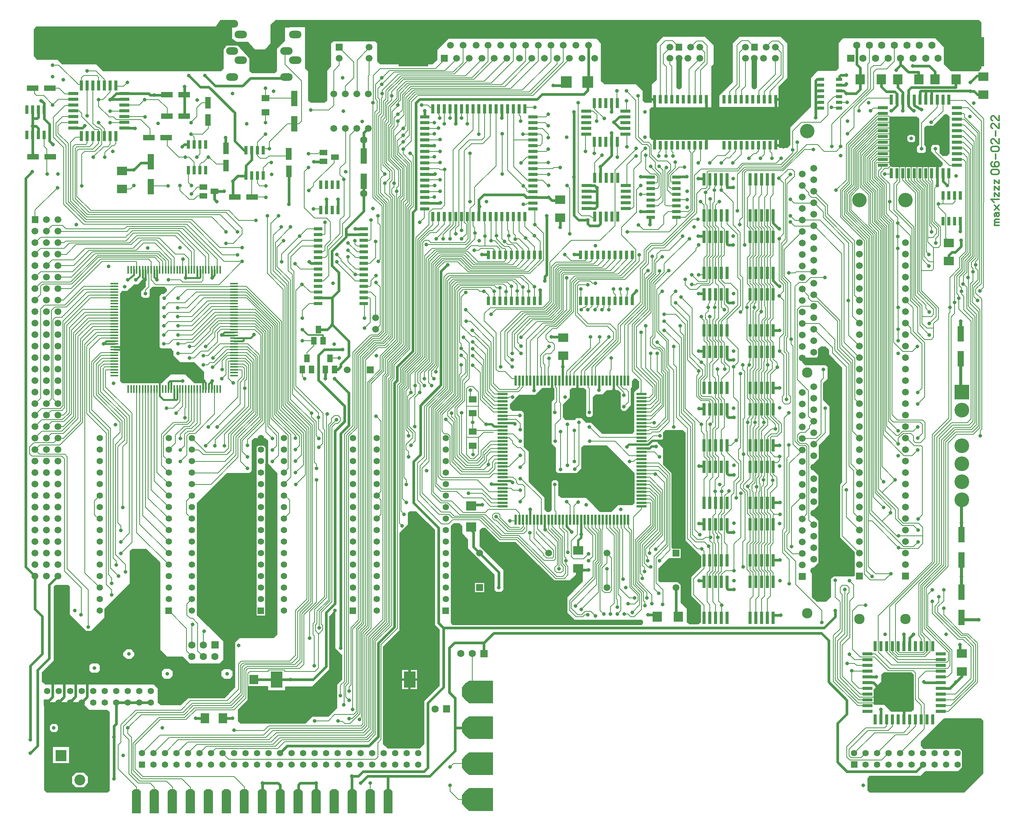
<source format=gbr>
%FSLAX34Y34*%
%MOMM*%
%LNCOPPER_TOP*%
G71*
G01*
%ADD10C,0.800*%
%ADD11R,0.640X2.200*%
%ADD12R,2.200X0.640*%
%ADD13R,0.640X2.100*%
%ADD14R,2.100X0.640*%
%ADD15R,0.450X1.800*%
%ADD16R,1.800X0.450*%
%ADD17R,2.200X0.500*%
%ADD18R,0.500X2.200*%
%ADD19R,0.700X1.900*%
%ADD20R,1.900X0.700*%
%ADD21R,1.200X1.700*%
%ADD22R,1.700X1.200*%
%ADD23R,1.800X1.400*%
%ADD24R,2.300X1.900*%
%ADD25R,1.400X3.400*%
%ADD26R,2.600X1.300*%
%ADD27R,1.300X2.600*%
%ADD28R,0.700X2.800*%
%ADD29R,1.900X2.300*%
%ADD30R,2.400X2.600*%
%ADD31R,2.000X2.200*%
%ADD32R,2.200X2.000*%
%ADD33C,1.400*%
%ADD34C,1.500*%
%ADD35C,1.600*%
%ADD36C,1.520*%
%ADD37C,1.520*%
%ADD38C,3.200*%
%ADD39C,2.300*%
%ADD40C,3.200*%
%ADD41C,2.300*%
%ADD42C,1.520*%
%ADD43C,2.000*%
%ADD44C,1.800*%
%ADD45C,2.100*%
%ADD46C,3.250*%
%ADD47C,2.400*%
%ADD48C,0.150*%
%ADD49C,0.600*%
%ADD50R,1.450X0.750*%
%ADD51C,0.700*%
%ADD52C,0.200*%
%ADD53C,0.500*%
%ADD54C,1.200*%
%ADD55C,1.600*%
%ADD56C,0.370*%
%ADD57C,0.400*%
%ADD58C,0.238*%
%ADD59R,2.600X3.600*%
%ADD60C,0.318*%
%LPD*%
X2022839Y1506250D02*
G54D10*
D03*
X198854Y1533933D02*
G54D10*
D03*
X130195Y203933D02*
G54D10*
D03*
X1955581Y245151D02*
G54D10*
D03*
X948366Y975274D02*
G54D10*
D03*
X2041848Y1428822D02*
G54D11*
D03*
X2054548Y1428822D02*
G54D11*
D03*
X2067248Y1428822D02*
G54D11*
D03*
X2079949Y1428822D02*
G54D11*
D03*
X2092650Y1428822D02*
G54D11*
D03*
X2105350Y1428822D02*
G54D11*
D03*
X2123445Y1447116D02*
G54D12*
D03*
X2123445Y1459816D02*
G54D12*
D03*
X2123445Y1472516D02*
G54D12*
D03*
X2123445Y1485216D02*
G54D12*
D03*
X2123445Y1497916D02*
G54D12*
D03*
X2123445Y1510616D02*
G54D12*
D03*
X2123445Y1523316D02*
G54D12*
D03*
X2123445Y1536016D02*
G54D12*
D03*
X2123445Y1548716D02*
G54D12*
D03*
X2123445Y1561416D02*
G54D12*
D03*
X2123445Y1574116D02*
G54D12*
D03*
X2105350Y1592211D02*
G54D11*
D03*
X2092650Y1592211D02*
G54D11*
D03*
X2079949Y1592211D02*
G54D11*
D03*
X2067248Y1592211D02*
G54D11*
D03*
X2054548Y1592211D02*
G54D11*
D03*
X2041848Y1592211D02*
G54D11*
D03*
X2029148Y1592211D02*
G54D11*
D03*
X2016448Y1592211D02*
G54D11*
D03*
X2003748Y1592211D02*
G54D11*
D03*
X1991048Y1592211D02*
G54D11*
D03*
X1978348Y1592211D02*
G54D11*
D03*
X1960054Y1574116D02*
G54D12*
D03*
X1960054Y1561416D02*
G54D12*
D03*
X1960054Y1548716D02*
G54D12*
D03*
X1960054Y1536016D02*
G54D12*
D03*
X1960054Y1523316D02*
G54D12*
D03*
X1960054Y1510616D02*
G54D12*
D03*
X1960054Y1497916D02*
G54D12*
D03*
X1960054Y1485216D02*
G54D12*
D03*
X1960054Y1472516D02*
G54D12*
D03*
X1960054Y1459816D02*
G54D12*
D03*
X1960054Y1447116D02*
G54D12*
D03*
X1978348Y1428822D02*
G54D11*
D03*
X1991048Y1428822D02*
G54D11*
D03*
X2003748Y1428822D02*
G54D11*
D03*
X2016448Y1428822D02*
G54D11*
D03*
X2029148Y1428822D02*
G54D11*
D03*
X1068301Y1333188D02*
G54D13*
D03*
X1081001Y1333188D02*
G54D13*
D03*
X1093701Y1333188D02*
G54D13*
D03*
X1106401Y1333188D02*
G54D13*
D03*
X1119101Y1333188D02*
G54D13*
D03*
X1131801Y1333188D02*
G54D13*
D03*
X1144501Y1333188D02*
G54D13*
D03*
X1157201Y1333188D02*
G54D13*
D03*
X1169901Y1333188D02*
G54D13*
D03*
X1187698Y1350786D02*
G54D14*
D03*
X1187698Y1363486D02*
G54D14*
D03*
X1187698Y1376186D02*
G54D14*
D03*
X1187698Y1388886D02*
G54D14*
D03*
X1187698Y1401586D02*
G54D14*
D03*
X1187698Y1414286D02*
G54D14*
D03*
X1187698Y1426986D02*
G54D14*
D03*
X1187698Y1439686D02*
G54D14*
D03*
X1187698Y1452386D02*
G54D14*
D03*
X1187698Y1465086D02*
G54D14*
D03*
X1187698Y1477786D02*
G54D14*
D03*
X1187698Y1490486D02*
G54D14*
D03*
X1187698Y1503186D02*
G54D14*
D03*
X1187698Y1515886D02*
G54D14*
D03*
X1187698Y1528586D02*
G54D14*
D03*
X1187698Y1541286D02*
G54D14*
D03*
X1187698Y1553986D02*
G54D14*
D03*
X1169901Y1571783D02*
G54D13*
D03*
X1157201Y1571783D02*
G54D13*
D03*
X1144501Y1571783D02*
G54D13*
D03*
X1131801Y1571783D02*
G54D13*
D03*
X1119101Y1571783D02*
G54D13*
D03*
X1106401Y1571783D02*
G54D13*
D03*
X1093701Y1571783D02*
G54D13*
D03*
X1081001Y1571783D02*
G54D13*
D03*
X1068301Y1571783D02*
G54D13*
D03*
X1055601Y1571783D02*
G54D13*
D03*
X1042901Y1571783D02*
G54D13*
D03*
X1030201Y1571783D02*
G54D13*
D03*
X1017501Y1571783D02*
G54D13*
D03*
X1004801Y1571783D02*
G54D13*
D03*
X992101Y1571783D02*
G54D13*
D03*
X979401Y1571783D02*
G54D13*
D03*
X966701Y1571783D02*
G54D13*
D03*
X948904Y1553986D02*
G54D14*
D03*
X948904Y1541286D02*
G54D14*
D03*
X948904Y1528586D02*
G54D14*
D03*
X948904Y1515886D02*
G54D14*
D03*
X948904Y1503186D02*
G54D14*
D03*
X948904Y1490486D02*
G54D14*
D03*
X948904Y1477786D02*
G54D14*
D03*
X948904Y1465086D02*
G54D14*
D03*
X948904Y1452386D02*
G54D14*
D03*
X948904Y1439686D02*
G54D14*
D03*
X948904Y1426986D02*
G54D14*
D03*
X948904Y1414286D02*
G54D14*
D03*
X948904Y1401586D02*
G54D14*
D03*
X948904Y1388886D02*
G54D14*
D03*
X948904Y1376186D02*
G54D14*
D03*
X948904Y1363486D02*
G54D14*
D03*
X948904Y1350786D02*
G54D14*
D03*
X966701Y1333188D02*
G54D13*
D03*
X979401Y1333188D02*
G54D13*
D03*
X992101Y1333188D02*
G54D13*
D03*
X1004801Y1333188D02*
G54D13*
D03*
X1017501Y1333188D02*
G54D13*
D03*
X1030201Y1333188D02*
G54D13*
D03*
X1042901Y1333188D02*
G54D13*
D03*
X1055601Y1333188D02*
G54D13*
D03*
X285588Y1567072D02*
G54D12*
D03*
X285588Y1579772D02*
G54D12*
D03*
X285588Y1592472D02*
G54D12*
D03*
X285588Y1605172D02*
G54D12*
D03*
X267688Y1623072D02*
G54D11*
D03*
X254988Y1623072D02*
G54D11*
D03*
X242288Y1623072D02*
G54D11*
D03*
X229588Y1623072D02*
G54D11*
D03*
X216888Y1623072D02*
G54D11*
D03*
X204188Y1623072D02*
G54D11*
D03*
X191488Y1623072D02*
G54D11*
D03*
X173588Y1605172D02*
G54D12*
D03*
X173588Y1592472D02*
G54D12*
D03*
X173588Y1579772D02*
G54D12*
D03*
X173588Y1567072D02*
G54D12*
D03*
X173588Y1554372D02*
G54D12*
D03*
X173588Y1541672D02*
G54D12*
D03*
X173588Y1528972D02*
G54D12*
D03*
X191488Y1511072D02*
G54D11*
D03*
X204188Y1511072D02*
G54D11*
D03*
X216888Y1511072D02*
G54D11*
D03*
X229588Y1511072D02*
G54D11*
D03*
X242288Y1511072D02*
G54D11*
D03*
X254988Y1511072D02*
G54D11*
D03*
X267688Y1511072D02*
G54D11*
D03*
X285588Y1528972D02*
G54D12*
D03*
X285588Y1541672D02*
G54D12*
D03*
X285588Y1554372D02*
G54D12*
D03*
X294479Y952223D02*
G54D15*
D03*
X300879Y952223D02*
G54D15*
D03*
X307179Y952223D02*
G54D15*
D03*
X313479Y952223D02*
G54D15*
D03*
X319879Y952223D02*
G54D15*
D03*
X326279Y952223D02*
G54D15*
D03*
X332579Y952223D02*
G54D15*
D03*
X338879Y952223D02*
G54D15*
D03*
X345279Y952223D02*
G54D15*
D03*
X351679Y952223D02*
G54D15*
D03*
X357979Y952223D02*
G54D15*
D03*
X364279Y952223D02*
G54D15*
D03*
X370679Y952223D02*
G54D15*
D03*
X377079Y952223D02*
G54D15*
D03*
X383379Y952223D02*
G54D15*
D03*
X389679Y952223D02*
G54D15*
D03*
X396079Y952223D02*
G54D15*
D03*
X402479Y952223D02*
G54D15*
D03*
X408779Y952223D02*
G54D15*
D03*
X415079Y952223D02*
G54D15*
D03*
X421479Y952223D02*
G54D15*
D03*
X427879Y952223D02*
G54D15*
D03*
X434179Y952223D02*
G54D15*
D03*
X440479Y952223D02*
G54D15*
D03*
X446879Y952223D02*
G54D15*
D03*
X453279Y952223D02*
G54D15*
D03*
X459579Y952223D02*
G54D15*
D03*
X465879Y952223D02*
G54D15*
D03*
X472279Y952223D02*
G54D15*
D03*
X478679Y952223D02*
G54D15*
D03*
X484979Y952223D02*
G54D15*
D03*
X491279Y952223D02*
G54D15*
D03*
X497679Y952223D02*
G54D15*
D03*
X528079Y982623D02*
G54D16*
D03*
X528079Y989023D02*
G54D16*
D03*
X528079Y995323D02*
G54D16*
D03*
X528079Y1001623D02*
G54D16*
D03*
X528079Y1008023D02*
G54D16*
D03*
X528079Y1014423D02*
G54D16*
D03*
X528079Y1020723D02*
G54D16*
D03*
X528079Y1027023D02*
G54D16*
D03*
X528079Y1033423D02*
G54D16*
D03*
X528079Y1039823D02*
G54D16*
D03*
X528079Y1046123D02*
G54D16*
D03*
X528079Y1052423D02*
G54D16*
D03*
X528079Y1058823D02*
G54D16*
D03*
X528079Y1065223D02*
G54D16*
D03*
X528079Y1071523D02*
G54D16*
D03*
X528079Y1077823D02*
G54D16*
D03*
X528079Y1084223D02*
G54D16*
D03*
X528079Y1090623D02*
G54D16*
D03*
X528079Y1096923D02*
G54D16*
D03*
X528079Y1103223D02*
G54D16*
D03*
X528079Y1109623D02*
G54D16*
D03*
X528079Y1116023D02*
G54D16*
D03*
X528079Y1122323D02*
G54D16*
D03*
X528079Y1128623D02*
G54D16*
D03*
X528079Y1135023D02*
G54D16*
D03*
X528079Y1141423D02*
G54D16*
D03*
X528079Y1147723D02*
G54D16*
D03*
X528079Y1154023D02*
G54D16*
D03*
X528079Y1160423D02*
G54D16*
D03*
X528079Y1166823D02*
G54D16*
D03*
X528079Y1173123D02*
G54D16*
D03*
X528079Y1179423D02*
G54D16*
D03*
X528079Y1185823D02*
G54D16*
D03*
X497679Y1216223D02*
G54D15*
D03*
X491279Y1216223D02*
G54D15*
D03*
X484979Y1216223D02*
G54D15*
D03*
X478679Y1216223D02*
G54D15*
D03*
X472279Y1216223D02*
G54D15*
D03*
X465879Y1216223D02*
G54D15*
D03*
X459579Y1216223D02*
G54D15*
D03*
X453279Y1216223D02*
G54D15*
D03*
X446879Y1216223D02*
G54D15*
D03*
X440479Y1216223D02*
G54D15*
D03*
X434179Y1216223D02*
G54D15*
D03*
X427879Y1216223D02*
G54D15*
D03*
X421479Y1216223D02*
G54D15*
D03*
X415079Y1216223D02*
G54D15*
D03*
X408779Y1216223D02*
G54D15*
D03*
X402479Y1216223D02*
G54D15*
D03*
X396079Y1216223D02*
G54D15*
D03*
X389679Y1216223D02*
G54D15*
D03*
X383379Y1216223D02*
G54D15*
D03*
X377079Y1216223D02*
G54D15*
D03*
X370679Y1216223D02*
G54D15*
D03*
X364279Y1216223D02*
G54D15*
D03*
X357979Y1216223D02*
G54D15*
D03*
X351679Y1216223D02*
G54D15*
D03*
X345279Y1216223D02*
G54D15*
D03*
X338879Y1216223D02*
G54D15*
D03*
X332579Y1216223D02*
G54D15*
D03*
X326279Y1216223D02*
G54D15*
D03*
X319879Y1216223D02*
G54D15*
D03*
X313479Y1216223D02*
G54D15*
D03*
X307179Y1216223D02*
G54D15*
D03*
X300879Y1216223D02*
G54D15*
D03*
X294479Y1216223D02*
G54D15*
D03*
X264079Y1185823D02*
G54D16*
D03*
X264079Y1179423D02*
G54D16*
D03*
X264079Y1173123D02*
G54D16*
D03*
X264079Y1166823D02*
G54D16*
D03*
X264079Y1160423D02*
G54D16*
D03*
X264079Y1154023D02*
G54D16*
D03*
X264079Y1147723D02*
G54D16*
D03*
X264079Y1141423D02*
G54D16*
D03*
X264079Y1135023D02*
G54D16*
D03*
X264079Y1128623D02*
G54D16*
D03*
X264079Y1122323D02*
G54D16*
D03*
X264079Y1116023D02*
G54D16*
D03*
X264079Y1109623D02*
G54D16*
D03*
X264079Y1103223D02*
G54D16*
D03*
X264079Y1096923D02*
G54D16*
D03*
X264079Y1090623D02*
G54D16*
D03*
X264079Y1084223D02*
G54D16*
D03*
X264079Y1077823D02*
G54D16*
D03*
X264079Y1071523D02*
G54D16*
D03*
X264079Y1065223D02*
G54D16*
D03*
X264079Y1058823D02*
G54D16*
D03*
X264079Y1052423D02*
G54D16*
D03*
X264079Y1046123D02*
G54D16*
D03*
X264079Y1039823D02*
G54D16*
D03*
X264079Y1033423D02*
G54D16*
D03*
X264079Y1027023D02*
G54D16*
D03*
X264079Y1020723D02*
G54D16*
D03*
X264079Y1014423D02*
G54D16*
D03*
X264079Y1008023D02*
G54D16*
D03*
X264079Y1001623D02*
G54D16*
D03*
X264079Y995323D02*
G54D16*
D03*
X264079Y989023D02*
G54D16*
D03*
X264079Y982623D02*
G54D16*
D03*
X1349570Y1419404D02*
G54D11*
D03*
X1336870Y1419404D02*
G54D11*
D03*
X1324170Y1419404D02*
G54D11*
D03*
X1306570Y1401804D02*
G54D12*
D03*
X1306570Y1389104D02*
G54D12*
D03*
X1306570Y1376404D02*
G54D12*
D03*
X1306570Y1363704D02*
G54D12*
D03*
X1306570Y1351004D02*
G54D12*
D03*
X1324170Y1333404D02*
G54D11*
D03*
X1336870Y1333404D02*
G54D11*
D03*
X1349570Y1333404D02*
G54D11*
D03*
X1362270Y1333404D02*
G54D11*
D03*
X1374970Y1333404D02*
G54D11*
D03*
X1392570Y1351004D02*
G54D12*
D03*
X1392570Y1363704D02*
G54D12*
D03*
X1392570Y1376404D02*
G54D12*
D03*
X1392570Y1389104D02*
G54D12*
D03*
X1392570Y1401804D02*
G54D12*
D03*
X1374970Y1419404D02*
G54D11*
D03*
X1362270Y1419404D02*
G54D11*
D03*
X1348775Y1498416D02*
G54D11*
D03*
X1361475Y1498416D02*
G54D11*
D03*
X1374175Y1498416D02*
G54D11*
D03*
X1391775Y1516016D02*
G54D12*
D03*
X1391775Y1528716D02*
G54D12*
D03*
X1391775Y1541416D02*
G54D12*
D03*
X1391775Y1554116D02*
G54D12*
D03*
X1391775Y1566816D02*
G54D12*
D03*
X1374175Y1584416D02*
G54D11*
D03*
X1361475Y1584416D02*
G54D11*
D03*
X1348775Y1584416D02*
G54D11*
D03*
X1336075Y1584416D02*
G54D11*
D03*
X1323375Y1584416D02*
G54D11*
D03*
X1305775Y1566816D02*
G54D12*
D03*
X1305775Y1554116D02*
G54D12*
D03*
X1305775Y1541416D02*
G54D12*
D03*
X1305775Y1528716D02*
G54D12*
D03*
X1305775Y1516016D02*
G54D12*
D03*
X1323375Y1498416D02*
G54D11*
D03*
X1336075Y1498416D02*
G54D11*
D03*
X1120626Y941421D02*
G54D17*
D03*
X1120626Y933421D02*
G54D17*
D03*
X1120626Y925421D02*
G54D17*
D03*
X1120626Y917421D02*
G54D17*
D03*
X1120626Y909421D02*
G54D17*
D03*
X1120626Y901421D02*
G54D17*
D03*
X1120626Y893421D02*
G54D17*
D03*
X1120626Y885421D02*
G54D17*
D03*
X1120626Y877421D02*
G54D17*
D03*
X1120626Y869421D02*
G54D17*
D03*
X1120626Y861421D02*
G54D17*
D03*
X1120626Y853421D02*
G54D17*
D03*
X1120626Y845421D02*
G54D17*
D03*
X1120626Y837421D02*
G54D17*
D03*
X1120626Y829421D02*
G54D17*
D03*
X1120626Y821421D02*
G54D17*
D03*
X1120626Y813421D02*
G54D17*
D03*
X1120626Y805421D02*
G54D17*
D03*
X1120626Y797421D02*
G54D17*
D03*
X1120626Y789420D02*
G54D17*
D03*
X1120626Y781420D02*
G54D17*
D03*
X1120626Y773420D02*
G54D17*
D03*
X1120626Y765420D02*
G54D17*
D03*
X1120626Y757420D02*
G54D17*
D03*
X1120626Y749421D02*
G54D17*
D03*
X1120626Y741421D02*
G54D17*
D03*
X1120626Y733421D02*
G54D17*
D03*
X1120626Y725421D02*
G54D17*
D03*
X1120626Y717421D02*
G54D17*
D03*
X1120626Y709421D02*
G54D17*
D03*
X1120626Y701421D02*
G54D17*
D03*
X1120626Y693421D02*
G54D17*
D03*
X1150007Y664039D02*
G54D18*
D03*
X1158007Y664039D02*
G54D18*
D03*
X1166007Y664039D02*
G54D18*
D03*
X1174007Y664039D02*
G54D18*
D03*
X1182007Y664039D02*
G54D18*
D03*
X1190007Y664039D02*
G54D18*
D03*
X1198007Y664039D02*
G54D18*
D03*
X1206007Y664039D02*
G54D18*
D03*
X1214007Y664039D02*
G54D18*
D03*
X1222007Y664039D02*
G54D18*
D03*
X1230007Y664039D02*
G54D18*
D03*
X1238007Y664039D02*
G54D18*
D03*
X1246007Y664039D02*
G54D18*
D03*
X1254007Y664039D02*
G54D18*
D03*
X1262007Y664039D02*
G54D18*
D03*
X1270007Y664039D02*
G54D18*
D03*
X1278007Y664039D02*
G54D18*
D03*
X1286007Y664039D02*
G54D18*
D03*
X1294007Y664039D02*
G54D18*
D03*
X1302007Y664039D02*
G54D18*
D03*
X1310007Y664039D02*
G54D18*
D03*
X1318007Y664039D02*
G54D18*
D03*
X1326007Y664039D02*
G54D18*
D03*
X1334007Y664039D02*
G54D18*
D03*
X1342007Y664039D02*
G54D18*
D03*
X1350007Y664039D02*
G54D18*
D03*
X1358007Y664039D02*
G54D18*
D03*
X1366007Y664039D02*
G54D18*
D03*
X1374007Y664039D02*
G54D18*
D03*
X1382007Y664039D02*
G54D18*
D03*
X1390007Y664039D02*
G54D18*
D03*
X1398007Y664039D02*
G54D18*
D03*
X1427389Y693421D02*
G54D17*
D03*
X1427389Y701421D02*
G54D17*
D03*
X1427389Y709421D02*
G54D17*
D03*
X1427389Y717421D02*
G54D17*
D03*
X1427389Y725421D02*
G54D17*
D03*
X1427389Y733421D02*
G54D17*
D03*
X1427389Y741421D02*
G54D17*
D03*
X1427389Y749421D02*
G54D17*
D03*
X1427389Y757420D02*
G54D17*
D03*
X1427389Y765420D02*
G54D17*
D03*
X1427389Y773420D02*
G54D17*
D03*
X1427389Y781420D02*
G54D17*
D03*
X1427389Y789420D02*
G54D17*
D03*
X1427389Y797421D02*
G54D17*
D03*
X1427389Y805421D02*
G54D17*
D03*
X1427389Y813421D02*
G54D17*
D03*
X1427389Y821421D02*
G54D17*
D03*
X1427389Y829421D02*
G54D17*
D03*
X1427389Y837421D02*
G54D17*
D03*
X1427389Y845421D02*
G54D17*
D03*
X1427389Y853421D02*
G54D17*
D03*
X1427389Y861421D02*
G54D17*
D03*
X1427389Y869421D02*
G54D17*
D03*
X1427389Y877421D02*
G54D17*
D03*
X1427389Y885421D02*
G54D17*
D03*
X1427389Y893421D02*
G54D17*
D03*
X1427389Y901421D02*
G54D17*
D03*
X1427389Y909421D02*
G54D17*
D03*
X1427389Y917421D02*
G54D17*
D03*
X1427389Y925421D02*
G54D17*
D03*
X1427389Y933421D02*
G54D17*
D03*
X1427389Y941421D02*
G54D17*
D03*
X1398007Y970802D02*
G54D18*
D03*
X1390007Y970802D02*
G54D18*
D03*
X1382007Y970802D02*
G54D18*
D03*
X1374007Y970802D02*
G54D18*
D03*
X1366007Y970802D02*
G54D18*
D03*
X1358007Y970802D02*
G54D18*
D03*
X1350007Y970802D02*
G54D18*
D03*
X1342007Y970802D02*
G54D18*
D03*
X1334007Y970802D02*
G54D18*
D03*
X1326007Y970802D02*
G54D18*
D03*
X1318007Y970802D02*
G54D18*
D03*
X1310007Y970802D02*
G54D18*
D03*
X1302007Y970802D02*
G54D18*
D03*
X1294007Y970802D02*
G54D18*
D03*
X1286007Y970802D02*
G54D18*
D03*
X1278007Y970802D02*
G54D18*
D03*
X1270007Y970802D02*
G54D18*
D03*
X1262007Y970802D02*
G54D18*
D03*
X1254007Y970802D02*
G54D18*
D03*
X1246007Y970802D02*
G54D18*
D03*
X1238007Y970802D02*
G54D18*
D03*
X1230007Y970802D02*
G54D18*
D03*
X1222007Y970802D02*
G54D18*
D03*
X1214007Y970802D02*
G54D18*
D03*
X1206007Y970802D02*
G54D18*
D03*
X1198007Y970802D02*
G54D18*
D03*
X1190007Y970802D02*
G54D18*
D03*
X1182007Y970802D02*
G54D18*
D03*
X1174007Y970802D02*
G54D18*
D03*
X1166007Y970802D02*
G54D18*
D03*
X1158007Y970802D02*
G54D18*
D03*
X1150007Y970802D02*
G54D18*
D03*
X1456305Y1490735D02*
G54D19*
D03*
X1469005Y1490735D02*
G54D19*
D03*
X1481705Y1490735D02*
G54D19*
D03*
X1494405Y1490735D02*
G54D19*
D03*
X1507105Y1490735D02*
G54D19*
D03*
X1519805Y1490735D02*
G54D19*
D03*
X1532505Y1490735D02*
G54D19*
D03*
X1545205Y1490735D02*
G54D19*
D03*
X1557905Y1490735D02*
G54D19*
D03*
X1570605Y1490735D02*
G54D19*
D03*
X1570605Y1592260D02*
G54D19*
D03*
X1557905Y1592260D02*
G54D19*
D03*
X1545205Y1592260D02*
G54D19*
D03*
X1532505Y1592260D02*
G54D19*
D03*
X1519805Y1592260D02*
G54D19*
D03*
X1507105Y1592260D02*
G54D19*
D03*
X1494405Y1592260D02*
G54D19*
D03*
X1481705Y1592260D02*
G54D19*
D03*
X1469005Y1592260D02*
G54D19*
D03*
X1456305Y1592260D02*
G54D19*
D03*
X2092438Y1323527D02*
G54D19*
D03*
X2105138Y1323527D02*
G54D19*
D03*
X2117838Y1323527D02*
G54D19*
D03*
X2130538Y1323527D02*
G54D19*
D03*
X2130538Y1379877D02*
G54D19*
D03*
X2117838Y1379877D02*
G54D19*
D03*
X2105138Y1379877D02*
G54D19*
D03*
X2092438Y1379877D02*
G54D19*
D03*
X1503989Y1331786D02*
G54D20*
D03*
X1503989Y1344486D02*
G54D20*
D03*
X1503989Y1357185D02*
G54D20*
D03*
X1503989Y1369885D02*
G54D20*
D03*
X1503989Y1382585D02*
G54D20*
D03*
X1503989Y1395285D02*
G54D20*
D03*
X1503989Y1407985D02*
G54D20*
D03*
X1503989Y1420685D02*
G54D20*
D03*
X1447639Y1420685D02*
G54D20*
D03*
X1447639Y1407985D02*
G54D20*
D03*
X1447639Y1395285D02*
G54D20*
D03*
X1447639Y1382585D02*
G54D20*
D03*
X1447639Y1369885D02*
G54D20*
D03*
X1447639Y1357185D02*
G54D20*
D03*
X1447639Y1344486D02*
G54D20*
D03*
X1447639Y1331786D02*
G54D20*
D03*
X2087650Y303801D02*
G54D12*
D03*
X2087650Y316501D02*
G54D12*
D03*
X2087650Y329201D02*
G54D12*
D03*
X2087650Y341902D02*
G54D12*
D03*
X2087650Y354602D02*
G54D12*
D03*
X2087650Y367302D02*
G54D12*
D03*
X2070148Y384802D02*
G54D11*
D03*
X2057448Y384802D02*
G54D11*
D03*
X2044748Y384802D02*
G54D11*
D03*
X2032048Y384802D02*
G54D11*
D03*
X2019348Y384802D02*
G54D11*
D03*
X2006648Y384802D02*
G54D11*
D03*
X1993948Y384802D02*
G54D11*
D03*
X1981248Y384802D02*
G54D11*
D03*
X1968548Y384802D02*
G54D11*
D03*
X1955848Y384802D02*
G54D11*
D03*
X1943148Y384802D02*
G54D11*
D03*
X1925648Y367302D02*
G54D12*
D03*
X1925648Y354602D02*
G54D12*
D03*
X1925648Y341902D02*
G54D12*
D03*
X1925648Y329201D02*
G54D12*
D03*
X1925648Y316501D02*
G54D12*
D03*
X1925648Y303801D02*
G54D12*
D03*
X1925648Y291101D02*
G54D12*
D03*
X1925648Y278401D02*
G54D12*
D03*
X1925648Y265701D02*
G54D12*
D03*
X1925648Y253001D02*
G54D12*
D03*
X1925648Y240301D02*
G54D12*
D03*
X1943148Y222801D02*
G54D11*
D03*
X1955848Y222801D02*
G54D11*
D03*
X1968548Y222801D02*
G54D11*
D03*
X1981248Y222801D02*
G54D11*
D03*
X1993948Y222801D02*
G54D11*
D03*
X2006648Y222801D02*
G54D11*
D03*
X2019348Y222801D02*
G54D11*
D03*
X2032048Y222801D02*
G54D11*
D03*
X2044748Y222801D02*
G54D11*
D03*
X2057448Y222801D02*
G54D11*
D03*
X2070148Y222801D02*
G54D11*
D03*
X2087650Y240301D02*
G54D12*
D03*
X2087650Y253001D02*
G54D12*
D03*
X2087650Y265701D02*
G54D12*
D03*
X2087650Y278401D02*
G54D12*
D03*
X2087650Y291101D02*
G54D12*
D03*
X1609342Y1490944D02*
G54D19*
D03*
X1622042Y1490944D02*
G54D19*
D03*
X1634742Y1490944D02*
G54D19*
D03*
X1647442Y1490944D02*
G54D19*
D03*
X1660142Y1490944D02*
G54D19*
D03*
X1672842Y1490944D02*
G54D19*
D03*
X1685542Y1490944D02*
G54D19*
D03*
X1698242Y1490944D02*
G54D19*
D03*
X1710942Y1490944D02*
G54D19*
D03*
X1723642Y1490944D02*
G54D19*
D03*
X1723642Y1592470D02*
G54D19*
D03*
X1710942Y1592470D02*
G54D19*
D03*
X1698242Y1592470D02*
G54D19*
D03*
X1685542Y1592470D02*
G54D19*
D03*
X1672842Y1592470D02*
G54D19*
D03*
X1660142Y1592470D02*
G54D19*
D03*
X1647442Y1592470D02*
G54D19*
D03*
X1634742Y1592470D02*
G54D19*
D03*
X1622042Y1592470D02*
G54D19*
D03*
X1609342Y1592470D02*
G54D19*
D03*
X1292745Y1147620D02*
G54D19*
D03*
X1305445Y1147620D02*
G54D19*
D03*
X1318145Y1147620D02*
G54D19*
D03*
X1330845Y1147620D02*
G54D19*
D03*
X1343545Y1147620D02*
G54D19*
D03*
X1356245Y1147620D02*
G54D19*
D03*
X1368945Y1147620D02*
G54D19*
D03*
X1381645Y1147620D02*
G54D19*
D03*
X1394345Y1147620D02*
G54D19*
D03*
X1407045Y1147620D02*
G54D19*
D03*
X1407045Y1249146D02*
G54D19*
D03*
X1394345Y1249146D02*
G54D19*
D03*
X1381645Y1249146D02*
G54D19*
D03*
X1368945Y1249146D02*
G54D19*
D03*
X1356245Y1249146D02*
G54D19*
D03*
X1343545Y1249146D02*
G54D19*
D03*
X1330845Y1249146D02*
G54D19*
D03*
X1318145Y1249146D02*
G54D19*
D03*
X1305445Y1249146D02*
G54D19*
D03*
X1292745Y1249146D02*
G54D19*
D03*
X1089545Y1147620D02*
G54D19*
D03*
X1102245Y1147620D02*
G54D19*
D03*
X1114945Y1147620D02*
G54D19*
D03*
X1127645Y1147620D02*
G54D19*
D03*
X1140345Y1147620D02*
G54D19*
D03*
X1153045Y1147620D02*
G54D19*
D03*
X1165745Y1147620D02*
G54D19*
D03*
X1178445Y1147620D02*
G54D19*
D03*
X1191145Y1147620D02*
G54D19*
D03*
X1203845Y1147620D02*
G54D19*
D03*
X1203845Y1249146D02*
G54D19*
D03*
X1191145Y1249146D02*
G54D19*
D03*
X1178445Y1249146D02*
G54D19*
D03*
X1165745Y1249146D02*
G54D19*
D03*
X1153045Y1249146D02*
G54D19*
D03*
X1140345Y1249146D02*
G54D19*
D03*
X1127645Y1249146D02*
G54D19*
D03*
X1114945Y1249146D02*
G54D19*
D03*
X1102245Y1249146D02*
G54D19*
D03*
X1089545Y1249146D02*
G54D19*
D03*
X814253Y1141187D02*
G54D20*
D03*
X814253Y1153887D02*
G54D20*
D03*
X814253Y1166587D02*
G54D20*
D03*
X814253Y1179287D02*
G54D20*
D03*
X814253Y1191987D02*
G54D20*
D03*
X814253Y1204687D02*
G54D20*
D03*
X814253Y1217387D02*
G54D20*
D03*
X814253Y1230087D02*
G54D20*
D03*
X814253Y1242787D02*
G54D20*
D03*
X814253Y1255487D02*
G54D20*
D03*
X814253Y1268187D02*
G54D20*
D03*
X814253Y1280886D02*
G54D20*
D03*
X814253Y1293585D02*
G54D20*
D03*
X814253Y1306285D02*
G54D20*
D03*
X713491Y1306285D02*
G54D20*
D03*
X713491Y1293585D02*
G54D20*
D03*
X713491Y1280886D02*
G54D20*
D03*
X713491Y1268187D02*
G54D20*
D03*
X713491Y1255487D02*
G54D20*
D03*
X713491Y1242787D02*
G54D20*
D03*
X713491Y1230087D02*
G54D20*
D03*
X713491Y1217387D02*
G54D20*
D03*
X713491Y1204687D02*
G54D20*
D03*
X713491Y1191987D02*
G54D20*
D03*
X713491Y1179287D02*
G54D20*
D03*
X713491Y1166587D02*
G54D20*
D03*
X713491Y1153887D02*
G54D20*
D03*
X713491Y1141187D02*
G54D20*
D03*
X719363Y1347840D02*
G54D19*
D03*
X732063Y1347840D02*
G54D19*
D03*
X744763Y1347840D02*
G54D19*
D03*
X757463Y1347840D02*
G54D19*
D03*
X757463Y1404190D02*
G54D19*
D03*
X744763Y1404190D02*
G54D19*
D03*
X732063Y1404190D02*
G54D19*
D03*
X719363Y1404190D02*
G54D19*
D03*
X554140Y1423895D02*
G54D19*
D03*
X566840Y1423895D02*
G54D19*
D03*
X579540Y1423895D02*
G54D19*
D03*
X592240Y1423895D02*
G54D19*
D03*
X592240Y1480245D02*
G54D19*
D03*
X579540Y1480245D02*
G54D19*
D03*
X566840Y1480245D02*
G54D19*
D03*
X554140Y1480245D02*
G54D19*
D03*
X465382Y1492442D02*
G54D19*
D03*
X452682Y1492442D02*
G54D19*
D03*
X439982Y1492442D02*
G54D19*
D03*
X427282Y1492442D02*
G54D19*
D03*
X427282Y1436092D02*
G54D19*
D03*
X439982Y1436092D02*
G54D19*
D03*
X452682Y1436092D02*
G54D19*
D03*
X465382Y1436092D02*
G54D19*
D03*
X108968Y1569958D02*
G54D19*
D03*
X96268Y1569958D02*
G54D19*
D03*
X83568Y1569958D02*
G54D19*
D03*
X70868Y1569958D02*
G54D19*
D03*
X70868Y1513608D02*
G54D19*
D03*
X83568Y1513608D02*
G54D19*
D03*
X96268Y1513608D02*
G54D19*
D03*
X108968Y1513608D02*
G54D19*
D03*
X678824Y995850D02*
G54D21*
D03*
G36*
X692824Y1004350D02*
X704824Y1004350D01*
X704824Y987350D01*
X692824Y987350D01*
X692824Y1004350D01*
G37*
X688824Y1020612D02*
G54D21*
D03*
X729624Y995850D02*
G54D21*
D03*
G36*
X743624Y1004350D02*
X755624Y1004350D01*
X755624Y987350D01*
X743624Y987350D01*
X743624Y1004350D01*
G37*
X739624Y1020612D02*
G54D21*
D03*
X704224Y1059350D02*
G54D21*
D03*
G36*
X718224Y1067850D02*
X730224Y1067850D01*
X730224Y1050850D01*
X718224Y1050850D01*
X718224Y1067850D01*
G37*
X714224Y1084112D02*
G54D21*
D03*
X460432Y1399036D02*
G54D22*
D03*
X460432Y1379036D02*
G54D22*
D03*
X485194Y1389036D02*
G54D22*
D03*
X725688Y1475164D02*
G54D22*
D03*
X725688Y1455164D02*
G54D22*
D03*
X750450Y1465164D02*
G54D22*
D03*
X597844Y1594805D02*
G54D23*
D03*
X597844Y1563630D02*
G54D23*
D03*
X1055021Y930022D02*
G54D23*
D03*
X1055021Y898847D02*
G54D23*
D03*
X1055021Y858584D02*
G54D23*
D03*
X1055021Y827409D02*
G54D23*
D03*
X281026Y1394353D02*
G54D24*
D03*
X281026Y1434253D02*
G54D24*
D03*
X814341Y1467430D02*
G54D25*
D03*
X814341Y1411868D02*
G54D25*
D03*
X660884Y1594364D02*
G54D25*
D03*
X660884Y1538802D02*
G54D25*
D03*
X344586Y1454787D02*
G54D25*
D03*
X344586Y1399224D02*
G54D25*
D03*
X529617Y1376523D02*
G54D26*
D03*
X567717Y1376523D02*
G54D26*
D03*
X648893Y1433836D02*
G54D27*
D03*
G36*
X642392Y1484936D02*
X655392Y1484936D01*
X655393Y1458936D01*
X642393Y1458936D01*
X642392Y1484936D01*
G37*
X510060Y1483968D02*
G54D27*
D03*
X510060Y1445868D02*
G54D27*
D03*
X378393Y1507999D02*
G54D26*
D03*
X340293Y1507999D02*
G54D26*
D03*
X470868Y1584697D02*
G54D27*
D03*
X470868Y1546597D02*
G54D27*
D03*
X417686Y1555274D02*
G54D26*
D03*
X379585Y1555274D02*
G54D26*
D03*
X417686Y1602899D02*
G54D26*
D03*
X379585Y1602899D02*
G54D26*
D03*
X121346Y1617319D02*
G54D26*
D03*
X83246Y1617319D02*
G54D26*
D03*
X84249Y1465478D02*
G54D26*
D03*
X122349Y1465478D02*
G54D26*
D03*
X1247486Y1370613D02*
G54D24*
D03*
X1247486Y1330713D02*
G54D24*
D03*
X1254866Y1066080D02*
G54D24*
D03*
X1254866Y1026180D02*
G54D24*
D03*
X1287953Y555980D02*
G54D24*
D03*
X1287953Y595880D02*
G54D24*
D03*
X2105370Y1275098D02*
G54D24*
D03*
X2105370Y1235199D02*
G54D24*
D03*
X2134381Y328746D02*
G54D24*
D03*
X2134381Y368646D02*
G54D24*
D03*
X1565570Y1336166D02*
G54D28*
D03*
X1578270Y1336166D02*
G54D28*
D03*
X1590970Y1336166D02*
G54D28*
D03*
X1603670Y1336166D02*
G54D28*
D03*
X1616370Y1336166D02*
G54D28*
D03*
X1667170Y1336166D02*
G54D28*
D03*
X1679870Y1336166D02*
G54D28*
D03*
X1692570Y1336166D02*
G54D28*
D03*
X1705270Y1336166D02*
G54D28*
D03*
X1717970Y1336166D02*
G54D28*
D03*
X1717970Y1416103D02*
G54D28*
D03*
X1705270Y1416103D02*
G54D28*
D03*
X1692570Y1416103D02*
G54D28*
D03*
X1679870Y1416103D02*
G54D28*
D03*
X1667170Y1416103D02*
G54D28*
D03*
X1616370Y1416103D02*
G54D28*
D03*
X1603670Y1416103D02*
G54D28*
D03*
X1590970Y1416103D02*
G54D28*
D03*
X1578270Y1416103D02*
G54D28*
D03*
X1565570Y1416103D02*
G54D28*
D03*
X1565570Y1209166D02*
G54D28*
D03*
X1578270Y1209166D02*
G54D28*
D03*
X1590970Y1209166D02*
G54D28*
D03*
X1603670Y1209166D02*
G54D28*
D03*
X1616370Y1209166D02*
G54D28*
D03*
X1667170Y1209166D02*
G54D28*
D03*
X1679870Y1209166D02*
G54D28*
D03*
X1692570Y1209166D02*
G54D28*
D03*
X1705270Y1209166D02*
G54D28*
D03*
X1717970Y1209166D02*
G54D28*
D03*
X1717970Y1289103D02*
G54D28*
D03*
X1705270Y1289103D02*
G54D28*
D03*
X1692570Y1289103D02*
G54D28*
D03*
X1679870Y1289103D02*
G54D28*
D03*
X1667170Y1289103D02*
G54D28*
D03*
X1616370Y1289103D02*
G54D28*
D03*
X1603670Y1289103D02*
G54D28*
D03*
X1590970Y1289103D02*
G54D28*
D03*
X1578270Y1289103D02*
G54D28*
D03*
X1565570Y1289103D02*
G54D28*
D03*
X1565570Y1082166D02*
G54D28*
D03*
X1578270Y1082166D02*
G54D28*
D03*
X1590970Y1082166D02*
G54D28*
D03*
X1603670Y1082166D02*
G54D28*
D03*
X1616370Y1082166D02*
G54D28*
D03*
X1667170Y1082166D02*
G54D28*
D03*
X1679870Y1082166D02*
G54D28*
D03*
X1692570Y1082166D02*
G54D28*
D03*
X1705270Y1082166D02*
G54D28*
D03*
X1717970Y1082166D02*
G54D28*
D03*
X1717970Y1162103D02*
G54D28*
D03*
X1705270Y1162103D02*
G54D28*
D03*
X1692570Y1162103D02*
G54D28*
D03*
X1679870Y1162103D02*
G54D28*
D03*
X1667170Y1162103D02*
G54D28*
D03*
X1616370Y1162103D02*
G54D28*
D03*
X1603670Y1162103D02*
G54D28*
D03*
X1590970Y1162103D02*
G54D28*
D03*
X1578270Y1162103D02*
G54D28*
D03*
X1565570Y1162103D02*
G54D28*
D03*
X1565570Y955166D02*
G54D28*
D03*
X1578270Y955166D02*
G54D28*
D03*
X1590970Y955166D02*
G54D28*
D03*
X1603670Y955166D02*
G54D28*
D03*
X1616370Y955166D02*
G54D28*
D03*
X1667170Y955166D02*
G54D28*
D03*
X1679870Y955166D02*
G54D28*
D03*
X1692570Y955166D02*
G54D28*
D03*
X1705270Y955166D02*
G54D28*
D03*
X1717970Y955166D02*
G54D28*
D03*
X1717970Y1035103D02*
G54D28*
D03*
X1705270Y1035103D02*
G54D28*
D03*
X1692570Y1035103D02*
G54D28*
D03*
X1679870Y1035103D02*
G54D28*
D03*
X1667170Y1035103D02*
G54D28*
D03*
X1616370Y1035103D02*
G54D28*
D03*
X1603670Y1035103D02*
G54D28*
D03*
X1590970Y1035103D02*
G54D28*
D03*
X1578270Y1035103D02*
G54D28*
D03*
X1565570Y1035103D02*
G54D28*
D03*
X1565570Y828166D02*
G54D28*
D03*
X1578270Y828166D02*
G54D28*
D03*
X1590970Y828166D02*
G54D28*
D03*
X1603670Y828166D02*
G54D28*
D03*
X1616370Y828166D02*
G54D28*
D03*
X1667170Y828166D02*
G54D28*
D03*
X1679870Y828166D02*
G54D28*
D03*
X1692570Y828166D02*
G54D28*
D03*
X1705270Y828166D02*
G54D28*
D03*
X1717970Y828166D02*
G54D28*
D03*
X1717970Y908103D02*
G54D28*
D03*
X1705270Y908103D02*
G54D28*
D03*
X1692570Y908103D02*
G54D28*
D03*
X1679870Y908103D02*
G54D28*
D03*
X1667170Y908103D02*
G54D28*
D03*
X1616370Y908103D02*
G54D28*
D03*
X1603670Y908103D02*
G54D28*
D03*
X1590970Y908103D02*
G54D28*
D03*
X1578270Y908103D02*
G54D28*
D03*
X1565570Y908103D02*
G54D28*
D03*
X1565570Y701166D02*
G54D28*
D03*
X1578270Y701166D02*
G54D28*
D03*
X1590970Y701166D02*
G54D28*
D03*
X1603670Y701166D02*
G54D28*
D03*
X1616370Y701166D02*
G54D28*
D03*
X1667170Y701166D02*
G54D28*
D03*
X1679870Y701166D02*
G54D28*
D03*
X1692570Y701166D02*
G54D28*
D03*
X1705270Y701166D02*
G54D28*
D03*
X1717970Y701166D02*
G54D28*
D03*
X1717970Y781103D02*
G54D28*
D03*
X1705270Y781103D02*
G54D28*
D03*
X1692570Y781103D02*
G54D28*
D03*
X1679870Y781103D02*
G54D28*
D03*
X1667170Y781103D02*
G54D28*
D03*
X1616370Y781103D02*
G54D28*
D03*
X1603670Y781103D02*
G54D28*
D03*
X1590970Y781103D02*
G54D28*
D03*
X1578270Y781103D02*
G54D28*
D03*
X1565570Y781103D02*
G54D28*
D03*
X1565570Y574166D02*
G54D28*
D03*
X1578270Y574166D02*
G54D28*
D03*
X1590970Y574166D02*
G54D28*
D03*
X1603670Y574166D02*
G54D28*
D03*
X1616370Y574166D02*
G54D28*
D03*
X1667170Y574166D02*
G54D28*
D03*
X1679870Y574166D02*
G54D28*
D03*
X1692570Y574166D02*
G54D28*
D03*
X1705270Y574166D02*
G54D28*
D03*
X1717970Y574166D02*
G54D28*
D03*
X1717970Y654103D02*
G54D28*
D03*
X1705270Y654103D02*
G54D28*
D03*
X1692570Y654103D02*
G54D28*
D03*
X1679870Y654103D02*
G54D28*
D03*
X1667170Y654103D02*
G54D28*
D03*
X1616370Y654103D02*
G54D28*
D03*
X1603670Y654103D02*
G54D28*
D03*
X1590970Y654103D02*
G54D28*
D03*
X1578270Y654103D02*
G54D28*
D03*
X1565570Y654103D02*
G54D28*
D03*
X1565570Y447166D02*
G54D28*
D03*
X1578270Y447166D02*
G54D28*
D03*
X1590970Y447166D02*
G54D28*
D03*
X1603670Y447166D02*
G54D28*
D03*
X1616370Y447166D02*
G54D28*
D03*
X1667170Y447166D02*
G54D28*
D03*
X1679870Y447166D02*
G54D28*
D03*
X1692570Y447166D02*
G54D28*
D03*
X1705270Y447166D02*
G54D28*
D03*
X1717970Y447166D02*
G54D28*
D03*
X1717970Y527103D02*
G54D28*
D03*
X1705270Y527103D02*
G54D28*
D03*
X1692570Y527103D02*
G54D28*
D03*
X1679870Y527103D02*
G54D28*
D03*
X1667170Y527103D02*
G54D28*
D03*
X1616370Y527103D02*
G54D28*
D03*
X1603670Y527103D02*
G54D28*
D03*
X1590970Y527103D02*
G54D28*
D03*
X1578270Y527103D02*
G54D28*
D03*
X1565570Y527103D02*
G54D28*
D03*
X2181570Y1643001D02*
G54D24*
D03*
X2181570Y1603102D02*
G54D24*
D03*
X463422Y225607D02*
G54D29*
D03*
X503321Y225607D02*
G54D29*
D03*
X1261342Y1630357D02*
G54D30*
D03*
X1308966Y1630357D02*
G54D30*
D03*
X1909977Y1636902D02*
G54D31*
D03*
X1956474Y1636942D02*
G54D31*
D03*
X1992527Y1636902D02*
G54D31*
D03*
X2039024Y1636942D02*
G54D31*
D03*
X2075077Y1636902D02*
G54D31*
D03*
X2121574Y1636942D02*
G54D31*
D03*
X1462302Y449452D02*
G54D31*
D03*
X1508799Y449492D02*
G54D31*
D03*
X1051262Y694321D02*
G54D32*
D03*
X1051302Y647824D02*
G54D32*
D03*
X2131752Y1019309D02*
G54D25*
D03*
X2131752Y1074871D02*
G54D25*
D03*
X2133554Y630818D02*
G54D25*
D03*
X2133554Y575256D02*
G54D25*
D03*
X2133554Y503818D02*
G54D25*
D03*
X2133554Y448256D02*
G54D25*
D03*
G36*
X988138Y455831D02*
X988138Y469831D01*
X1002138Y469831D01*
X1002138Y455831D01*
X988138Y455831D01*
G37*
X995138Y488231D02*
G54D33*
D03*
X995138Y513631D02*
G54D33*
D03*
X995138Y539031D02*
G54D33*
D03*
X995138Y564431D02*
G54D33*
D03*
X995138Y589831D02*
G54D33*
D03*
X995138Y615231D02*
G54D33*
D03*
X995138Y640631D02*
G54D33*
D03*
X995138Y666031D02*
G54D33*
D03*
X995138Y691431D02*
G54D33*
D03*
X995138Y716831D02*
G54D33*
D03*
X995138Y742231D02*
G54D33*
D03*
X995138Y767631D02*
G54D33*
D03*
X995138Y793031D02*
G54D33*
D03*
X995138Y818431D02*
G54D33*
D03*
X995138Y843831D02*
G54D33*
D03*
X842738Y843831D02*
G54D33*
D03*
X842738Y818431D02*
G54D33*
D03*
X842738Y793031D02*
G54D33*
D03*
X842738Y767631D02*
G54D33*
D03*
X842738Y742231D02*
G54D33*
D03*
X842738Y716831D02*
G54D33*
D03*
X842738Y691431D02*
G54D33*
D03*
X842738Y666031D02*
G54D33*
D03*
X842738Y640631D02*
G54D33*
D03*
X842738Y615231D02*
G54D33*
D03*
X842738Y589831D02*
G54D33*
D03*
X842738Y564431D02*
G54D33*
D03*
X842738Y539031D02*
G54D33*
D03*
X842738Y513631D02*
G54D33*
D03*
X842738Y488231D02*
G54D33*
D03*
X842738Y462831D02*
G54D33*
D03*
G36*
X783351Y455831D02*
X783351Y469831D01*
X797351Y469831D01*
X797351Y455831D01*
X783351Y455831D01*
G37*
X790351Y488231D02*
G54D33*
D03*
X790351Y513631D02*
G54D33*
D03*
X790351Y539031D02*
G54D33*
D03*
X790351Y564431D02*
G54D33*
D03*
X790351Y589831D02*
G54D33*
D03*
X790351Y615231D02*
G54D33*
D03*
X790351Y640631D02*
G54D33*
D03*
X790351Y666031D02*
G54D33*
D03*
X790351Y691431D02*
G54D33*
D03*
X790351Y716831D02*
G54D33*
D03*
X790351Y742231D02*
G54D33*
D03*
X790351Y767631D02*
G54D33*
D03*
X790351Y793031D02*
G54D33*
D03*
X790351Y818431D02*
G54D33*
D03*
X790351Y843831D02*
G54D33*
D03*
X637951Y843831D02*
G54D33*
D03*
X637951Y818431D02*
G54D33*
D03*
X637951Y793031D02*
G54D33*
D03*
X637951Y767631D02*
G54D33*
D03*
X637951Y742231D02*
G54D33*
D03*
X637951Y716831D02*
G54D33*
D03*
X637951Y691431D02*
G54D33*
D03*
X637951Y666031D02*
G54D33*
D03*
X637951Y640631D02*
G54D33*
D03*
X637951Y615231D02*
G54D33*
D03*
X637951Y589831D02*
G54D33*
D03*
X637951Y564431D02*
G54D33*
D03*
X637951Y539031D02*
G54D33*
D03*
X637951Y513631D02*
G54D33*
D03*
X637951Y488231D02*
G54D33*
D03*
X637951Y462831D02*
G54D33*
D03*
G36*
X580151Y455831D02*
X580151Y469831D01*
X594151Y469831D01*
X594151Y455831D01*
X580151Y455831D01*
G37*
X587151Y488231D02*
G54D33*
D03*
X587151Y513631D02*
G54D33*
D03*
X587151Y539031D02*
G54D33*
D03*
X587151Y564431D02*
G54D33*
D03*
X587151Y589831D02*
G54D33*
D03*
X587151Y615231D02*
G54D33*
D03*
X587151Y640631D02*
G54D33*
D03*
X587151Y666031D02*
G54D33*
D03*
X587151Y691431D02*
G54D33*
D03*
X587151Y716831D02*
G54D33*
D03*
X587151Y742231D02*
G54D33*
D03*
X587151Y767631D02*
G54D33*
D03*
X587151Y793031D02*
G54D33*
D03*
X587151Y818431D02*
G54D33*
D03*
X587151Y843831D02*
G54D33*
D03*
X434751Y843831D02*
G54D33*
D03*
X434751Y818431D02*
G54D33*
D03*
X434751Y793031D02*
G54D33*
D03*
X434751Y767631D02*
G54D33*
D03*
X434751Y742231D02*
G54D33*
D03*
X434751Y716831D02*
G54D33*
D03*
X434751Y691431D02*
G54D33*
D03*
X434751Y666031D02*
G54D33*
D03*
X434751Y640631D02*
G54D33*
D03*
X434751Y615231D02*
G54D33*
D03*
X434751Y589831D02*
G54D33*
D03*
X434751Y564431D02*
G54D33*
D03*
X434751Y539031D02*
G54D33*
D03*
X434751Y513631D02*
G54D33*
D03*
X434751Y488231D02*
G54D33*
D03*
X434751Y462831D02*
G54D33*
D03*
G36*
X376951Y455831D02*
X376951Y469831D01*
X390951Y469831D01*
X390951Y455831D01*
X376951Y455831D01*
G37*
X383951Y488231D02*
G54D33*
D03*
X383951Y513631D02*
G54D33*
D03*
X383951Y539031D02*
G54D33*
D03*
X383951Y564431D02*
G54D33*
D03*
X383951Y589831D02*
G54D33*
D03*
X383951Y615231D02*
G54D33*
D03*
X383951Y640631D02*
G54D33*
D03*
X383951Y666031D02*
G54D33*
D03*
X383951Y691431D02*
G54D33*
D03*
X383951Y716831D02*
G54D33*
D03*
X383951Y742231D02*
G54D33*
D03*
X383951Y767631D02*
G54D33*
D03*
X383951Y793031D02*
G54D33*
D03*
X383951Y818431D02*
G54D33*
D03*
X383951Y843831D02*
G54D33*
D03*
X231551Y843831D02*
G54D33*
D03*
X231551Y818431D02*
G54D33*
D03*
X231551Y793031D02*
G54D33*
D03*
X231551Y767631D02*
G54D33*
D03*
X231551Y742231D02*
G54D33*
D03*
X231551Y716831D02*
G54D33*
D03*
X231551Y691431D02*
G54D33*
D03*
X231551Y666031D02*
G54D33*
D03*
X231551Y640631D02*
G54D33*
D03*
X231551Y615231D02*
G54D33*
D03*
X231551Y589831D02*
G54D33*
D03*
X231551Y564431D02*
G54D33*
D03*
X231551Y539031D02*
G54D33*
D03*
X231551Y513631D02*
G54D33*
D03*
X231551Y488231D02*
G54D33*
D03*
X231551Y462831D02*
G54D33*
D03*
X1070200Y590350D02*
G54D34*
D03*
X1222600Y590350D02*
G54D34*
D03*
X1222601Y514150D02*
G54D34*
D03*
G36*
X1062700Y521650D02*
X1077700Y521650D01*
X1077700Y506650D01*
X1062700Y506650D01*
X1062700Y521650D01*
G37*
X1503236Y513765D02*
G54D34*
D03*
X1350835Y513765D02*
G54D34*
D03*
X1350835Y589965D02*
G54D34*
D03*
G36*
X1510736Y582465D02*
X1495736Y582465D01*
X1495736Y597465D01*
X1510736Y597465D01*
X1510736Y582465D01*
G37*
G36*
X1889750Y130158D02*
X1903750Y130158D01*
X1903750Y116158D01*
X1889750Y116158D01*
X1889750Y130158D01*
G37*
X1896750Y148558D02*
G54D33*
D03*
X1922150Y123158D02*
G54D33*
D03*
X1922150Y148558D02*
G54D33*
D03*
X1947550Y123158D02*
G54D33*
D03*
X1947550Y148558D02*
G54D33*
D03*
X1972950Y123158D02*
G54D33*
D03*
X1972950Y148558D02*
G54D33*
D03*
X1998350Y123158D02*
G54D33*
D03*
X1998350Y148558D02*
G54D33*
D03*
X2023750Y123158D02*
G54D33*
D03*
X2023750Y148558D02*
G54D33*
D03*
X2049150Y123158D02*
G54D33*
D03*
X2049150Y148558D02*
G54D33*
D03*
X2074550Y123158D02*
G54D33*
D03*
X2074550Y148558D02*
G54D33*
D03*
X2099950Y123158D02*
G54D33*
D03*
X2099950Y148558D02*
G54D33*
D03*
X2125350Y123158D02*
G54D33*
D03*
X2125350Y148558D02*
G54D33*
D03*
G36*
X108575Y266683D02*
X122575Y266683D01*
X122575Y252683D01*
X108575Y252683D01*
X108575Y266683D01*
G37*
X115575Y285083D02*
G54D33*
D03*
X140975Y259683D02*
G54D33*
D03*
X140975Y285083D02*
G54D33*
D03*
X166375Y259683D02*
G54D33*
D03*
X166375Y285083D02*
G54D33*
D03*
X191775Y259683D02*
G54D33*
D03*
X191775Y285083D02*
G54D33*
D03*
X217175Y259683D02*
G54D33*
D03*
X217175Y285083D02*
G54D33*
D03*
X242575Y259683D02*
G54D33*
D03*
X242575Y285083D02*
G54D33*
D03*
X267975Y259683D02*
G54D33*
D03*
X267975Y285083D02*
G54D33*
D03*
X293375Y259683D02*
G54D33*
D03*
X293375Y285083D02*
G54D33*
D03*
X318775Y259683D02*
G54D33*
D03*
X318775Y285083D02*
G54D33*
D03*
X344175Y259683D02*
G54D33*
D03*
X344175Y285083D02*
G54D33*
D03*
G36*
X317758Y129865D02*
X331758Y129865D01*
X331758Y115865D01*
X317758Y115865D01*
X317758Y129865D01*
G37*
X324758Y148265D02*
G54D33*
D03*
X350158Y122865D02*
G54D33*
D03*
X350158Y148265D02*
G54D33*
D03*
X375557Y122865D02*
G54D33*
D03*
X375558Y148265D02*
G54D33*
D03*
X400957Y122865D02*
G54D33*
D03*
X400958Y148265D02*
G54D33*
D03*
X426358Y122865D02*
G54D33*
D03*
X426358Y148265D02*
G54D33*
D03*
X451758Y122865D02*
G54D33*
D03*
X451758Y148265D02*
G54D33*
D03*
X477157Y122865D02*
G54D33*
D03*
X477158Y148265D02*
G54D33*
D03*
X502558Y122865D02*
G54D33*
D03*
X502558Y148265D02*
G54D33*
D03*
X527958Y122865D02*
G54D33*
D03*
X527958Y148265D02*
G54D33*
D03*
X553358Y122865D02*
G54D33*
D03*
X553358Y148265D02*
G54D33*
D03*
X578758Y122865D02*
G54D33*
D03*
X578758Y148265D02*
G54D33*
D03*
X604158Y122865D02*
G54D33*
D03*
X604158Y148265D02*
G54D33*
D03*
X629558Y122865D02*
G54D33*
D03*
X629558Y148265D02*
G54D33*
D03*
X654958Y122865D02*
G54D33*
D03*
X654958Y148265D02*
G54D33*
D03*
X680358Y122865D02*
G54D33*
D03*
X680358Y148265D02*
G54D33*
D03*
X705758Y122865D02*
G54D33*
D03*
X705758Y148265D02*
G54D33*
D03*
X731158Y122865D02*
G54D33*
D03*
X731158Y148265D02*
G54D33*
D03*
X756558Y122865D02*
G54D33*
D03*
X756558Y148265D02*
G54D33*
D03*
X781958Y122865D02*
G54D33*
D03*
X781958Y148265D02*
G54D33*
D03*
X807358Y122865D02*
G54D33*
D03*
X807358Y148265D02*
G54D33*
D03*
X832758Y122865D02*
G54D33*
D03*
X832758Y148265D02*
G54D33*
D03*
X858158Y122865D02*
G54D33*
D03*
X858158Y148265D02*
G54D33*
D03*
X883558Y122865D02*
G54D33*
D03*
X883558Y148265D02*
G54D33*
D03*
X908958Y122865D02*
G54D33*
D03*
X908958Y148265D02*
G54D33*
D03*
X934358Y122865D02*
G54D33*
D03*
X934358Y148265D02*
G54D33*
D03*
G36*
X1897252Y1675208D02*
X1881252Y1675208D01*
X1881252Y1691208D01*
X1897252Y1691208D01*
X1897252Y1675208D01*
G37*
X1915952Y1683208D02*
G54D35*
D03*
X1943652Y1683208D02*
G54D35*
D03*
X1971352Y1683208D02*
G54D35*
D03*
X1998952Y1683208D02*
G54D35*
D03*
X2026652Y1683208D02*
G54D35*
D03*
X2054352Y1683208D02*
G54D35*
D03*
X2082052Y1683208D02*
G54D35*
D03*
X1902252Y1711608D02*
G54D35*
D03*
X1929952Y1711608D02*
G54D35*
D03*
X1957552Y1711608D02*
G54D35*
D03*
X1985252Y1711608D02*
G54D35*
D03*
X2012952Y1711608D02*
G54D35*
D03*
X2040652Y1711608D02*
G54D35*
D03*
X2068352Y1711608D02*
G54D35*
D03*
G36*
X2118560Y1730147D02*
X2183560Y1730147D01*
X2183560Y1665147D01*
X2118560Y1665147D01*
X2118560Y1730147D01*
G37*
G36*
X1786772Y1730147D02*
X1851772Y1730147D01*
X1851772Y1665147D01*
X1786772Y1665147D01*
X1786772Y1730147D01*
G37*
G36*
X1361324Y1730147D02*
X1426324Y1730147D01*
X1426324Y1665147D01*
X1361324Y1665147D01*
X1361324Y1730147D01*
G37*
G36*
X891424Y1730147D02*
X956424Y1730147D01*
X956424Y1665147D01*
X891424Y1665147D01*
X891424Y1730147D01*
G37*
G36*
X999341Y1675608D02*
X984141Y1675608D01*
X984141Y1690808D01*
X999341Y1690808D01*
X999341Y1675608D01*
G37*
X1019441Y1683208D02*
G54D36*
D03*
X1047041Y1683208D02*
G54D36*
D03*
X1074741Y1683208D02*
G54D36*
D03*
X1102441Y1683208D02*
G54D36*
D03*
X1130141Y1683208D02*
G54D36*
D03*
X1157841Y1683208D02*
G54D36*
D03*
X1185541Y1683208D02*
G54D36*
D03*
X1213241Y1683208D02*
G54D36*
D03*
X1240841Y1683208D02*
G54D36*
D03*
X1268541Y1683208D02*
G54D36*
D03*
X1296241Y1683208D02*
G54D36*
D03*
X1323941Y1683208D02*
G54D36*
D03*
X1005641Y1711608D02*
G54D36*
D03*
X1033341Y1711608D02*
G54D36*
D03*
X1062041Y1711608D02*
G54D36*
D03*
X1088741Y1711608D02*
G54D36*
D03*
X1116441Y1711608D02*
G54D36*
D03*
X1144141Y1711608D02*
G54D36*
D03*
X1171841Y1711608D02*
G54D36*
D03*
X1199441Y1711608D02*
G54D36*
D03*
X1227141Y1711608D02*
G54D36*
D03*
X1254841Y1711608D02*
G54D36*
D03*
X1282541Y1711608D02*
G54D36*
D03*
X1310241Y1711608D02*
G54D36*
D03*
G36*
X2002400Y531950D02*
X2002400Y547150D01*
X2017600Y547150D01*
X2017600Y531950D01*
X2002400Y531950D01*
G37*
X2010000Y564950D02*
G54D37*
D03*
X2010000Y590350D02*
G54D37*
D03*
X2010000Y615750D02*
G54D37*
D03*
X2010000Y641150D02*
G54D37*
D03*
X2010000Y666550D02*
G54D37*
D03*
X2010000Y691950D02*
G54D37*
D03*
X2010000Y717350D02*
G54D37*
D03*
X2010000Y742750D02*
G54D37*
D03*
X2010000Y768150D02*
G54D37*
D03*
X2010000Y793550D02*
G54D37*
D03*
X2010000Y818950D02*
G54D37*
D03*
X2010000Y844350D02*
G54D37*
D03*
X2010000Y869750D02*
G54D37*
D03*
X2010000Y895150D02*
G54D37*
D03*
X2010000Y920550D02*
G54D37*
D03*
X2010000Y945950D02*
G54D37*
D03*
X2010000Y971350D02*
G54D37*
D03*
X2010000Y996750D02*
G54D37*
D03*
X2010000Y1022150D02*
G54D37*
D03*
X2010000Y1047550D02*
G54D37*
D03*
X2010000Y1072950D02*
G54D37*
D03*
X2010000Y1098350D02*
G54D37*
D03*
X2010000Y1123750D02*
G54D37*
D03*
X2010000Y1149150D02*
G54D37*
D03*
X2010000Y1174550D02*
G54D37*
D03*
X2010000Y1199950D02*
G54D37*
D03*
X2010000Y1225350D02*
G54D37*
D03*
X2010000Y1250750D02*
G54D37*
D03*
X2010000Y1276150D02*
G54D37*
D03*
G36*
X1900800Y531950D02*
X1900800Y547150D01*
X1916000Y547150D01*
X1916000Y531950D01*
X1900800Y531950D01*
G37*
X1908400Y564950D02*
G54D37*
D03*
X1908400Y590350D02*
G54D37*
D03*
X1908400Y615750D02*
G54D37*
D03*
X1908400Y641150D02*
G54D37*
D03*
X1908400Y666550D02*
G54D37*
D03*
X1908400Y691950D02*
G54D37*
D03*
X1908400Y717350D02*
G54D37*
D03*
X1908400Y742750D02*
G54D37*
D03*
X1908400Y768150D02*
G54D37*
D03*
X1908400Y793550D02*
G54D37*
D03*
X1908400Y818950D02*
G54D37*
D03*
X1908400Y844350D02*
G54D37*
D03*
X1908400Y869750D02*
G54D37*
D03*
X1908400Y895150D02*
G54D37*
D03*
X1908400Y920550D02*
G54D37*
D03*
X1908400Y945950D02*
G54D37*
D03*
X1908400Y971350D02*
G54D37*
D03*
X1908400Y996750D02*
G54D37*
D03*
X1908400Y1022150D02*
G54D37*
D03*
X1908400Y1047550D02*
G54D37*
D03*
X1908400Y1072950D02*
G54D37*
D03*
X1908400Y1098350D02*
G54D37*
D03*
X1908400Y1123750D02*
G54D37*
D03*
X1908400Y1149150D02*
G54D37*
D03*
X1908400Y1174550D02*
G54D37*
D03*
X1908400Y1199950D02*
G54D37*
D03*
X1908400Y1225350D02*
G54D37*
D03*
X1908400Y1250750D02*
G54D37*
D03*
X1908400Y1276150D02*
G54D37*
D03*
X1908400Y1369812D02*
G54D38*
D03*
X2010000Y1369812D02*
G54D38*
D03*
X1908400Y444300D02*
G54D39*
D03*
X2010000Y444300D02*
G54D39*
D03*
X1781674Y716222D02*
G54D37*
D03*
X1781674Y741622D02*
G54D37*
D03*
X1781674Y767022D02*
G54D37*
D03*
X1781674Y792422D02*
G54D37*
D03*
X1781674Y817822D02*
G54D37*
D03*
X1781674Y843222D02*
G54D37*
D03*
X1781674Y868622D02*
G54D37*
D03*
X1781674Y894022D02*
G54D37*
D03*
X1781674Y919422D02*
G54D37*
D03*
X1781674Y944822D02*
G54D37*
D03*
X1781674Y1021022D02*
G54D37*
D03*
X1781674Y1046422D02*
G54D37*
D03*
X1781674Y1071822D02*
G54D37*
D03*
X1781674Y1097222D02*
G54D37*
D03*
X1781674Y1122622D02*
G54D37*
D03*
X1781674Y1148022D02*
G54D37*
D03*
X1781674Y1173422D02*
G54D37*
D03*
X1781674Y1198822D02*
G54D37*
D03*
X1781674Y1224222D02*
G54D37*
D03*
X1781674Y1249622D02*
G54D37*
D03*
X1781674Y1275022D02*
G54D37*
D03*
X1781674Y1300422D02*
G54D37*
D03*
X1781674Y1325822D02*
G54D37*
D03*
X1781674Y1351222D02*
G54D37*
D03*
X1781674Y1376622D02*
G54D37*
D03*
X1781674Y1402022D02*
G54D37*
D03*
X1781674Y1427422D02*
G54D37*
D03*
X1807074Y728922D02*
G54D37*
D03*
X1807074Y754322D02*
G54D37*
D03*
X1807074Y779722D02*
G54D37*
D03*
X1807074Y805122D02*
G54D37*
D03*
X1807074Y830522D02*
G54D37*
D03*
X1807074Y855922D02*
G54D37*
D03*
X1807074Y881322D02*
G54D37*
D03*
X1807074Y906722D02*
G54D37*
D03*
X1807074Y932122D02*
G54D37*
D03*
X1807074Y957522D02*
G54D37*
D03*
X1807074Y1033722D02*
G54D37*
D03*
X1807074Y1059122D02*
G54D37*
D03*
X1807074Y1084522D02*
G54D37*
D03*
X1807074Y1109922D02*
G54D37*
D03*
X1807074Y1135322D02*
G54D37*
D03*
X1807074Y1160722D02*
G54D37*
D03*
X1807074Y1186122D02*
G54D37*
D03*
X1807074Y1211522D02*
G54D37*
D03*
X1807074Y1236922D02*
G54D37*
D03*
X1807074Y1262322D02*
G54D37*
D03*
X1807074Y1287722D02*
G54D37*
D03*
X1807074Y1313122D02*
G54D37*
D03*
X1807074Y1338522D02*
G54D37*
D03*
X1807074Y1363922D02*
G54D37*
D03*
X1807074Y1389322D02*
G54D37*
D03*
X1807074Y1414722D02*
G54D37*
D03*
X1807074Y1440122D02*
G54D37*
D03*
G36*
X1774074Y530822D02*
X1774074Y546022D01*
X1789274Y546022D01*
X1789274Y530822D01*
X1774074Y530822D01*
G37*
X1781674Y563822D02*
G54D37*
D03*
X1781674Y589222D02*
G54D37*
D03*
X1781674Y614622D02*
G54D37*
D03*
X1781674Y640022D02*
G54D37*
D03*
X1781674Y665422D02*
G54D37*
D03*
X1781674Y690822D02*
G54D37*
D03*
X1807074Y551122D02*
G54D37*
D03*
X1807074Y576522D02*
G54D37*
D03*
X1807074Y601922D02*
G54D37*
D03*
X1807074Y627322D02*
G54D37*
D03*
X1807074Y652722D02*
G54D37*
D03*
X1807074Y678122D02*
G54D37*
D03*
X1807074Y703522D02*
G54D37*
D03*
X1793306Y1522212D02*
G54D40*
D03*
X1793306Y988812D02*
G54D41*
D03*
X1793306Y457000D02*
G54D41*
D03*
X139925Y590350D02*
G54D42*
D03*
X139925Y615750D02*
G54D42*
D03*
X139925Y641150D02*
G54D42*
D03*
X139925Y666550D02*
G54D42*
D03*
X139925Y691950D02*
G54D42*
D03*
X139925Y717350D02*
G54D42*
D03*
X139925Y742750D02*
G54D42*
D03*
X139925Y768150D02*
G54D42*
D03*
X139925Y793550D02*
G54D42*
D03*
X139925Y818950D02*
G54D42*
D03*
X139925Y844350D02*
G54D42*
D03*
X139925Y869750D02*
G54D42*
D03*
X139925Y895150D02*
G54D42*
D03*
X139925Y920550D02*
G54D42*
D03*
X139925Y945950D02*
G54D42*
D03*
X139925Y971350D02*
G54D42*
D03*
X139925Y996750D02*
G54D42*
D03*
X139925Y1022150D02*
G54D42*
D03*
X139925Y1047550D02*
G54D42*
D03*
X139925Y1072950D02*
G54D42*
D03*
X139925Y1098350D02*
G54D42*
D03*
X139925Y1123750D02*
G54D42*
D03*
X139925Y1149150D02*
G54D42*
D03*
X139925Y1174550D02*
G54D42*
D03*
X139925Y1199950D02*
G54D42*
D03*
X139925Y1225350D02*
G54D42*
D03*
X139925Y1250750D02*
G54D42*
D03*
X139925Y1276150D02*
G54D42*
D03*
X139925Y1301550D02*
G54D42*
D03*
X139925Y1326950D02*
G54D42*
D03*
X114525Y590350D02*
G54D42*
D03*
X114525Y615750D02*
G54D42*
D03*
X114525Y641150D02*
G54D42*
D03*
X114525Y666550D02*
G54D42*
D03*
X114525Y691950D02*
G54D42*
D03*
X114525Y717350D02*
G54D42*
D03*
X114525Y742750D02*
G54D42*
D03*
X114525Y768150D02*
G54D42*
D03*
X114525Y793550D02*
G54D42*
D03*
X114525Y818950D02*
G54D42*
D03*
X114525Y844350D02*
G54D42*
D03*
X114525Y869750D02*
G54D42*
D03*
X114525Y895150D02*
G54D42*
D03*
X114525Y920550D02*
G54D42*
D03*
X114525Y945950D02*
G54D42*
D03*
X114525Y971350D02*
G54D42*
D03*
X114525Y996750D02*
G54D42*
D03*
X114525Y1022150D02*
G54D42*
D03*
X114525Y1047550D02*
G54D42*
D03*
X114525Y1072950D02*
G54D42*
D03*
X114525Y1098350D02*
G54D42*
D03*
X114525Y1123750D02*
G54D42*
D03*
X114525Y1149150D02*
G54D42*
D03*
X114525Y1174550D02*
G54D42*
D03*
X114525Y1199950D02*
G54D42*
D03*
X114525Y1225350D02*
G54D42*
D03*
X114525Y1250750D02*
G54D42*
D03*
X114525Y1276150D02*
G54D42*
D03*
X114525Y1301550D02*
G54D42*
D03*
X114525Y1326950D02*
G54D42*
D03*
X89125Y590350D02*
G54D42*
D03*
X89125Y615750D02*
G54D42*
D03*
X89125Y641150D02*
G54D42*
D03*
X89125Y666550D02*
G54D42*
D03*
X89125Y691950D02*
G54D42*
D03*
X89125Y717350D02*
G54D42*
D03*
X89125Y742750D02*
G54D42*
D03*
X89125Y768150D02*
G54D42*
D03*
X89125Y793550D02*
G54D42*
D03*
X89125Y818950D02*
G54D42*
D03*
X89125Y844350D02*
G54D42*
D03*
X89125Y869750D02*
G54D42*
D03*
X89125Y895150D02*
G54D42*
D03*
X89125Y920550D02*
G54D42*
D03*
X89125Y945950D02*
G54D42*
D03*
X89125Y971350D02*
G54D42*
D03*
X89125Y996750D02*
G54D42*
D03*
X89125Y1022150D02*
G54D42*
D03*
X89125Y1047550D02*
G54D42*
D03*
X89125Y1072950D02*
G54D42*
D03*
X89125Y1098350D02*
G54D42*
D03*
X89125Y1123750D02*
G54D42*
D03*
X89125Y1149150D02*
G54D42*
D03*
X89125Y1174550D02*
G54D42*
D03*
X89125Y1199950D02*
G54D42*
D03*
X89125Y1225350D02*
G54D42*
D03*
X89125Y1250750D02*
G54D42*
D03*
X89125Y1276150D02*
G54D42*
D03*
X89125Y1301550D02*
G54D42*
D03*
G36*
X81525Y1319350D02*
X81525Y1334550D01*
X96725Y1334550D01*
X96725Y1319350D01*
X81525Y1319350D01*
G37*
X139925Y539550D02*
G54D42*
D03*
X139925Y564950D02*
G54D42*
D03*
X114525Y539550D02*
G54D42*
D03*
X114525Y564950D02*
G54D42*
D03*
X89125Y539550D02*
G54D42*
D03*
X89125Y564950D02*
G54D42*
D03*
G36*
X494000Y379150D02*
X478000Y379150D01*
X478000Y395150D01*
X494000Y395150D01*
X494000Y379150D01*
G37*
X486000Y361750D02*
G54D35*
D03*
X460600Y387150D02*
G54D35*
D03*
X460600Y361750D02*
G54D35*
D03*
X435200Y387150D02*
G54D35*
D03*
X435200Y361750D02*
G54D35*
D03*
X840806Y1109859D02*
G54D34*
D03*
X840806Y1084459D02*
G54D34*
D03*
G36*
X1087725Y360100D02*
X1071725Y360100D01*
X1071725Y376100D01*
X1087725Y376100D01*
X1087725Y360100D01*
G37*
X1054325Y368100D02*
G54D35*
D03*
X1028925Y368100D02*
G54D35*
D03*
G36*
X1005175Y237862D02*
X989175Y237862D01*
X989175Y253862D01*
X1005175Y253862D01*
X1005175Y237862D01*
G37*
X971775Y245862D02*
G54D35*
D03*
X867000Y310950D02*
G54D43*
D03*
G36*
X561725Y320950D02*
X581725Y320950D01*
X581725Y300950D01*
X561725Y300950D01*
X561725Y320950D01*
G37*
G36*
X836500Y987562D02*
X821300Y987562D01*
X821300Y1002762D01*
X836500Y1002762D01*
X836500Y987562D01*
G37*
X778100Y995163D02*
G54D37*
D03*
X747938Y1604762D02*
G54D34*
D03*
X773338Y1604762D02*
G54D34*
D03*
X798738Y1604762D02*
G54D34*
D03*
X824138Y1604762D02*
G54D34*
D03*
X747938Y1528562D02*
G54D34*
D03*
X773338Y1528562D02*
G54D34*
D03*
X798738Y1528562D02*
G54D34*
D03*
X824137Y1528562D02*
G54D34*
D03*
X519301Y1641918D02*
G54D44*
D03*
X520301Y1641918D02*
G54D44*
D03*
X521301Y1641918D02*
G54D44*
D03*
X522301Y1641918D02*
G54D44*
D03*
X523301Y1641918D02*
G54D44*
D03*
X524301Y1641918D02*
G54D44*
D03*
X525301Y1641918D02*
G54D44*
D03*
X526301Y1641918D02*
G54D44*
D03*
X527301Y1641918D02*
G54D44*
D03*
X528301Y1641918D02*
G54D44*
D03*
X538351Y1679224D02*
G54D44*
D03*
X539351Y1679224D02*
G54D44*
D03*
X540351Y1679224D02*
G54D44*
D03*
X541351Y1679224D02*
G54D44*
D03*
X542351Y1679224D02*
G54D44*
D03*
X543351Y1679224D02*
G54D44*
D03*
X544351Y1679224D02*
G54D44*
D03*
X545351Y1679224D02*
G54D44*
D03*
X546351Y1679224D02*
G54D44*
D03*
X547351Y1679224D02*
G54D44*
D03*
X519301Y1699068D02*
G54D44*
D03*
X520301Y1699068D02*
G54D44*
D03*
X521301Y1699068D02*
G54D44*
D03*
X522301Y1699068D02*
G54D44*
D03*
X523301Y1699068D02*
G54D44*
D03*
X524301Y1699068D02*
G54D44*
D03*
X525301Y1699068D02*
G54D44*
D03*
X526301Y1699068D02*
G54D44*
D03*
X527301Y1699068D02*
G54D44*
D03*
X528301Y1699068D02*
G54D44*
D03*
X538351Y1735580D02*
G54D44*
D03*
X539351Y1735580D02*
G54D44*
D03*
X540351Y1735580D02*
G54D44*
D03*
X541351Y1735580D02*
G54D44*
D03*
X542351Y1735580D02*
G54D44*
D03*
X543351Y1735580D02*
G54D44*
D03*
X544351Y1735580D02*
G54D44*
D03*
X545351Y1735580D02*
G54D44*
D03*
X546351Y1735580D02*
G54D44*
D03*
X547351Y1735580D02*
G54D44*
D03*
X519301Y1759393D02*
G54D44*
D03*
X520301Y1759393D02*
G54D44*
D03*
X521301Y1759393D02*
G54D44*
D03*
X522301Y1759393D02*
G54D44*
D03*
X523301Y1759393D02*
G54D44*
D03*
X524301Y1759393D02*
G54D44*
D03*
X525301Y1759393D02*
G54D44*
D03*
X526301Y1759393D02*
G54D44*
D03*
X527301Y1759393D02*
G54D44*
D03*
X528301Y1759393D02*
G54D44*
D03*
X639426Y1641918D02*
G54D44*
D03*
X640426Y1641918D02*
G54D44*
D03*
X641426Y1641918D02*
G54D44*
D03*
X642426Y1641918D02*
G54D44*
D03*
X643426Y1641918D02*
G54D44*
D03*
X644426Y1641918D02*
G54D44*
D03*
X645426Y1641918D02*
G54D44*
D03*
X646426Y1641918D02*
G54D44*
D03*
X647426Y1641918D02*
G54D44*
D03*
X648426Y1641918D02*
G54D44*
D03*
X658476Y1679224D02*
G54D44*
D03*
X659476Y1679224D02*
G54D44*
D03*
X660476Y1679224D02*
G54D44*
D03*
X661476Y1679224D02*
G54D44*
D03*
X662476Y1679224D02*
G54D44*
D03*
X663476Y1679224D02*
G54D44*
D03*
X664476Y1679224D02*
G54D44*
D03*
X665476Y1679224D02*
G54D44*
D03*
X666476Y1679224D02*
G54D44*
D03*
X667476Y1679224D02*
G54D44*
D03*
X639426Y1699068D02*
G54D44*
D03*
X640426Y1699068D02*
G54D44*
D03*
X641426Y1699068D02*
G54D44*
D03*
X642426Y1699068D02*
G54D44*
D03*
X643426Y1699068D02*
G54D44*
D03*
X644426Y1699068D02*
G54D44*
D03*
X645426Y1699068D02*
G54D44*
D03*
X646426Y1699068D02*
G54D44*
D03*
X647426Y1699068D02*
G54D44*
D03*
X648426Y1699068D02*
G54D44*
D03*
X658476Y1735580D02*
G54D44*
D03*
X659476Y1735580D02*
G54D44*
D03*
X660476Y1735580D02*
G54D44*
D03*
X661476Y1735580D02*
G54D44*
D03*
X662476Y1735580D02*
G54D44*
D03*
X663476Y1735580D02*
G54D44*
D03*
X664476Y1735580D02*
G54D44*
D03*
X665476Y1735580D02*
G54D44*
D03*
X666476Y1735580D02*
G54D44*
D03*
X667476Y1735580D02*
G54D44*
D03*
X639426Y1759393D02*
G54D44*
D03*
X640426Y1759393D02*
G54D44*
D03*
X641426Y1759393D02*
G54D44*
D03*
X642426Y1759393D02*
G54D44*
D03*
X643426Y1759393D02*
G54D44*
D03*
X644426Y1759393D02*
G54D44*
D03*
X645426Y1759393D02*
G54D44*
D03*
X646426Y1759393D02*
G54D44*
D03*
X647426Y1759393D02*
G54D44*
D03*
X648426Y1759393D02*
G54D44*
D03*
X1590259Y1745179D02*
G54D45*
D03*
X1590259Y1744179D02*
G54D45*
D03*
X1590259Y1743179D02*
G54D45*
D03*
X1590259Y1742179D02*
G54D45*
D03*
X1590259Y1741179D02*
G54D45*
D03*
X1590259Y1740179D02*
G54D45*
D03*
X1590259Y1739179D02*
G54D45*
D03*
X1590259Y1738179D02*
G54D45*
D03*
X1590259Y1737179D02*
G54D45*
D03*
X1590259Y1736179D02*
G54D45*
D03*
X1590259Y1735179D02*
G54D45*
D03*
X1590259Y1734179D02*
G54D45*
D03*
X1590259Y1733179D02*
G54D45*
D03*
X1590259Y1732179D02*
G54D45*
D03*
X1590259Y1731179D02*
G54D45*
D03*
X1455321Y1745179D02*
G54D45*
D03*
X1455321Y1744179D02*
G54D45*
D03*
X1455321Y1743179D02*
G54D45*
D03*
X1455321Y1742179D02*
G54D45*
D03*
X1455321Y1741179D02*
G54D45*
D03*
X1455321Y1740179D02*
G54D45*
D03*
X1455321Y1739179D02*
G54D45*
D03*
X1455321Y1738179D02*
G54D45*
D03*
X1455321Y1737179D02*
G54D45*
D03*
X1455321Y1736179D02*
G54D45*
D03*
X1455321Y1735179D02*
G54D45*
D03*
X1455321Y1734179D02*
G54D45*
D03*
X1455321Y1733179D02*
G54D45*
D03*
X1455321Y1732179D02*
G54D45*
D03*
X1455321Y1731179D02*
G54D45*
D03*
X1529790Y1746116D02*
G54D45*
D03*
X1528790Y1746116D02*
G54D45*
D03*
X1527790Y1746116D02*
G54D45*
D03*
X1526790Y1746116D02*
G54D45*
D03*
X1525790Y1746116D02*
G54D45*
D03*
X1524790Y1746116D02*
G54D45*
D03*
X1523790Y1746116D02*
G54D45*
D03*
X1522790Y1746116D02*
G54D45*
D03*
X1521790Y1746116D02*
G54D45*
D03*
X1520790Y1746116D02*
G54D45*
D03*
X1519790Y1746116D02*
G54D45*
D03*
X1518790Y1746116D02*
G54D45*
D03*
X1517790Y1746116D02*
G54D45*
D03*
X1516790Y1746116D02*
G54D45*
D03*
X1515790Y1746116D02*
G54D45*
D03*
X1489865Y1682822D02*
G54D34*
D03*
X1509865Y1682822D02*
G54D34*
D03*
X1529865Y1682822D02*
G54D34*
D03*
X1489865Y1707822D02*
G54D34*
D03*
G36*
X1502365Y1715322D02*
X1517365Y1715322D01*
X1517365Y1700322D01*
X1502365Y1700322D01*
X1502365Y1715322D01*
G37*
X1535865Y1707822D02*
G54D34*
D03*
X1555865Y1707822D02*
G54D34*
D03*
X1555865Y1682822D02*
G54D34*
D03*
X1756946Y1745179D02*
G54D45*
D03*
X1756946Y1744179D02*
G54D45*
D03*
X1756946Y1743179D02*
G54D45*
D03*
X1756946Y1742179D02*
G54D45*
D03*
X1756946Y1741179D02*
G54D45*
D03*
X1756946Y1740179D02*
G54D45*
D03*
X1756946Y1739179D02*
G54D45*
D03*
X1756946Y1738179D02*
G54D45*
D03*
X1756946Y1737179D02*
G54D45*
D03*
X1756946Y1736179D02*
G54D45*
D03*
X1756946Y1735179D02*
G54D45*
D03*
X1756946Y1734179D02*
G54D45*
D03*
X1756946Y1733179D02*
G54D45*
D03*
X1756946Y1732179D02*
G54D45*
D03*
X1756946Y1731179D02*
G54D45*
D03*
X1622009Y1745179D02*
G54D45*
D03*
X1622009Y1744179D02*
G54D45*
D03*
X1622009Y1743179D02*
G54D45*
D03*
X1622009Y1742179D02*
G54D45*
D03*
X1622009Y1741179D02*
G54D45*
D03*
X1622009Y1740179D02*
G54D45*
D03*
X1622009Y1739179D02*
G54D45*
D03*
X1622009Y1738179D02*
G54D45*
D03*
X1622009Y1737179D02*
G54D45*
D03*
X1622009Y1736179D02*
G54D45*
D03*
X1622009Y1735179D02*
G54D45*
D03*
X1622009Y1734179D02*
G54D45*
D03*
X1622009Y1733179D02*
G54D45*
D03*
X1622009Y1732179D02*
G54D45*
D03*
X1622009Y1731179D02*
G54D45*
D03*
X1696477Y1746116D02*
G54D45*
D03*
X1695478Y1746116D02*
G54D45*
D03*
X1694478Y1746116D02*
G54D45*
D03*
X1693478Y1746116D02*
G54D45*
D03*
X1692478Y1746116D02*
G54D45*
D03*
X1691478Y1746116D02*
G54D45*
D03*
X1690477Y1746116D02*
G54D45*
D03*
X1689477Y1746116D02*
G54D45*
D03*
X1688478Y1746116D02*
G54D45*
D03*
X1687478Y1746116D02*
G54D45*
D03*
X1686478Y1746116D02*
G54D45*
D03*
X1685478Y1746116D02*
G54D45*
D03*
X1684478Y1746116D02*
G54D45*
D03*
X1683477Y1746116D02*
G54D45*
D03*
X1682477Y1746116D02*
G54D45*
D03*
X1656552Y1682822D02*
G54D34*
D03*
X1676552Y1682822D02*
G54D34*
D03*
X1696552Y1682822D02*
G54D34*
D03*
X1656552Y1707822D02*
G54D34*
D03*
G36*
X1669052Y1715322D02*
X1684052Y1715322D01*
X1684052Y1700322D01*
X1669052Y1700322D01*
X1669052Y1715322D01*
G37*
X1702552Y1707822D02*
G54D34*
D03*
X1722552Y1707822D02*
G54D34*
D03*
X1722552Y1682822D02*
G54D34*
D03*
X860803Y1745179D02*
G54D45*
D03*
X860803Y1744179D02*
G54D45*
D03*
X860803Y1743179D02*
G54D45*
D03*
X860803Y1742179D02*
G54D45*
D03*
X860803Y1741179D02*
G54D45*
D03*
X860803Y1740179D02*
G54D45*
D03*
X860803Y1739179D02*
G54D45*
D03*
X860803Y1738179D02*
G54D45*
D03*
X860803Y1737179D02*
G54D45*
D03*
X860803Y1736179D02*
G54D45*
D03*
X860803Y1735179D02*
G54D45*
D03*
X860803Y1734179D02*
G54D45*
D03*
X860803Y1733179D02*
G54D45*
D03*
X860803Y1732179D02*
G54D45*
D03*
X860803Y1731179D02*
G54D45*
D03*
X725865Y1745179D02*
G54D45*
D03*
X725865Y1744179D02*
G54D45*
D03*
X725865Y1743179D02*
G54D45*
D03*
X725865Y1742179D02*
G54D45*
D03*
X725865Y1741179D02*
G54D45*
D03*
X725865Y1740179D02*
G54D45*
D03*
X725865Y1739179D02*
G54D45*
D03*
X725865Y1738179D02*
G54D45*
D03*
X725865Y1737179D02*
G54D45*
D03*
X725865Y1736179D02*
G54D45*
D03*
X725865Y1735179D02*
G54D45*
D03*
X725865Y1734179D02*
G54D45*
D03*
X725865Y1733179D02*
G54D45*
D03*
X725865Y1732179D02*
G54D45*
D03*
X725865Y1731179D02*
G54D45*
D03*
X800334Y1746117D02*
G54D45*
D03*
X799334Y1746117D02*
G54D45*
D03*
X798334Y1746117D02*
G54D45*
D03*
X797334Y1746117D02*
G54D45*
D03*
X796334Y1746117D02*
G54D45*
D03*
X795334Y1746117D02*
G54D45*
D03*
X794334Y1746117D02*
G54D45*
D03*
X793334Y1746117D02*
G54D45*
D03*
X792334Y1746117D02*
G54D45*
D03*
X791334Y1746117D02*
G54D45*
D03*
X790334Y1746117D02*
G54D45*
D03*
X789334Y1746117D02*
G54D45*
D03*
X788334Y1746117D02*
G54D45*
D03*
X787334Y1746117D02*
G54D45*
D03*
X786334Y1746117D02*
G54D45*
D03*
X760409Y1682822D02*
G54D34*
D03*
G36*
X752909Y1715322D02*
X767909Y1715322D01*
X767909Y1700322D01*
X752909Y1700322D01*
X752909Y1715322D01*
G37*
X826409Y1707822D02*
G54D34*
D03*
X826409Y1682822D02*
G54D34*
D03*
X2134222Y707825D02*
G54D46*
D03*
X2134222Y747512D02*
G54D46*
D03*
X2134222Y787200D02*
G54D46*
D03*
X2134222Y826887D02*
G54D46*
D03*
X2134222Y906262D02*
G54D46*
D03*
G36*
X2117972Y962200D02*
X2150472Y962200D01*
X2150472Y929700D01*
X2117972Y929700D01*
X2117972Y962200D01*
G37*
G36*
X134274Y154674D02*
X158274Y154674D01*
X158274Y130674D01*
X134274Y130674D01*
X134274Y154674D01*
G37*
X187550Y142675D02*
G54D47*
D03*
X146275Y88700D02*
G54D47*
D03*
X187550Y88700D02*
G54D47*
D03*
G54D48*
X1489865Y1682822D02*
X1489865Y1669285D01*
X1494062Y1665088D01*
X1494062Y1592602D01*
X1494405Y1592260D01*
G54D48*
X1555865Y1682822D02*
X1555865Y1682440D01*
X1532162Y1658738D01*
X1532162Y1592602D01*
X1532505Y1592260D01*
G54D48*
X1489865Y1707822D02*
X1489865Y1706036D01*
X1475524Y1691696D01*
X1475524Y1670996D01*
X1481927Y1664594D01*
X1481927Y1591498D01*
X1482950Y1590475D01*
G54D48*
X1555865Y1707822D02*
X1555865Y1707111D01*
X1567265Y1695712D01*
X1567265Y1676178D01*
X1545677Y1654591D01*
X1545677Y1592732D01*
X1545205Y1592260D01*
G54D48*
X1535865Y1707822D02*
X1535865Y1707830D01*
X1549294Y1721259D01*
X1562334Y1721259D01*
X1572278Y1711316D01*
X1572278Y1671259D01*
X1558019Y1657000D01*
X1558019Y1592374D01*
X1557905Y1592260D01*
G54D48*
X1509865Y1707822D02*
X1509865Y1708023D01*
X1495650Y1722238D01*
X1479775Y1722238D01*
X1468662Y1711125D01*
X1468662Y1592602D01*
X1469005Y1592260D01*
X1509938Y1620638D02*
G54D10*
D03*
X1676625Y1620638D02*
G54D10*
D03*
X1740125Y1590475D02*
G54D10*
D03*
X1811562Y1552375D02*
G54D10*
D03*
X1846488Y1574600D02*
G54D10*
D03*
X1881412Y1585712D02*
G54D10*
D03*
X1879776Y1605196D02*
G54D10*
D03*
X1879825Y1626194D02*
G54D10*
D03*
X1879825Y1646038D02*
G54D10*
D03*
X1928244Y1584919D02*
G54D10*
D03*
X1933006Y1567456D02*
G54D10*
D03*
X1907606Y1567456D02*
G54D10*
D03*
X1882206Y1544437D02*
G54D10*
D03*
X1882206Y1516656D02*
G54D10*
D03*
X1978250Y1567456D02*
G54D10*
D03*
X2003650Y1567456D02*
G54D10*
D03*
X2028256Y1567456D02*
G54D10*
D03*
X2045719Y1569837D02*
G54D10*
D03*
X2066931Y1541897D02*
G54D10*
D03*
X2045167Y1483454D02*
G54D10*
D03*
X2075881Y1483319D02*
G54D10*
D03*
X2100487Y1483319D02*
G54D10*
D03*
X2004444Y1491256D02*
G54D10*
D03*
X2004444Y1466650D02*
G54D10*
D03*
G54D48*
X1656552Y1682822D02*
X1656552Y1621202D01*
X1648050Y1612700D01*
X1648050Y1593078D01*
X1647442Y1592470D01*
G54D48*
X1722552Y1682822D02*
X1722552Y1647515D01*
X1686150Y1611112D01*
X1686150Y1593078D01*
X1685542Y1592470D01*
G54D48*
X1722552Y1707822D02*
X1723584Y1707822D01*
X1735362Y1696044D01*
X1735362Y1646831D01*
X1698056Y1609525D01*
X1698056Y1592655D01*
X1698242Y1592470D01*
G54D48*
X1702552Y1707822D02*
X1702552Y1708477D01*
X1715519Y1721444D01*
X1729806Y1721444D01*
X1740125Y1711125D01*
X1740125Y1639688D01*
X1710756Y1610319D01*
X1710756Y1592655D01*
X1710942Y1592470D01*
G54D48*
X1656552Y1707822D02*
X1655066Y1707822D01*
X1643288Y1696044D01*
X1643288Y1620638D01*
X1635350Y1612700D01*
X1635350Y1593078D01*
X1634742Y1592470D01*
G54D48*
X1676552Y1707822D02*
X1676552Y1707986D01*
X1662704Y1721834D01*
X1647986Y1721834D01*
X1638534Y1712383D01*
X1638464Y1712383D01*
X1637810Y1711728D01*
X1637810Y1625478D01*
X1621856Y1609525D01*
X1621856Y1589681D01*
X1621062Y1588888D01*
X1552800Y1452362D02*
G54D10*
D03*
X1578200Y1452362D02*
G54D10*
D03*
X1603600Y1452362D02*
G54D10*
D03*
X1629000Y1452362D02*
G54D10*
D03*
X1664719Y1462681D02*
G54D10*
D03*
X1690119Y1462681D02*
G54D10*
D03*
X1715519Y1462681D02*
G54D10*
D03*
X1735362Y1462681D02*
G54D10*
D03*
X1740919Y1488081D02*
G54D10*
D03*
X1771081Y1497606D02*
G54D10*
D03*
X1760762Y1480938D02*
G54D10*
D03*
X1806800Y1481731D02*
G54D10*
D03*
X1847281Y1488875D02*
G54D10*
D03*
X1867125Y1488875D02*
G54D10*
D03*
X1867125Y1468238D02*
G54D10*
D03*
X1496444Y1467444D02*
G54D10*
D03*
X1481362Y1467444D02*
G54D10*
D03*
X1465488Y1467444D02*
G54D10*
D03*
X1527400Y1421406D02*
G54D10*
D03*
X1521844Y1442838D02*
G54D10*
D03*
X1502000Y1453950D02*
G54D10*
D03*
X1482156Y1442044D02*
G54D10*
D03*
X1466281Y1444425D02*
G54D10*
D03*
X1448025Y1444425D02*
G54D10*
D03*
X1436912Y1469031D02*
G54D10*
D03*
X1415481Y1467444D02*
G54D10*
D03*
X1415481Y1484112D02*
G54D10*
D03*
X1436119Y1484112D02*
G54D10*
D03*
X1528194Y1353938D02*
G54D10*
D03*
X1528194Y1370606D02*
G54D10*
D03*
X1528194Y1389656D02*
G54D10*
D03*
X1629794Y1417438D02*
G54D10*
D03*
X1629794Y1397594D02*
G54D10*
D03*
X1603600Y1392038D02*
G54D10*
D03*
X1588519Y1392038D02*
G54D10*
D03*
X1568675Y1387275D02*
G54D10*
D03*
X1598838Y1366638D02*
G54D10*
D03*
X1578994Y1372194D02*
G54D10*
D03*
X1557562Y1366638D02*
G54D10*
D03*
X1639319Y1346000D02*
G54D10*
D03*
X1644081Y1315838D02*
G54D10*
D03*
X1629794Y1290438D02*
G54D10*
D03*
X1629794Y1270594D02*
G54D10*
D03*
X1655194Y1270594D02*
G54D10*
D03*
X1730600Y1418231D02*
G54D10*
D03*
X1756000Y1426962D02*
G54D10*
D03*
X1756000Y1371400D02*
G54D10*
D03*
X1756000Y1335681D02*
G54D10*
D03*
X1756000Y1321394D02*
G54D10*
D03*
X1856806Y1392038D02*
G54D10*
D03*
X1963962Y1427756D02*
G54D10*
D03*
X1975281Y1366637D02*
G54D10*
D03*
X1425800Y1382512D02*
G54D10*
D03*
X1425800Y1402356D02*
G54D10*
D03*
X1425800Y1421406D02*
G54D10*
D03*
X1328963Y1396800D02*
G54D10*
D03*
X1328963Y1364256D02*
G54D10*
D03*
X1425800Y1344412D02*
G54D10*
D03*
X1445644Y1315838D02*
G54D10*
D03*
X1420244Y1315044D02*
G54D10*
D03*
X1395638Y1299962D02*
G54D10*
D03*
X1422625Y1249162D02*
G54D10*
D03*
X1451200Y1245194D02*
G54D10*
D03*
X1472631Y1244400D02*
G54D10*
D03*
X1467075Y1213444D02*
G54D10*
D03*
X1441675Y1214238D02*
G54D10*
D03*
X1487712Y1214238D02*
G54D10*
D03*
X1472631Y1168200D02*
G54D10*
D03*
X1502794Y1168200D02*
G54D10*
D03*
X1523431Y1194394D02*
G54D10*
D03*
X1538512Y1184075D02*
G54D10*
D03*
X1538512Y1204712D02*
G54D10*
D03*
X1553594Y1204712D02*
G54D10*
D03*
G54D48*
X1622042Y1490944D02*
X1622042Y1478742D01*
X1611538Y1468238D01*
X1594075Y1468238D01*
X1578200Y1452362D01*
G54D48*
X1634742Y1490944D02*
X1634742Y1477154D01*
X1621062Y1463475D01*
X1614712Y1463475D01*
X1603600Y1452362D01*
G54D48*
X1647442Y1490944D02*
X1647442Y1470804D01*
X1629000Y1452362D01*
G54D48*
X1685542Y1490944D02*
X1685542Y1477948D01*
X1679800Y1472206D01*
X1674244Y1472206D01*
X1664719Y1462681D01*
G54D48*
X1698242Y1490944D02*
X1698242Y1470804D01*
X1690119Y1462681D01*
G54D48*
X1710942Y1490944D02*
X1710942Y1477577D01*
X1715519Y1473000D01*
X1715519Y1462681D01*
G54D48*
X1557905Y1490735D02*
X1557905Y1457467D01*
X1552800Y1452362D01*
G54D48*
X1494405Y1490735D02*
X1494405Y1477420D01*
X1496444Y1475381D01*
X1496444Y1467444D01*
G54D48*
X1481705Y1490735D02*
X1481705Y1467786D01*
X1481362Y1467444D01*
G54D48*
X1469005Y1490735D02*
X1469005Y1478105D01*
X1465488Y1474588D01*
X1465488Y1467444D01*
X1514700Y1155500D02*
G54D10*
D03*
X1502794Y1142800D02*
G54D10*
D03*
X1559150Y1112638D02*
G54D10*
D03*
X1578200Y1112638D02*
G54D10*
D03*
X1574231Y1133275D02*
G54D10*
D03*
X1589312Y1133275D02*
G54D10*
D03*
X1609950Y1127719D02*
G54D10*
D03*
X1629794Y1142800D02*
G54D10*
D03*
X1630587Y1163438D02*
G54D10*
D03*
X1645669Y1122956D02*
G54D10*
D03*
X1659956Y1133275D02*
G54D10*
D03*
X1676625Y1133275D02*
G54D10*
D03*
X1691706Y1123750D02*
G54D10*
D03*
X1731394Y1158675D02*
G54D10*
D03*
X1732187Y1179313D02*
G54D10*
D03*
X1752031Y1209475D02*
G54D10*
D03*
X1832200Y1199156D02*
G54D10*
D03*
X1731394Y1306312D02*
G54D10*
D03*
X1731394Y1284881D02*
G54D10*
D03*
X1732187Y1036437D02*
G54D10*
D03*
X1757588Y1062631D02*
G54D10*
D03*
X1726631Y1000719D02*
G54D10*
D03*
X1705994Y1006275D02*
G54D10*
D03*
X1665116Y1006275D02*
G54D10*
D03*
X1650431Y1006275D02*
G54D10*
D03*
X1645669Y986431D02*
G54D10*
D03*
X1630588Y1001512D02*
G54D10*
D03*
X1630587Y1016594D02*
G54D10*
D03*
X1630587Y1036437D02*
G54D10*
D03*
X1610744Y996750D02*
G54D10*
D03*
X1594869Y996750D02*
G54D10*
D03*
X1747269Y930075D02*
G54D10*
D03*
X1752825Y899912D02*
G54D10*
D03*
X1732187Y911025D02*
G54D10*
D03*
X1722662Y864194D02*
G54D10*
D03*
X1697262Y879275D02*
G54D10*
D03*
X1678212Y879275D02*
G54D10*
D03*
X1661544Y879275D02*
G54D10*
D03*
X1477394Y1117400D02*
G54D10*
D03*
X1477394Y1102319D02*
G54D10*
D03*
X1477394Y1082475D02*
G54D10*
D03*
X1513112Y1092000D02*
G54D10*
D03*
X1436912Y1092000D02*
G54D10*
D03*
X1426594Y1077712D02*
G54D10*
D03*
X1462312Y1056281D02*
G54D10*
D03*
X1498031Y1046756D02*
G54D10*
D03*
X1462312Y1031675D02*
G54D10*
D03*
X1447231Y1031675D02*
G54D10*
D03*
X1631381Y889594D02*
G54D10*
D03*
X1630587Y910231D02*
G54D10*
D03*
X1636144Y838794D02*
G54D10*
D03*
X1652812Y808631D02*
G54D10*
D03*
X1498031Y868956D02*
G54D10*
D03*
X1455169Y878481D02*
G54D10*
D03*
X1467869Y849112D02*
G54D10*
D03*
X1459138Y825300D02*
G54D10*
D03*
X1467075Y803075D02*
G54D10*
D03*
X1394844Y824506D02*
G54D10*
D03*
X1401194Y792756D02*
G54D10*
D03*
X1388494Y913406D02*
G54D10*
D03*
X1388494Y938806D02*
G54D10*
D03*
X1366269Y949919D02*
G54D10*
D03*
X1333725Y949919D02*
G54D10*
D03*
X1312294Y900706D02*
G54D10*
D03*
X1312294Y868956D02*
G54D10*
D03*
X1289275Y879275D02*
G54D10*
D03*
X1278956Y861019D02*
G54D10*
D03*
X1263875Y874512D02*
G54D10*
D03*
X1248794Y858638D02*
G54D10*
D03*
X1236888Y837206D02*
G54D10*
D03*
X1313088Y837206D02*
G54D10*
D03*
X1236094Y900706D02*
G54D10*
D03*
X1259113Y934838D02*
G54D10*
D03*
X1289275Y934838D02*
G54D10*
D03*
X1230538Y949919D02*
G54D10*
D03*
X1190056Y949125D02*
G54D10*
D03*
X1142431Y934838D02*
G54D10*
D03*
X1159100Y894356D02*
G54D10*
D03*
X1147987Y875306D02*
G54D10*
D03*
X1159894Y862606D02*
G54D10*
D03*
X1278956Y792756D02*
G54D10*
D03*
X1279750Y775294D02*
G54D10*
D03*
X1263875Y784025D02*
G54D10*
D03*
X1248794Y774500D02*
G54D10*
D03*
X1236094Y741956D02*
G54D10*
D03*
X1262288Y703856D02*
G54D10*
D03*
X1287688Y703062D02*
G54D10*
D03*
X1305150Y696713D02*
G54D10*
D03*
X1182119Y686394D02*
G54D10*
D03*
X1159894Y703856D02*
G54D10*
D03*
X1159894Y729256D02*
G54D10*
D03*
X1142431Y745925D02*
G54D10*
D03*
X1159894Y754656D02*
G54D10*
D03*
X1159894Y780056D02*
G54D10*
D03*
X1159894Y806250D02*
G54D10*
D03*
X1159894Y837206D02*
G54D10*
D03*
X1457550Y764975D02*
G54D10*
D03*
X1590106Y726875D02*
G54D10*
D03*
X1599631Y741956D02*
G54D10*
D03*
X1604394Y726875D02*
G54D10*
D03*
X1620269Y727669D02*
G54D10*
D03*
X1636144Y711794D02*
G54D10*
D03*
X1646462Y722112D02*
G54D10*
D03*
X1661544Y737194D02*
G54D10*
D03*
X1631381Y762594D02*
G54D10*
D03*
X1631381Y784025D02*
G54D10*
D03*
X1680991Y736400D02*
G54D10*
D03*
X1696469Y752275D02*
G54D10*
D03*
X1717106Y751481D02*
G54D10*
D03*
X1732187Y782438D02*
G54D10*
D03*
X1732188Y803869D02*
G54D10*
D03*
X1732187Y828475D02*
G54D10*
D03*
X1752031Y829269D02*
G54D10*
D03*
X1879825Y730050D02*
G54D10*
D03*
X1961581Y691156D02*
G54D10*
D03*
X1976663Y679250D02*
G54D10*
D03*
X1994919Y628450D02*
G54D10*
D03*
X1994919Y602256D02*
G54D10*
D03*
X2037781Y614956D02*
G54D10*
D03*
X2037781Y641150D02*
G54D10*
D03*
X2037781Y665756D02*
G54D10*
D03*
X1961581Y747512D02*
G54D10*
D03*
X1986981Y752275D02*
G54D10*
D03*
X1994125Y805456D02*
G54D10*
D03*
X1994125Y831650D02*
G54D10*
D03*
X1994125Y860225D02*
G54D10*
D03*
X2036988Y818156D02*
G54D10*
D03*
X2036988Y844350D02*
G54D10*
D03*
X2036988Y868956D02*
G54D10*
D03*
X2036988Y919756D02*
G54D10*
D03*
X2036988Y945156D02*
G54D10*
D03*
X1993331Y1031675D02*
G54D10*
D03*
X2036194Y1046756D02*
G54D10*
D03*
X1993331Y1059456D02*
G54D10*
D03*
X1993331Y1084856D02*
G54D10*
D03*
X2062388Y1072156D02*
G54D10*
D03*
X2062388Y1097556D02*
G54D10*
D03*
X2062388Y1122956D02*
G54D10*
D03*
X1992538Y1319012D02*
G54D10*
D03*
X1992538Y1289644D02*
G54D10*
D03*
X1992538Y1263450D02*
G54D10*
D03*
X1993331Y1133275D02*
G54D10*
D03*
X2102074Y1402357D02*
G54D10*
D03*
X2079850Y1402356D02*
G54D10*
D03*
X2121919Y1422994D02*
G54D10*
D03*
X2130650Y1300756D02*
G54D10*
D03*
X2132238Y1280912D02*
G54D10*
D03*
X2076675Y1275356D02*
G54D10*
D03*
X2067150Y1299962D02*
G54D10*
D03*
X2061594Y1249956D02*
G54D10*
D03*
X2061594Y1224556D02*
G54D10*
D03*
X2164781Y1226938D02*
G54D10*
D03*
X2158431Y1211856D02*
G54D10*
D03*
X2148112Y1199156D02*
G54D10*
D03*
X2137000Y1184869D02*
G54D10*
D03*
X2174306Y1168994D02*
G54D10*
D03*
X2168750Y1148356D02*
G54D10*
D03*
X2133031Y1168200D02*
G54D10*
D03*
X2127475Y1153119D02*
G54D10*
D03*
X2117950Y1143594D02*
G54D10*
D03*
X2107631Y1133275D02*
G54D10*
D03*
X2131444Y1102319D02*
G54D10*
D03*
X2175100Y849112D02*
G54D10*
D03*
X2133031Y657025D02*
G54D10*
D03*
X2133825Y538756D02*
G54D10*
D03*
X2171131Y442712D02*
G54D10*
D03*
X2094138Y468112D02*
G54D10*
D03*
X2094138Y508594D02*
G54D10*
D03*
X2083819Y493512D02*
G54D10*
D03*
X2068738Y508594D02*
G54D10*
D03*
X2068738Y483194D02*
G54D10*
D03*
X2099694Y410962D02*
G54D10*
D03*
X2129856Y387944D02*
G54D10*
D03*
X2121125Y304600D02*
G54D10*
D03*
X2050481Y305394D02*
G54D10*
D03*
X2013175Y317300D02*
G54D10*
D03*
X2006031Y245069D02*
G54D10*
D03*
X1947294Y295869D02*
G54D10*
D03*
X1945706Y316903D02*
G54D10*
D03*
X1890938Y330000D02*
G54D10*
D03*
X1881412Y346669D02*
G54D10*
D03*
X1886175Y366512D02*
G54D10*
D03*
X2027462Y410962D02*
G54D10*
D03*
X2006825Y410962D02*
G54D10*
D03*
X1964756Y410962D02*
G54D10*
D03*
X1921894Y475256D02*
G54D10*
D03*
X1977456Y544312D02*
G54D10*
D03*
X1936181Y538756D02*
G54D10*
D03*
X1886175Y529231D02*
G54D10*
D03*
X1875856Y509388D02*
G54D10*
D03*
X1855219Y530025D02*
G54D10*
D03*
X1855219Y463350D02*
G54D10*
D03*
X1825056Y437156D02*
G54D10*
D03*
X1732981Y676075D02*
G54D10*
D03*
X1732981Y702269D02*
G54D10*
D03*
X1732187Y655437D02*
G54D10*
D03*
X1758381Y604638D02*
G54D10*
D03*
X1753619Y522088D02*
G54D10*
D03*
X1732981Y529231D02*
G54D10*
D03*
X1732981Y575269D02*
G54D10*
D03*
X1651622Y559394D02*
G54D10*
D03*
X1631381Y551456D02*
G54D10*
D03*
X1631381Y529231D02*
G54D10*
D03*
X1631381Y509387D02*
G54D10*
D03*
X1631381Y656231D02*
G54D10*
D03*
X1630381Y635594D02*
G54D10*
D03*
X1595662Y625275D02*
G54D10*
D03*
X1579788Y625275D02*
G54D10*
D03*
X1575819Y605431D02*
G54D10*
D03*
X1559944Y599875D02*
G54D10*
D03*
X1555975Y630831D02*
G54D10*
D03*
X1604394Y475256D02*
G54D10*
D03*
X1734569Y453031D02*
G54D10*
D03*
G54D48*
X2066931Y1541897D02*
X2067785Y1541897D01*
X2092550Y1566662D01*
X2092550Y1591516D01*
X2092650Y1591616D01*
G54D48*
X2045167Y1483454D02*
X2045167Y1539917D01*
X2079850Y1574600D01*
X2079850Y1591517D01*
X2079949Y1591616D01*
G54D48*
X2075881Y1483319D02*
X2075881Y1476969D01*
X2106838Y1446012D01*
X2121746Y1446012D01*
X2122850Y1447116D01*
G54D48*
X1933006Y1567456D02*
X1938562Y1573012D01*
X1959745Y1573012D01*
X1960848Y1574116D01*
G54D48*
X1907606Y1567456D02*
X1907606Y1576981D01*
X1925862Y1595238D01*
X1978250Y1595238D01*
G54D48*
X1985252Y1711608D02*
X1985252Y1676059D01*
X1968725Y1659531D01*
X1946500Y1659531D01*
X1939356Y1652388D01*
X1939356Y1616669D01*
X1896494Y1573806D01*
X1896494Y1530944D01*
X1882206Y1516656D01*
G54D48*
X1971352Y1683208D02*
X1970177Y1683208D01*
X1954438Y1667469D01*
X1939356Y1667469D01*
X1933006Y1661119D01*
X1933006Y1615875D01*
X1867125Y1549994D01*
X1867125Y1488875D01*
X1867125Y1487288D01*
X1857600Y1477762D01*
X1830612Y1477762D01*
X1815531Y1492844D01*
X1792512Y1492844D01*
X1738538Y1438869D01*
X1656781Y1438869D01*
X1649638Y1431725D01*
X1649638Y1331712D01*
X1644081Y1326156D01*
X1644081Y1315838D01*
G54D48*
X1806800Y1481731D02*
X1786956Y1481731D01*
X1740125Y1434900D01*
X1659162Y1434900D01*
X1654400Y1430138D01*
X1654400Y1271388D01*
X1655194Y1270594D01*
G54D48*
X1929952Y1711608D02*
X1929952Y1673940D01*
X1926656Y1670644D01*
X1926656Y1616669D01*
X1847281Y1537294D01*
X1847281Y1488875D01*
G54D48*
X1771081Y1497606D02*
X1771081Y1477762D01*
X1736156Y1442838D01*
X1655194Y1442838D01*
X1639319Y1426962D01*
X1639319Y1346000D01*
G54D48*
X1667170Y1416103D02*
X1667170Y1381788D01*
X1660750Y1375369D01*
X1660750Y1312662D01*
X1667100Y1306312D01*
X1667100Y1289173D01*
X1667170Y1289103D01*
G54D48*
X1667170Y1336166D02*
X1667170Y1311593D01*
X1673579Y1305184D01*
X1673579Y1248294D01*
X1666889Y1241604D01*
X1666889Y1209446D01*
X1667170Y1209166D01*
G54D48*
X1679870Y1416103D02*
X1679870Y1382582D01*
X1673450Y1376162D01*
X1673450Y1312662D01*
X1679800Y1306312D01*
X1679800Y1289173D01*
X1679870Y1289103D01*
G54D48*
X1667170Y1289103D02*
X1667170Y1249232D01*
X1660750Y1242812D01*
X1660750Y1185662D01*
X1667100Y1179312D01*
X1667100Y1169788D01*
X1665512Y1168200D01*
X1665512Y1163760D01*
X1667170Y1162103D01*
G54D48*
X1679870Y1336166D02*
X1679870Y1312593D01*
X1686150Y1306312D01*
X1686150Y1248180D01*
X1680317Y1242348D01*
X1680317Y1209613D01*
X1679870Y1209166D01*
G54D48*
X1521844Y1442838D02*
X1509938Y1442838D01*
X1491578Y1425375D01*
X1491578Y1411088D01*
X1495650Y1407912D01*
G54D48*
X1502000Y1453950D02*
X1502000Y1441093D01*
X1487695Y1426789D01*
X1487695Y1399992D01*
X1494062Y1395212D01*
X1498825Y1395212D01*
X1517875Y1290438D02*
G54D10*
D03*
X1532956Y1284881D02*
G54D10*
D03*
G54D48*
X1692570Y1416103D02*
X1692570Y1382582D01*
X1686150Y1376162D01*
X1686150Y1312662D01*
X1692500Y1306312D01*
X1692500Y1293612D01*
G54D48*
X1692570Y1336166D02*
X1692570Y1312593D01*
X1698850Y1306312D01*
X1698850Y1249162D01*
X1692500Y1242812D01*
X1692500Y1209235D01*
X1692570Y1209166D01*
G54D48*
X1679870Y1289103D02*
X1679870Y1249232D01*
X1673450Y1242812D01*
X1673450Y1187250D01*
X1679800Y1180900D01*
X1679800Y1162173D01*
X1679870Y1162103D01*
G54D48*
X1705270Y1416103D02*
X1705270Y1382582D01*
X1698850Y1376162D01*
X1698850Y1314250D01*
X1705200Y1307900D01*
X1705200Y1295200D01*
G54D48*
X1717970Y1416103D02*
X1717970Y1382582D01*
X1711550Y1376162D01*
X1711550Y1314250D01*
X1717900Y1307900D01*
X1717900Y1289173D01*
X1717970Y1289103D01*
G54D48*
X1705270Y1336166D02*
X1705270Y1313387D01*
X1711550Y1307106D01*
X1711550Y1249162D01*
X1705200Y1242812D01*
X1705200Y1209235D01*
X1705270Y1209166D01*
G54D49*
X1902252Y1711608D02*
X1902252Y1669648D01*
X1909988Y1661912D01*
X1909977Y1636902D01*
X1989362Y1657150D02*
G54D10*
D03*
X2025875Y1666675D02*
G54D10*
D03*
X2152875Y1630163D02*
G54D10*
D03*
X2152875Y1610319D02*
G54D10*
D03*
X2160812Y1584125D02*
G54D10*
D03*
X2152081Y1554756D02*
G54D10*
D03*
G54D49*
X1989362Y1657150D02*
X1989362Y1658738D01*
X1998888Y1668262D01*
X1998888Y1683143D01*
X1998952Y1683208D01*
G54D49*
X1998888Y1668262D02*
X2000475Y1668262D01*
X2016350Y1652388D01*
X2038575Y1652388D01*
X2038575Y1637391D01*
X2039024Y1636942D01*
G54D49*
X2025875Y1666675D02*
X2062388Y1666675D01*
X2075088Y1653975D01*
X2075077Y1636902D01*
G54D49*
X2152875Y1630162D02*
X2167162Y1644450D01*
X2180518Y1644450D01*
X2181570Y1643398D01*
G54D49*
X1956474Y1636942D02*
X1956474Y1620188D01*
X1967138Y1609525D01*
X1986188Y1609525D01*
X1990950Y1604762D01*
X1990950Y1591714D01*
X1991048Y1591616D01*
G54D49*
X1992527Y1636902D02*
X1992527Y1619061D01*
X2003650Y1607938D01*
X2003650Y1591714D01*
X2003748Y1591616D01*
G54D49*
X2016448Y1591616D02*
X2016448Y1612798D01*
X2022898Y1619248D01*
X2121125Y1619248D01*
X2121125Y1636493D01*
X2121574Y1636942D01*
G54D49*
X1978250Y1567456D02*
X1979044Y1567456D01*
X1990950Y1579362D01*
X1990950Y1591518D01*
X1991048Y1591616D01*
G54D49*
X2003650Y1567456D02*
X2003650Y1591518D01*
X2003748Y1591616D01*
G54D49*
X2028256Y1567456D02*
X2026669Y1567456D01*
X2016350Y1577775D01*
X2016350Y1591518D01*
X2016448Y1591616D01*
G54D49*
X2045719Y1569838D02*
X2044925Y1569838D01*
X2043338Y1571425D01*
X2041750Y1571425D01*
X2029050Y1579362D01*
G54D49*
X2029050Y1579362D02*
X2029050Y1587300D01*
G54D49*
X2041848Y1591616D02*
X2041848Y1609623D01*
X2043338Y1611112D01*
X2152081Y1611112D01*
X2152875Y1610319D01*
X2161606Y1610319D01*
X2168750Y1603175D01*
X2181246Y1603175D01*
X2181570Y1603499D01*
G54D49*
X2054548Y1591616D02*
X2054548Y1611014D01*
X2054450Y1611112D01*
G54D49*
X2067248Y1591616D02*
X2067248Y1611014D01*
X2067150Y1611112D01*
G54D49*
X1879776Y1605196D02*
X1900896Y1605196D01*
X1909988Y1614288D01*
X1909977Y1636902D01*
X1823469Y1636910D02*
G54D50*
D03*
X1823469Y1598810D02*
G54D50*
D03*
X1823469Y1611510D02*
G54D50*
D03*
X1823469Y1624210D02*
G54D50*
D03*
X1823469Y1573410D02*
G54D50*
D03*
X1823469Y1586110D02*
G54D50*
D03*
X1863157Y1636910D02*
G54D50*
D03*
X1863157Y1598810D02*
G54D50*
D03*
X1863157Y1611510D02*
G54D50*
D03*
X1863157Y1624210D02*
G54D50*
D03*
X1863157Y1573410D02*
G54D50*
D03*
X1863157Y1586110D02*
G54D50*
D03*
G54D48*
X1881412Y1585712D02*
X1863554Y1585712D01*
X1863157Y1586110D01*
G54D48*
X1846488Y1574600D02*
X1850456Y1574600D01*
X1851250Y1573806D01*
X1862760Y1573806D01*
X1863157Y1573410D01*
G54D48*
X1863157Y1598810D02*
X1852441Y1598810D01*
X1838550Y1584919D01*
X1838550Y1557931D01*
X1822675Y1542056D01*
X1780606Y1542056D01*
X1760762Y1522212D01*
X1760762Y1480938D01*
X1760762Y1473794D01*
X1734569Y1447600D01*
X1652019Y1447600D01*
X1640112Y1434106D01*
X1574525Y1434106D01*
X1571850Y1431431D01*
X1571850Y1398784D01*
X1568675Y1395609D01*
X1560341Y1395609D01*
X1548831Y1384100D01*
X1548831Y1342031D01*
X1476600Y1269800D01*
X1450406Y1269800D01*
X1437706Y1257100D01*
X1437706Y1231700D01*
X1425006Y1219000D01*
X1425006Y1143991D01*
X1375794Y1094778D01*
X1375794Y1058266D01*
X1318247Y1000719D01*
X1318247Y968660D01*
X1318007Y968421D01*
G54D48*
X2105350Y1591616D02*
X2106920Y1591616D01*
X2108520Y1590016D01*
X2141824Y1590016D01*
X2182641Y1549200D01*
X2181847Y1177328D01*
X2174306Y1168994D01*
G54D48*
X2122850Y1574116D02*
X2147803Y1574116D01*
X2177481Y1544438D01*
X2177481Y1185662D01*
X2164781Y1173756D01*
X2164781Y1164231D01*
X2177878Y1151134D01*
X2177878Y863797D01*
X2175100Y861019D01*
X2175100Y849112D01*
G54D48*
X2122850Y1561416D02*
X2137484Y1561416D01*
X2140175Y1558725D01*
X2140175Y1553169D01*
X2172719Y1520625D01*
G54D48*
X2172719Y1520625D02*
X2173512Y1519831D01*
X2173512Y1189631D01*
X2160812Y1176931D01*
X2160812Y1156294D01*
X2168750Y1148356D01*
G54D48*
X2122850Y1548716D02*
X2139072Y1548716D01*
X2169544Y1518244D01*
X2169544Y1239638D01*
X2164781Y1234875D01*
X2164781Y1226938D01*
G54D48*
X2164781Y1226938D02*
X2164781Y1219397D01*
X2169940Y1214238D01*
X2169940Y1193997D01*
X2156844Y1180900D01*
X2156844Y1145181D01*
X2174306Y1127719D01*
X2174306Y867369D01*
X2160019Y853081D01*
X2123506Y853081D01*
X2103662Y833238D01*
X2103662Y560981D01*
X2055244Y512562D01*
X2055244Y426838D01*
X2108425Y373656D01*
X2108425Y341112D01*
X2102869Y335556D01*
X1975075Y335556D01*
X1943325Y367306D01*
X1925648Y367302D01*
G54D48*
X2068738Y508594D02*
X2058816Y498672D01*
X2058816Y429616D01*
X2112394Y376038D01*
X2112394Y326031D01*
X2102869Y316506D01*
X2087654Y316506D01*
X2087650Y316501D01*
G54D48*
X2094138Y468112D02*
X2094138Y453825D01*
X2136206Y411756D01*
X2148112Y411756D01*
X2168750Y391119D01*
X2168750Y304600D01*
X2104456Y240306D01*
X2087654Y240306D01*
X2087650Y240301D01*
G54D48*
X2094138Y508594D02*
X2094138Y484781D01*
X2080644Y471288D01*
X2080644Y460175D01*
X2133031Y407788D01*
X2144938Y407788D01*
X2164781Y387944D01*
X2164781Y307775D01*
X2110012Y253006D01*
X2087654Y253006D01*
X2087650Y253001D01*
G54D48*
X2083819Y493512D02*
X2083819Y481606D01*
X2075088Y472875D01*
X2075088Y458588D01*
X2129856Y403819D01*
X2140969Y403819D01*
X2160019Y384769D01*
X2160019Y309362D01*
X2116362Y265706D01*
X2087654Y265706D01*
X2087650Y265701D01*
G54D48*
X2068738Y483194D02*
X2068738Y457000D01*
X2125888Y399850D01*
X2137000Y399850D01*
X2154462Y382388D01*
X2154462Y313331D01*
X2119538Y278406D01*
X2087654Y278406D01*
X2087650Y278401D01*
G54D51*
X2133825Y538756D02*
X2133825Y566538D01*
X2132238Y568125D01*
G54D51*
X2133825Y538756D02*
X2133825Y504089D01*
X2133554Y503818D01*
G54D51*
X2171131Y442712D02*
X2133031Y442712D01*
G54D51*
X2133031Y657025D02*
X2133031Y631341D01*
X2133554Y630818D01*
X2133554Y656502D01*
X2133031Y657025D01*
G54D51*
X2133031Y657025D02*
X2133031Y706634D01*
X2134222Y707825D01*
G54D49*
X2087650Y303801D02*
X2052074Y303801D01*
X2050481Y305394D01*
G54D49*
X2087650Y291101D02*
X2107626Y291101D01*
X2121125Y304600D01*
G54D49*
X2134381Y328746D02*
X2134381Y317856D01*
X2121125Y304600D01*
G54D49*
X2129856Y387944D02*
X2129856Y373171D01*
X2134381Y368646D01*
G54D49*
X2019348Y384802D02*
X2019348Y402848D01*
X2027462Y410962D01*
G54D49*
X2006648Y384802D02*
X2006648Y410785D01*
X2006825Y410962D01*
G54D48*
X2122850Y1536016D02*
X2139072Y1536016D01*
X2165575Y1509512D01*
X2165575Y1242019D01*
X2155256Y1231700D01*
X2155256Y1222969D01*
X2159225Y1219000D01*
X2159225Y1212650D01*
X2158431Y1211856D01*
G54D48*
X2158431Y1211856D02*
X2158431Y1190425D01*
X2152875Y1184869D01*
X2152875Y1141212D01*
X2170338Y1123750D01*
X2170338Y870544D01*
X2157638Y857844D01*
X2121125Y857844D01*
X2098900Y835619D01*
X2098900Y561775D01*
X2051275Y514150D01*
X2051275Y424456D01*
X2104456Y371275D01*
X2104456Y352225D01*
X2100884Y348653D01*
X1992141Y348653D01*
X1968725Y372069D01*
X1968725Y384625D01*
X1968548Y384802D01*
G54D48*
X2122850Y1523316D02*
X2137484Y1523316D01*
X2161606Y1499194D01*
X2161606Y1244400D01*
X2148906Y1231700D01*
X2148906Y1199950D01*
X2148112Y1199156D01*
X2148112Y1195981D01*
X2148906Y1195188D01*
X2148906Y1135259D01*
X2166766Y1117400D01*
X2166766Y874116D01*
X2155256Y862606D01*
X2118744Y862606D01*
X2094138Y838000D01*
X2094138Y564156D01*
X2047306Y517325D01*
X2047306Y414931D01*
X2063975Y398262D01*
X2063975Y372450D01*
X2053275Y361750D01*
X1991744Y361750D01*
X1981425Y372069D01*
X1981425Y384625D01*
X1981248Y384802D01*
G54D48*
X2122850Y1510616D02*
X2137484Y1510616D01*
X2157638Y1490462D01*
X2157638Y1245988D01*
X2144938Y1233288D01*
X2144938Y1210269D01*
X2137794Y1203125D01*
X2137794Y1185662D01*
X2137000Y1184869D01*
X2137794Y1184869D01*
X2144938Y1177725D01*
X2144938Y1130497D01*
X2163194Y1112241D01*
X2163194Y877688D01*
X2152875Y867369D01*
X2116362Y867369D01*
X2089375Y840381D01*
X2089375Y564950D01*
X2043338Y518912D01*
X2043338Y410962D01*
X2051275Y403025D01*
X2051275Y372862D01*
X2048497Y370084D01*
X1996903Y370084D01*
X1994125Y372862D01*
X1994125Y384625D01*
X1993948Y384802D01*
G54D48*
X2122850Y1497916D02*
X2137484Y1497916D01*
X2154066Y1481334D01*
X2154066Y1248766D01*
X2140969Y1235669D01*
X2140969Y1212650D01*
X2128269Y1199950D01*
X2128269Y1180900D01*
X2133031Y1176138D01*
X2133031Y1168200D01*
X2133031Y1162644D01*
X2138588Y1157088D01*
X2138588Y1128116D01*
X2159225Y1107478D01*
X2159225Y881656D01*
X2150494Y872925D01*
X2113981Y872925D01*
X2084612Y843556D01*
X2084612Y567331D01*
X2039369Y522088D01*
X2039369Y406994D01*
X2044925Y401438D01*
X2044925Y384980D01*
X2044748Y384802D01*
G54D48*
X2122850Y1485216D02*
X2137484Y1485216D01*
X2150097Y1472603D01*
X2150097Y1251941D01*
X2137000Y1238844D01*
X2137000Y1215031D01*
X2123506Y1201538D01*
X2123506Y1163438D01*
X2127475Y1159469D01*
X2127475Y1153119D01*
X2127475Y1129703D01*
X2154860Y1102319D01*
X2154860Y886816D01*
X2146525Y878481D01*
X2111600Y878481D01*
X2079056Y845938D01*
X2079056Y568125D01*
X1987775Y476844D01*
X1987775Y372656D01*
X1994712Y365719D01*
X2049688Y365719D01*
X2056831Y372862D01*
X2056831Y384186D01*
X2057448Y384802D01*
G54D48*
X2122850Y1472516D02*
X2138278Y1472516D01*
X2146525Y1464269D01*
X2146525Y1253925D01*
X2133031Y1240431D01*
X2133031Y1217412D01*
X2117950Y1202331D01*
X2117950Y1143594D01*
X2117950Y1118988D01*
X2110806Y1111844D01*
X2110806Y885625D01*
X2073500Y848319D01*
X2073500Y569712D01*
X1975075Y471288D01*
X1975075Y372862D01*
X1993331Y354606D01*
X2087650Y354602D01*
G54D48*
X2122850Y1459816D02*
X2137484Y1459816D01*
X2142556Y1454744D01*
X2142556Y1256306D01*
X2129062Y1242812D01*
X2129062Y1220588D01*
X2107631Y1199156D01*
X2107631Y1133275D01*
X2107631Y1122162D01*
X2105250Y1119781D01*
X2105250Y888006D01*
X2068738Y851494D01*
X2068738Y570506D01*
X1949675Y451444D01*
X1949675Y372069D01*
X1979044Y342700D01*
X2086851Y342700D01*
X2087650Y341902D01*
G54D51*
X2131752Y1019309D02*
X2131752Y948420D01*
X2134222Y945950D01*
G54D51*
X2131752Y1074871D02*
X2131752Y1102010D01*
X2131444Y1102319D01*
G54D49*
X2105370Y1235199D02*
X2105370Y1247695D01*
X2112394Y1254719D01*
X2119538Y1254719D01*
X2132238Y1267419D01*
X2132238Y1280912D01*
G54D49*
X2130538Y1323527D02*
X2130538Y1300868D01*
X2130650Y1300756D01*
X2082231Y1361875D02*
G54D10*
D03*
G54D48*
X2105370Y1275098D02*
X2105370Y1279206D01*
X2098702Y1285873D01*
X2098702Y1338261D01*
X2082231Y1354731D01*
X2082231Y1361875D01*
X2113981Y1361875D01*
X2118744Y1366638D01*
X2118744Y1378971D01*
X2117838Y1379877D01*
G54D48*
X2092438Y1379877D02*
X2092438Y1361987D01*
X2092550Y1361875D01*
G54D48*
X2105350Y1429616D02*
X2105350Y1405631D01*
X2102075Y1402356D01*
G54D49*
X2092650Y1429616D02*
X2092650Y1411782D01*
X2102075Y1402356D01*
G54D49*
X2079949Y1429616D02*
X2079949Y1402455D01*
X2079850Y1402356D01*
G36*
X1979838Y1443631D02*
X2086994Y1443631D01*
X2090962Y1447600D01*
X2090962Y1452362D01*
X2065562Y1477762D01*
X2065562Y1488081D01*
X2070325Y1492844D01*
X2082231Y1492844D01*
X2086200Y1488875D01*
X2086200Y1473794D01*
X2091756Y1468238D01*
X2101281Y1468238D01*
X2106044Y1473000D01*
X2106044Y1553962D01*
X2101281Y1558725D01*
X2097312Y1558725D01*
X2071912Y1533325D01*
X2056038Y1533325D01*
X2052069Y1529356D01*
X2052069Y1492050D01*
X2055244Y1488875D01*
X2055244Y1476969D01*
X2051275Y1473000D01*
X2038575Y1473000D01*
X2034606Y1476969D01*
X2034606Y1488081D01*
X2039369Y1492844D01*
X2039369Y1505544D01*
X2032225Y1505544D01*
X2032225Y1500781D01*
X2028256Y1496812D01*
X2017938Y1496812D01*
X2013175Y1501575D01*
X2013175Y1505544D01*
X1975075Y1505544D01*
X1975075Y1448394D01*
X1979838Y1443631D01*
G37*
G54D52*
X1979838Y1443631D02*
X2086994Y1443631D01*
X2090962Y1447600D01*
X2090962Y1452362D01*
X2065562Y1477762D01*
X2065562Y1488081D01*
X2070325Y1492844D01*
X2082231Y1492844D01*
X2086200Y1488875D01*
X2086200Y1473794D01*
X2091756Y1468238D01*
X2101281Y1468238D01*
X2106044Y1473000D01*
X2106044Y1553962D01*
X2101281Y1558725D01*
X2097312Y1558725D01*
X2071912Y1533325D01*
X2056038Y1533325D01*
X2052069Y1529356D01*
X2052069Y1492050D01*
X2055244Y1488875D01*
X2055244Y1476969D01*
X2051275Y1473000D01*
X2038575Y1473000D01*
X2034606Y1476969D01*
X2034606Y1488081D01*
X2039369Y1492844D01*
X2039369Y1505544D01*
X2032225Y1505544D01*
X2032225Y1500781D01*
X2028256Y1496812D01*
X2017938Y1496812D01*
X2013175Y1501575D01*
X2013175Y1505544D01*
X1975075Y1505544D01*
X1975075Y1448394D01*
X1979838Y1443631D01*
G36*
X2039369Y1505544D02*
X2039369Y1549200D01*
X2034606Y1553962D01*
X1975075Y1553962D01*
X1975075Y1505544D01*
X2013175Y1505544D01*
X2013175Y1510306D01*
X2017938Y1515069D01*
X2027462Y1515069D01*
X2032225Y1510306D01*
X2032225Y1505544D01*
X2039369Y1505544D01*
G37*
G54D52*
X2039369Y1505544D02*
X2039369Y1549200D01*
X2034606Y1553962D01*
X1975075Y1553962D01*
X1975075Y1505544D01*
X2013175Y1505544D01*
X2013175Y1510306D01*
X2017938Y1515069D01*
X2027462Y1515069D01*
X2032225Y1510306D01*
X2032225Y1505544D01*
X2039369Y1505544D01*
G54D49*
X2079949Y1429616D02*
X2079949Y1450676D01*
X2079850Y1450775D01*
X2079949Y1450676D01*
G54D48*
X2079850Y1402356D02*
X2079850Y1401562D01*
X2074294Y1396006D01*
X2074294Y1323775D01*
X2086994Y1311075D01*
X2086994Y1269800D01*
X2082231Y1265038D01*
X2071912Y1265038D01*
X2071912Y1218206D01*
X2067944Y1214238D01*
X2044131Y1214238D01*
X2044131Y1392831D01*
X2022700Y1414262D01*
X2022700Y1444425D01*
X2023494Y1445219D01*
G54D48*
X2067248Y1429616D02*
X2067248Y1414164D01*
X2070325Y1411088D01*
X2070325Y1321394D01*
X2082231Y1309488D01*
X2082231Y1291231D01*
X2076675Y1285675D01*
X2076675Y1275356D01*
G54D48*
X2060800Y1444425D02*
X2060800Y1414262D01*
X2066356Y1408706D01*
X2066356Y1318219D01*
X2078262Y1306312D01*
X2078262Y1295994D01*
X2069531Y1287262D01*
X2059212Y1287262D01*
X2059212Y1403150D01*
X2048100Y1414262D01*
X2048100Y1449188D01*
X2047306Y1449981D01*
G54D48*
X2054548Y1429616D02*
X2054548Y1413370D01*
X2062784Y1405134D01*
X2062784Y1313853D01*
X2067150Y1309488D01*
X2067150Y1299962D01*
G54D48*
X2071912Y1265038D02*
X2059212Y1277738D01*
X2059212Y1287262D01*
G54D48*
X2035400Y1443631D02*
X2035400Y1414262D01*
X2051275Y1398388D01*
X2051275Y1245194D01*
X2062388Y1234081D01*
X2071912Y1234081D01*
G54D48*
X2042245Y1429219D02*
X2042245Y1412974D01*
X2055244Y1399975D01*
X2055244Y1256306D01*
X2061991Y1249559D01*
G54D48*
X2029148Y1429616D02*
X2029148Y1413370D01*
X2047703Y1394816D01*
X2047703Y1238447D01*
X2061594Y1224556D01*
G54D48*
X2016448Y1429616D02*
X2016448Y1414164D01*
X2040162Y1390450D01*
X2040162Y1168200D01*
X2077469Y1130894D01*
X2077469Y1112638D01*
X2062388Y1097556D01*
G54D48*
X2044131Y1214238D02*
X2044131Y1170581D01*
X2082231Y1132481D01*
X2082231Y1107875D01*
X2071912Y1097556D01*
X2071912Y1087238D01*
X2056831Y1087238D01*
X2046512Y1097556D01*
X2046512Y1112638D01*
X2067150Y1112638D01*
X2071912Y1117400D01*
X2071912Y1128512D01*
X2036591Y1163834D01*
X2036591Y1387672D01*
X2010000Y1414262D01*
X2010000Y1447600D01*
G54D48*
X2003748Y1429616D02*
X2003748Y1414164D01*
X2032225Y1385688D01*
X2032225Y1160262D01*
X2054450Y1138038D01*
X2054450Y1130894D01*
X2062388Y1122956D01*
G54D48*
X1997300Y1442838D02*
X1997300Y1410294D01*
X1990156Y1403150D01*
X1990156Y1349175D01*
X2028256Y1311075D01*
X2028256Y1155500D01*
X2046512Y1137244D01*
X2046512Y1112638D01*
G54D48*
X1963962Y1427756D02*
X1976489Y1427756D01*
X1978348Y1429616D01*
G54D48*
X1991048Y1429616D02*
X1991048Y1411980D01*
X1984600Y1405531D01*
X1984600Y1346794D01*
X2024288Y1307106D01*
X2024288Y1152325D01*
X2041750Y1134862D01*
X2041750Y1092794D01*
X2062388Y1072156D01*
G54D48*
X1977283Y1446111D02*
X1971330Y1440108D01*
X1963962Y1440059D01*
X1955231Y1431328D01*
X1955231Y1424581D01*
X1974678Y1405134D01*
X1974678Y1369812D01*
X1974281Y1366638D01*
G54D48*
X1974281Y1366638D02*
X1974281Y1349175D01*
X1992538Y1330919D01*
X1992538Y1319012D01*
X1992538Y1289644D01*
X1992538Y1263450D01*
X1992538Y1134069D01*
X1993331Y1133275D01*
X1993331Y1084856D01*
X1993331Y1059456D01*
G54D48*
X1992538Y1319012D02*
X2020716Y1290834D01*
X2020716Y1147959D01*
X2036591Y1132084D01*
X2036591Y1077712D01*
X2052466Y1061838D01*
X2067150Y1061838D01*
X2071912Y1066600D01*
X2071912Y1087238D01*
G54D48*
X2010000Y1149150D02*
X2010000Y1148356D01*
X2026669Y1131688D01*
X2026669Y1080094D01*
X2052069Y1054694D01*
X2052069Y934838D01*
X2036988Y919756D01*
G54D48*
X2010000Y1098350D02*
X2010794Y1098350D01*
X2021906Y1087238D01*
X2021906Y1076919D01*
X2046512Y1052312D01*
X2046512Y954681D01*
X2036988Y945156D01*
G54D48*
X1960848Y1447116D02*
X1960303Y1447116D01*
X1956819Y1443631D01*
X1956819Y1440456D01*
X1950469Y1434106D01*
X1950469Y1422200D01*
X1967138Y1405531D01*
X1967138Y1340444D01*
X1983806Y1323775D01*
X1983806Y1055488D01*
X2003650Y1035644D01*
X2025081Y1035644D01*
X2036194Y1046756D01*
G54D48*
X1974281Y1453156D02*
X1946500Y1453156D01*
X1944516Y1451172D01*
X1944516Y1421803D01*
X1963566Y1402753D01*
X1963566Y1336872D01*
X1979838Y1320600D01*
X1979838Y895944D01*
X1991744Y884038D01*
X2048100Y884038D01*
X2052862Y879275D01*
X2052862Y844350D01*
X2042544Y834031D01*
X2031431Y834031D01*
X2027462Y838000D01*
X2027462Y849112D01*
X2021906Y854669D01*
X2004841Y854669D01*
X1994125Y843953D01*
X1994125Y831650D01*
G54D48*
X1957612Y1459506D02*
X1947294Y1459506D01*
X1940944Y1453156D01*
X1940944Y1419819D01*
X1959994Y1400769D01*
X1959994Y1334491D01*
X1976266Y1318219D01*
X1976266Y886816D01*
X1983012Y880069D01*
X2041750Y880069D01*
X2046909Y874909D01*
X2046909Y854272D01*
X2036988Y844350D01*
G54D48*
X1975075Y1465856D02*
X1947294Y1465856D01*
X1936975Y1455538D01*
X1936975Y1417041D01*
X1956422Y1397594D01*
X1956422Y1331712D01*
X1972694Y1315441D01*
X1972694Y881656D01*
X1994125Y860225D01*
G54D48*
X1960848Y1472516D02*
X1947603Y1472516D01*
X1933006Y1457919D01*
X1933006Y1415056D01*
X1952850Y1395212D01*
X1952850Y1328538D01*
X1968725Y1312662D01*
X1968725Y870544D01*
X1989362Y849906D01*
X1994919Y849906D01*
X2004047Y859034D01*
X2027066Y859034D01*
X2036988Y868956D01*
G54D48*
X1974678Y1478556D02*
X1947294Y1478556D01*
X1929038Y1460300D01*
X1929038Y1412675D01*
X1948881Y1392831D01*
X1948881Y1326156D01*
X1965153Y1309884D01*
X1965153Y860622D01*
X1994125Y831650D01*
G54D48*
X2010000Y844350D02*
X2012381Y844350D01*
X2029050Y827681D01*
X2044131Y827681D01*
X2047306Y824506D01*
X2047306Y675281D01*
X2037781Y665756D01*
G54D48*
X1960848Y1485216D02*
X1947603Y1485216D01*
X1925069Y1462681D01*
X1925069Y1409500D01*
X1944912Y1389656D01*
X1944912Y1324569D01*
X1961581Y1307900D01*
X1961581Y850700D01*
X2006825Y805456D01*
X2024288Y805456D01*
X2036988Y818156D01*
G54D48*
X1974281Y1491256D02*
X1946500Y1491256D01*
X1921100Y1465856D01*
X1921100Y1407912D01*
X1940944Y1388069D01*
X1940944Y1323378D01*
X1958009Y1306312D01*
X1958009Y781247D01*
X1986981Y752275D01*
X1958406Y723700D01*
X1993331Y688775D01*
X1993331Y667344D01*
X2004444Y655834D01*
X2038972Y655834D01*
X2048100Y646706D01*
X2048100Y628450D01*
X1994919Y628450D01*
G54D48*
X1960848Y1497916D02*
X1947603Y1497916D01*
X1917131Y1467444D01*
X1917131Y1405531D01*
X1936975Y1385688D01*
X1936975Y1320600D01*
X1954438Y1303138D01*
X1954438Y754656D01*
X1961581Y747512D01*
G54D48*
X1974281Y1503956D02*
X1947889Y1503956D01*
X1913559Y1469428D01*
X1913559Y1402753D01*
X1933006Y1383306D01*
X1933006Y1318219D01*
X1950469Y1300756D01*
X1950469Y731638D01*
X1958406Y723700D01*
G54D48*
X1956819Y1510306D02*
X1947294Y1510306D01*
X1909988Y1473000D01*
X1909988Y1399975D01*
X1929038Y1380925D01*
X1929038Y1315044D01*
X1946500Y1297581D01*
X1946500Y726875D01*
X1987775Y685600D01*
X1987775Y666550D01*
X2002856Y651469D01*
X2027462Y651469D01*
X2037781Y641150D01*
G54D48*
X1974281Y1516656D02*
X1947889Y1516656D01*
X1906019Y1474588D01*
X1906019Y1396006D01*
X1889350Y1379338D01*
X1889350Y1348381D01*
X1942531Y1295200D01*
X1942531Y723700D01*
X1977456Y688775D01*
X1977456Y680044D01*
X1976662Y679250D01*
X1976662Y678456D01*
X1958406Y660200D01*
X1990950Y627656D01*
X1994125Y627656D01*
X1994919Y628450D01*
G54D48*
X1960848Y1523316D02*
X1948397Y1523316D01*
X1902447Y1477366D01*
X1902447Y1397594D01*
X1885778Y1380925D01*
X1885778Y1346397D01*
X1938562Y1293612D01*
X1938562Y714175D01*
X1961581Y691156D01*
G54D48*
X1974281Y1529356D02*
X1947889Y1529356D01*
X1898875Y1480144D01*
X1898875Y1399975D01*
X1882206Y1383306D01*
X1882206Y1343619D01*
X1934991Y1290834D01*
X1934991Y683616D01*
X1958406Y660200D01*
G54D48*
X1960848Y1536016D02*
X1949191Y1536016D01*
X1895303Y1482128D01*
X1895303Y1403547D01*
X1878634Y1386878D01*
X1878634Y1341634D01*
X1931419Y1288850D01*
X1931419Y678456D01*
X2005238Y604638D01*
X2027462Y604638D01*
X2037781Y614956D01*
G54D48*
X1974281Y1542056D02*
X1947889Y1542056D01*
X1890938Y1484906D01*
X1890938Y1404341D01*
X1875062Y1388466D01*
X1875062Y1338062D01*
X1927847Y1285278D01*
X1927847Y660994D01*
X1936181Y660994D01*
X1994919Y602256D01*
X1998094Y602256D01*
X1999681Y600669D01*
X2037781Y600669D01*
X2048100Y610988D01*
X2048100Y628450D01*
G54D48*
X1960848Y1548716D02*
X1948397Y1548716D01*
X1886969Y1487288D01*
X1886969Y1407119D01*
X1870300Y1390450D01*
X1870300Y1335681D01*
X1923481Y1282500D01*
X1923481Y551456D01*
X1936181Y538756D01*
G54D48*
X1927847Y660994D02*
X1927847Y560584D01*
X1944119Y544312D01*
X1977456Y544312D01*
G54D48*
X1975075Y1553962D02*
X1973884Y1555153D01*
X1947691Y1555153D01*
X1883397Y1490859D01*
X1883397Y1409897D01*
X1866728Y1393228D01*
X1866728Y1332903D01*
X1919512Y1280119D01*
X1919512Y543519D01*
X1932212Y530819D01*
X1963962Y530819D01*
X1977456Y544312D01*
G54D48*
X1960848Y1561416D02*
X1947603Y1561416D01*
X1879031Y1492844D01*
X1879031Y1414262D01*
X1856806Y1392038D01*
G54D48*
X1879825Y730050D02*
X1879825Y669725D01*
X1908400Y641150D01*
X1883794Y1148356D02*
G54D10*
D03*
G54D48*
X1807074Y1389322D02*
X1807134Y1389322D01*
X1837756Y1358700D01*
X1837756Y1339650D01*
X1897288Y1280119D01*
X1897288Y1160262D01*
X1908400Y1149150D01*
G54D48*
X1781674Y1402022D02*
X1781674Y1401289D01*
X1796481Y1386481D01*
X1796481Y1381719D01*
X1802038Y1376162D01*
X1812356Y1376162D01*
X1832994Y1355525D01*
X1832994Y1334888D01*
X1893319Y1274562D01*
X1893319Y1113431D01*
X1908400Y1098350D01*
G54D48*
X1756000Y1371400D02*
X1763938Y1363462D01*
X1806614Y1363462D01*
X1807074Y1363922D01*
G54D48*
X1807074Y1363922D02*
X1807928Y1363922D01*
X1828231Y1343619D01*
X1828231Y1331712D01*
X1884588Y1275356D01*
X1884588Y1149150D01*
X1883794Y1148356D01*
X1883794Y1145181D01*
X1884588Y1144388D01*
X1884588Y1071362D01*
X1908400Y1047550D01*
G54D48*
X1756000Y1335681D02*
X1766319Y1325362D01*
X1781214Y1325362D01*
X1781674Y1325822D01*
X1821422Y1325822D01*
X1874269Y1272975D01*
X1874269Y1056281D01*
X1908400Y1022150D01*
G54D48*
X1756000Y1321394D02*
X1764731Y1312662D01*
X1806614Y1312662D01*
X1807074Y1313122D01*
X1807928Y1313122D01*
X1869506Y1251544D01*
X1869506Y1049138D01*
X1898081Y1020562D01*
X1898081Y930869D01*
X1908400Y920550D01*
G54D48*
X1752031Y1209475D02*
X1766319Y1209475D01*
X1768700Y1211856D01*
X1806739Y1211856D01*
X1807074Y1211522D01*
G54D48*
X1807074Y1160722D02*
X1807928Y1160722D01*
X1864744Y1103906D01*
X1864744Y1044375D01*
X1893319Y1015800D01*
X1893319Y859431D01*
X1908400Y844350D01*
G54D48*
X1781674Y1173422D02*
X1781674Y1172689D01*
X1795688Y1158675D01*
X1795688Y1153119D01*
X1802038Y1146769D01*
X1815531Y1146769D01*
X1859981Y1102319D01*
X1859981Y1040406D01*
X1889350Y1011038D01*
X1889350Y787200D01*
X1908400Y768150D01*
G54D48*
X1781674Y1097222D02*
X1819041Y1097222D01*
X1854425Y1061838D01*
X1854425Y1038025D01*
X1885381Y1007069D01*
X1885381Y782438D01*
X1895700Y772119D01*
X1895700Y679250D01*
X1908400Y666550D01*
G54D48*
X1807074Y1084522D02*
X1808722Y1084522D01*
X1848869Y1044375D01*
X1848869Y1032469D01*
X1879825Y1001512D01*
X1879825Y745925D01*
X1870300Y736400D01*
X1870300Y628450D01*
X1908400Y590350D01*
G54D48*
X1832200Y1199156D02*
X1800450Y1199156D01*
X1789338Y1188044D01*
X1775050Y1188044D01*
X1766319Y1179312D01*
X1766319Y837206D01*
X1775050Y828475D01*
X1788544Y828475D01*
X1792409Y824609D01*
X1792409Y676158D01*
X1781674Y665422D01*
G54D48*
X1807074Y1135322D02*
X1778684Y1135322D01*
X1771081Y1127719D01*
X1771081Y973731D01*
X1795688Y949125D01*
X1795688Y892708D01*
X1807074Y881322D01*
X1828231Y995956D02*
G54D10*
D03*
X1832994Y910231D02*
G54D10*
D03*
G54D48*
X1832994Y910231D02*
X1832994Y856442D01*
X1807074Y830522D01*
G54D48*
X1781674Y843222D02*
X1812816Y843222D01*
X1823469Y853875D01*
X1823469Y971350D01*
X1828231Y976112D01*
X1828231Y995956D01*
G54D48*
X1807074Y881322D02*
X1807074Y880342D01*
X1798069Y871338D01*
X1798069Y866575D01*
X1788544Y857050D01*
X1778225Y857050D01*
X1770875Y850200D01*
X1770875Y838000D01*
X1776638Y832238D01*
X1790131Y832238D01*
X1796275Y826094D01*
X1796275Y663020D01*
X1807074Y652722D01*
G54D48*
X1781674Y1300422D02*
X1781674Y1300236D01*
X1742506Y1261069D01*
X1742506Y1201538D01*
X1756794Y1187250D01*
X1756794Y1063425D01*
X1757588Y1062631D01*
X1757588Y1051519D01*
X1761556Y1047550D01*
X1761556Y830856D01*
X1775050Y817362D01*
X1781214Y817362D01*
X1781674Y817822D01*
X1781674Y816049D01*
X1753619Y787994D01*
X1753619Y635594D01*
X1748062Y630038D01*
X1748062Y601462D01*
X1760762Y588762D01*
X1781214Y588762D01*
X1781674Y589222D01*
G54D48*
X1781674Y716222D02*
X1781674Y715242D01*
X1758381Y691950D01*
X1758381Y604638D01*
G54D48*
X1752031Y829269D02*
X1752031Y804662D01*
X1748062Y800694D01*
X1748062Y639562D01*
X1743300Y634800D01*
X1743300Y595906D01*
X1767906Y571300D01*
X1767906Y520500D01*
X1825056Y463350D01*
X1825056Y437156D01*
G54D48*
X1752825Y899912D02*
X1752825Y899119D01*
X1742506Y888800D01*
X1742506Y645119D01*
X1738538Y641150D01*
X1738538Y591144D01*
X1753619Y576062D01*
X1753619Y522088D01*
G54D48*
X2087650Y329201D02*
X2054445Y329201D01*
X2038575Y313331D01*
X2038575Y269675D01*
X2051275Y256975D01*
X2051275Y201483D01*
X1998350Y148558D01*
G54D48*
X1921894Y475256D02*
X1906019Y475256D01*
X1893319Y462556D01*
X1893319Y377625D01*
X1909988Y360956D01*
X1940944Y360956D01*
X1971900Y330000D01*
X2027462Y330000D01*
X2032225Y325238D01*
X2032225Y266500D01*
X2044925Y253800D01*
X2044925Y222979D01*
X2044748Y222801D01*
G54D48*
X1925648Y354602D02*
X1897292Y354602D01*
X1888556Y363338D01*
X1888556Y364131D01*
X1886175Y366512D01*
G54D48*
X1881412Y346669D02*
X1897288Y346669D01*
X1902050Y341906D01*
X1925643Y341906D01*
X1925648Y341902D01*
G54D48*
X1925648Y329201D02*
X1891736Y329201D01*
X1890938Y330000D01*
X1890938Y307775D01*
X1907606Y291106D01*
X1925642Y291106D01*
X1925648Y291101D01*
G54D49*
X1925648Y316501D02*
X1945304Y316501D01*
X1945706Y316903D01*
G54D49*
X1925648Y303801D02*
X1939361Y303801D01*
X1947294Y295869D01*
G54D49*
X1955848Y222801D02*
X1955848Y244884D01*
X1955580Y245151D01*
G54D49*
X2006648Y222801D02*
X2006648Y244452D01*
X2006031Y245069D01*
G54D48*
X1886175Y529231D02*
X1895700Y519706D01*
X1895700Y492719D01*
X1886969Y483988D01*
X1886969Y403819D01*
X1870300Y387150D01*
X1870300Y318094D01*
X1909988Y278406D01*
X1925642Y278406D01*
X1925648Y278401D01*
G54D48*
X1875856Y509388D02*
X1875856Y412550D01*
X1859981Y396675D01*
X1859981Y312538D01*
X1906812Y265706D01*
X1929831Y265706D01*
G54D48*
X1943325Y272056D02*
X1908400Y272056D01*
X1865538Y314919D01*
X1865538Y392706D01*
X1881412Y408581D01*
X1881412Y499069D01*
X1885381Y503038D01*
X1885381Y514150D01*
X1880619Y518912D01*
X1870300Y518912D01*
X1865538Y514150D01*
X1865538Y503038D01*
X1870300Y499069D01*
X1870300Y417312D01*
X1855219Y402231D01*
X1855219Y310156D01*
X1906019Y259356D01*
X1942531Y259356D01*
G54D48*
X1855219Y530025D02*
X1855219Y493116D01*
X1865538Y482797D01*
X1865538Y422869D01*
X1850456Y407788D01*
X1850456Y306981D01*
X1904431Y253006D01*
X1925642Y253006D01*
X1925648Y253001D01*
G36*
X2022700Y326031D02*
X1962375Y326031D01*
X1957612Y321269D01*
X1957612Y305394D01*
X1940150Y287931D01*
X1940150Y256975D01*
X1941738Y255388D01*
X1963169Y255388D01*
X1978250Y240306D01*
X2022700Y240306D01*
X2027462Y245069D01*
X2027462Y321269D01*
X2022700Y326031D01*
G37*
G54D52*
X2022700Y326031D02*
X1962375Y326031D01*
X1957612Y321269D01*
X1957612Y305394D01*
X1940150Y287931D01*
X1940150Y256975D01*
X1941738Y255388D01*
X1963169Y255388D01*
X1978250Y240306D01*
X2022700Y240306D01*
X2027462Y245069D01*
X2027462Y321269D01*
X2022700Y326031D01*
G54D48*
X2032048Y222801D02*
X2032048Y207585D01*
X2013175Y188712D01*
X1987705Y188712D01*
X1947550Y148558D01*
G54D48*
X2019348Y222801D02*
X2019348Y207585D01*
X2005238Y193475D01*
X1941667Y193475D01*
X1896750Y148558D01*
G54D48*
X1981248Y222801D02*
X1981248Y207585D01*
X1971900Y198238D01*
X1926656Y198238D01*
X1885381Y156962D01*
X1885381Y142675D01*
X1890144Y137912D01*
X1911505Y137912D01*
X1922150Y148558D01*
G54D48*
X1968548Y222801D02*
X1968548Y208379D01*
X1963962Y203794D01*
X1921894Y203794D01*
X1880619Y162519D01*
X1880619Y139500D01*
X1886969Y133150D01*
X1957542Y133150D01*
X1972950Y148558D01*
X1916338Y76794D02*
G54D10*
D03*
X1982219Y76794D02*
G54D10*
D03*
G54D49*
X2049150Y123158D02*
X2049150Y123088D01*
X2033812Y107750D01*
X1880619Y107750D01*
X1859981Y128388D01*
X1859981Y214112D01*
X1880619Y234750D01*
X1880619Y264912D01*
X1840138Y305394D01*
X1840138Y397469D01*
X1824262Y413344D01*
X1101156Y413344D01*
X1079725Y391912D01*
X1079725Y368100D01*
G36*
X2044131Y173631D02*
X2094931Y224431D01*
X2175894Y224431D01*
X2180656Y219669D01*
X2180656Y102988D01*
X2139381Y61712D01*
X1931419Y61712D01*
X1926656Y66475D01*
X1926656Y92669D01*
X1931419Y97431D01*
X2043338Y97431D01*
X2053656Y107750D01*
X2126681Y107750D01*
X2135412Y116481D01*
X2135412Y152994D01*
X2129856Y158550D01*
X2049688Y158550D01*
X2044131Y164106D01*
X2044131Y173631D01*
G37*
G54D52*
X2044131Y173631D02*
X2094931Y224431D01*
X2175894Y224431D01*
X2180656Y219669D01*
X2180656Y102988D01*
X2139381Y61712D01*
X1931419Y61712D01*
X1926656Y66475D01*
X1926656Y92669D01*
X1931419Y97431D01*
X2043338Y97431D01*
X2053656Y107750D01*
X2126681Y107750D01*
X2135412Y116481D01*
X2135412Y152994D01*
X2129856Y158550D01*
X2049688Y158550D01*
X2044131Y164106D01*
X2044131Y173631D01*
G36*
X1834581Y483194D02*
X1844900Y493512D01*
X1844900Y533200D01*
X1851250Y539550D01*
X1895700Y539550D01*
X1897288Y541138D01*
X1897288Y591938D01*
X1864744Y624481D01*
X1864744Y741956D01*
X1869506Y746719D01*
X1869506Y999131D01*
X1840138Y1028500D01*
X1840138Y1038819D01*
X1832994Y1045962D01*
X1823469Y1045962D01*
X1817912Y1040406D01*
X1817912Y1025325D01*
X1813944Y1021356D01*
X1786162Y1021356D01*
X1786162Y1017388D01*
X1782988Y1014212D01*
X1782988Y1011831D01*
X1788544Y1006275D01*
X1833788Y1006275D01*
X1838550Y1001512D01*
X1838550Y974525D01*
X1829025Y965000D01*
X1829025Y928488D01*
X1843312Y914200D01*
X1843312Y851494D01*
X1819500Y827681D01*
X1819500Y798312D01*
X1806800Y785612D01*
X1806800Y773706D01*
X1818706Y761800D01*
X1818706Y695125D01*
X1808388Y684806D01*
X1808388Y671312D01*
X1818706Y660994D01*
X1818706Y568125D01*
X1806800Y556219D01*
X1806800Y546694D01*
X1804419Y544312D01*
X1804419Y492719D01*
X1813944Y483194D01*
X1834581Y483194D01*
G37*
G54D52*
X1834581Y483194D02*
X1844900Y493512D01*
X1844900Y533200D01*
X1851250Y539550D01*
X1895700Y539550D01*
X1897288Y541138D01*
X1897288Y591938D01*
X1864744Y624481D01*
X1864744Y741956D01*
X1869506Y746719D01*
X1869506Y999131D01*
X1840138Y1028500D01*
X1840138Y1038819D01*
X1832994Y1045962D01*
X1823469Y1045962D01*
X1817912Y1040406D01*
X1817912Y1025325D01*
X1813944Y1021356D01*
X1786162Y1021356D01*
X1786162Y1017388D01*
X1782988Y1014212D01*
X1782988Y1011831D01*
X1788544Y1006275D01*
X1833788Y1006275D01*
X1838550Y1001512D01*
X1838550Y974525D01*
X1829025Y965000D01*
X1829025Y928488D01*
X1843312Y914200D01*
X1843312Y851494D01*
X1819500Y827681D01*
X1819500Y798312D01*
X1806800Y785612D01*
X1806800Y773706D01*
X1818706Y761800D01*
X1818706Y695125D01*
X1808388Y684806D01*
X1808388Y671312D01*
X1818706Y660994D01*
X1818706Y568125D01*
X1806800Y556219D01*
X1806800Y546694D01*
X1804419Y544312D01*
X1804419Y492719D01*
X1813944Y483194D01*
X1834581Y483194D01*
G54D48*
X1730600Y1418231D02*
X1750444Y1438075D01*
X1759969Y1438075D01*
X1765525Y1432519D01*
X1765525Y1422200D01*
X1748459Y1405134D01*
X1748459Y1278928D01*
X1738934Y1269403D01*
X1738934Y1197966D01*
X1749650Y1187250D01*
X1749650Y1067394D01*
X1747269Y1065012D01*
X1747269Y1037231D01*
X1752825Y1031675D01*
X1752825Y939600D01*
X1756794Y935631D01*
X1756794Y923725D01*
X1752825Y919756D01*
X1743300Y919756D01*
X1737744Y925312D01*
X1737744Y935631D01*
X1738538Y936425D01*
G54D48*
X1756000Y1426962D02*
X1756000Y1426169D01*
X1744888Y1415056D01*
X1744888Y1283294D01*
X1735362Y1273769D01*
X1735362Y1195188D01*
X1745681Y1184869D01*
X1745681Y1071362D01*
X1742506Y1068188D01*
X1742506Y1034850D01*
X1747269Y1030088D01*
X1747269Y930075D01*
G54D48*
X1738538Y936425D02*
X1741712Y939600D01*
X1741712Y1026912D01*
X1732188Y1036438D01*
X1732188Y1065806D01*
X1741712Y1075331D01*
X1741712Y1148356D01*
X1731394Y1158675D01*
X1740919Y1168200D01*
X1740919Y1182488D01*
X1731394Y1192012D01*
X1731394Y1284881D01*
X1731394Y1285675D01*
X1740919Y1295200D01*
X1740919Y1407912D01*
X1730600Y1418231D01*
X1732187Y955475D02*
G54D10*
D03*
X1732187Y1082475D02*
G54D10*
D03*
X1552006Y1327744D02*
G54D10*
D03*
X1543275Y1311075D02*
G54D10*
D03*
X1552800Y1290438D02*
G54D10*
D03*
X1553594Y1270594D02*
G54D10*
D03*
X1553594Y1163438D02*
G54D10*
D03*
X1553594Y1036437D02*
G54D10*
D03*
X1559150Y1011831D02*
G54D10*
D03*
X1553594Y991988D02*
G54D10*
D03*
X1554387Y909438D02*
G54D10*
D03*
X1559150Y874512D02*
G54D10*
D03*
X1578994Y874512D02*
G54D10*
D03*
X1554387Y782438D02*
G54D10*
D03*
X1554387Y655437D02*
G54D10*
D03*
X1554387Y529231D02*
G54D10*
D03*
X1441675Y453825D02*
G54D10*
D03*
X1474219Y476844D02*
G54D10*
D03*
X1450406Y478431D02*
G54D10*
D03*
X1435325Y474462D02*
G54D10*
D03*
X1406750Y459381D02*
G54D10*
D03*
X1389288Y455412D02*
G54D10*
D03*
X1398019Y478431D02*
G54D10*
D03*
X1465488Y501450D02*
G54D10*
D03*
X1439294Y491131D02*
G54D10*
D03*
X1412306Y491131D02*
G54D10*
D03*
X1552800Y1417438D02*
G54D10*
D03*
G54D49*
X1731394Y1306312D02*
X1730600Y1306312D01*
X1717900Y1319012D01*
X1717900Y1332506D01*
G54D48*
X1692570Y1289103D02*
X1692570Y1248835D01*
X1686150Y1242416D01*
X1686150Y1186456D01*
X1692500Y1180106D01*
X1692500Y1162173D01*
X1692570Y1162103D01*
G54D48*
X1705270Y1289103D02*
X1705270Y1249232D01*
X1698850Y1242812D01*
X1698850Y1187250D01*
X1705200Y1180900D01*
X1705200Y1162173D01*
X1705270Y1162103D01*
G54D48*
X1717970Y1289103D02*
X1717970Y1248438D01*
X1711550Y1242019D01*
X1711550Y1186456D01*
X1717900Y1180106D01*
X1717900Y1162173D01*
X1717970Y1162103D01*
G54D49*
X1732188Y1179312D02*
X1730600Y1179312D01*
X1717900Y1192012D01*
X1717900Y1209096D01*
X1717970Y1209166D01*
G54D49*
X1732188Y955475D02*
X1718279Y955475D01*
X1717970Y955166D01*
G54D49*
X1732188Y828475D02*
X1718279Y828475D01*
X1717970Y828166D01*
G54D49*
X1732981Y702269D02*
X1719073Y702269D01*
X1717970Y701166D01*
G54D49*
X1732981Y575269D02*
X1719073Y575269D01*
X1717970Y574166D01*
G54D49*
X1734569Y453031D02*
X1718694Y453031D01*
G54D49*
X1629794Y1397594D02*
X1616300Y1397594D01*
X1616300Y1416034D01*
X1616370Y1416103D01*
G54D49*
X1629794Y1270594D02*
X1618681Y1270594D01*
X1616300Y1272975D01*
X1616300Y1289034D01*
X1616370Y1289103D01*
G54D49*
X1629794Y1142800D02*
X1619475Y1142800D01*
X1616300Y1145975D01*
X1616300Y1162034D01*
X1616370Y1162103D01*
G54D49*
X1630588Y1016594D02*
X1619475Y1016594D01*
X1616300Y1019769D01*
X1616300Y1035034D01*
X1616370Y1035103D01*
G54D49*
X1631381Y762594D02*
X1619475Y762594D01*
X1616300Y765769D01*
X1616300Y781034D01*
X1616370Y781103D01*
G54D49*
X1631381Y635594D02*
X1618681Y635594D01*
X1616300Y637975D01*
X1616300Y654034D01*
X1616370Y654103D01*
G54D49*
X1631381Y509388D02*
X1618681Y509388D01*
X1616300Y511769D01*
X1616300Y527034D01*
X1616370Y527103D01*
G54D48*
X1705270Y1209166D02*
X1705270Y1187180D01*
X1711550Y1180900D01*
X1711550Y1110256D01*
X1705200Y1103906D01*
X1705200Y1082235D01*
X1705270Y1082166D01*
G54D48*
X1692570Y1209166D02*
X1692570Y1186387D01*
X1698850Y1180106D01*
X1698904Y1136242D01*
X1700438Y1133275D01*
X1700438Y1111050D01*
X1693294Y1103906D01*
X1693294Y1082890D01*
X1692570Y1082166D01*
G54D48*
X1679006Y1205506D02*
X1679006Y1187250D01*
X1686150Y1180106D01*
X1686150Y1129306D01*
X1679800Y1122956D01*
X1679800Y1086444D01*
G54D48*
X1667170Y1209166D02*
X1667170Y1186387D01*
X1673450Y1180106D01*
X1673450Y1145181D01*
X1667894Y1139625D01*
X1667894Y1082890D01*
X1667170Y1082166D01*
G54D48*
X1692570Y1162103D02*
X1692570Y1124613D01*
X1691706Y1123750D01*
X1691706Y1122162D01*
X1686150Y1116606D01*
X1686150Y1061044D01*
X1692500Y1054694D01*
X1692500Y1035173D01*
X1692570Y1035103D01*
G54D48*
X1679870Y1162103D02*
X1679870Y1143663D01*
X1676625Y1140419D01*
X1676625Y1133275D01*
X1676625Y1128512D01*
X1673450Y1125338D01*
X1673450Y1061838D01*
X1679800Y1055488D01*
X1679800Y1035173D01*
X1679870Y1035103D01*
G54D48*
X1667170Y1162103D02*
X1667170Y1147632D01*
X1659956Y1140419D01*
X1659956Y1133275D01*
X1659956Y1061044D01*
X1667894Y1053106D01*
X1667894Y1035827D01*
X1667170Y1035103D01*
G54D48*
X1705270Y1162103D02*
X1705270Y1109532D01*
X1698850Y1103112D01*
X1698850Y1061838D01*
X1705200Y1055488D01*
X1705200Y1035173D01*
X1705270Y1035103D01*
G54D48*
X1717970Y1162103D02*
X1717970Y1108738D01*
X1711550Y1102319D01*
X1711550Y1061838D01*
X1717900Y1055488D01*
X1717900Y1035173D01*
X1717970Y1035103D01*
G54D48*
X1705270Y1082166D02*
X1705270Y1060974D01*
X1711550Y1054694D01*
X1711550Y1016594D01*
X1716312Y1011831D01*
X1716312Y997544D01*
X1705200Y986431D01*
X1705200Y961031D01*
G54D48*
X1693294Y1085650D02*
X1693294Y1082890D01*
X1692570Y1082166D01*
X1692570Y1060974D01*
X1698850Y1054694D01*
X1698850Y1014212D01*
X1697262Y1012625D01*
X1697262Y994369D01*
X1692500Y989606D01*
X1692500Y955235D01*
X1692570Y955166D01*
G54D48*
X1679870Y1082166D02*
X1679870Y1060974D01*
X1686150Y1054694D01*
X1686150Y998338D01*
X1679800Y991988D01*
X1679800Y955235D01*
X1679870Y955166D01*
G54D48*
X1667170Y1082166D02*
X1667170Y1061768D01*
X1673450Y1055488D01*
X1673450Y1001512D01*
X1667100Y995162D01*
X1667100Y955235D01*
X1667170Y955166D01*
G54D48*
X1717970Y1035103D02*
X1717970Y1018905D01*
X1726631Y1010244D01*
X1726631Y1000719D01*
X1726631Y999925D01*
X1711550Y984844D01*
X1711550Y933250D01*
X1717900Y926900D01*
X1717900Y914200D01*
G54D48*
X1705270Y1035103D02*
X1705270Y995232D01*
X1698850Y988812D01*
X1698850Y932456D01*
X1705200Y926106D01*
X1705200Y908173D01*
X1705270Y908103D01*
G54D48*
X1692570Y1035103D02*
X1692570Y998407D01*
X1686150Y991988D01*
X1686150Y931662D01*
X1692500Y925312D01*
X1692500Y911025D01*
G54D48*
X1679870Y1035103D02*
X1679870Y999201D01*
X1673450Y992781D01*
X1673450Y933250D01*
X1679800Y926900D01*
X1679800Y908173D01*
X1679870Y908103D01*
G54D48*
X1667170Y1035103D02*
X1667170Y1015076D01*
X1665512Y1013419D01*
X1665512Y1006672D01*
X1665116Y1006275D01*
X1665116Y1005084D01*
X1660750Y1000719D01*
X1660750Y933250D01*
X1667100Y926900D01*
X1667100Y908173D01*
X1667170Y908103D01*
G54D48*
X1705270Y955166D02*
X1705270Y932387D01*
X1711550Y926106D01*
X1711550Y892769D01*
X1730600Y873719D01*
X1730600Y859431D01*
X1725044Y853875D01*
X1713138Y853875D01*
X1705994Y846731D01*
X1705994Y828890D01*
X1705270Y828166D01*
G54D48*
X1692570Y955166D02*
X1692570Y931593D01*
X1698850Y925312D01*
X1698850Y891975D01*
X1705994Y884831D01*
X1705994Y872925D01*
X1692500Y859431D01*
X1692500Y828235D01*
X1692570Y828166D01*
G54D48*
X1679870Y955166D02*
X1679870Y932387D01*
X1686150Y926106D01*
X1686150Y869750D01*
X1679800Y863400D01*
X1679800Y828235D01*
X1679870Y828166D01*
G54D48*
X1667170Y955166D02*
X1667170Y932387D01*
X1673450Y926106D01*
X1673450Y889594D01*
X1669481Y885625D01*
X1669481Y872925D01*
X1667100Y870544D01*
X1667100Y837206D01*
G54D48*
X1717970Y908103D02*
X1717970Y893493D01*
X1736156Y875306D01*
X1736156Y857844D01*
X1726631Y848319D01*
X1715519Y848319D01*
X1711550Y844350D01*
X1711550Y812600D01*
X1721075Y803075D01*
X1731394Y803075D01*
X1732188Y803869D01*
X1732188Y795138D01*
X1727425Y790375D01*
X1718694Y790375D01*
X1717900Y791169D01*
G54D48*
X1705270Y908103D02*
X1705270Y891906D01*
X1722662Y874512D01*
X1722662Y864194D01*
X1713931Y864194D01*
X1698850Y849112D01*
X1698850Y807838D01*
X1705200Y801488D01*
X1705200Y781173D01*
X1705270Y781103D01*
G54D48*
X1692570Y908103D02*
X1692570Y890318D01*
X1697262Y885625D01*
X1697262Y879275D01*
X1697262Y872925D01*
X1686150Y861812D01*
X1686150Y806250D01*
X1692500Y799900D01*
X1692570Y781103D01*
G54D48*
X1679870Y908103D02*
X1679870Y888076D01*
X1678212Y886419D01*
X1678212Y879275D01*
X1678212Y871338D01*
X1673450Y866575D01*
X1673450Y806250D01*
X1679800Y799900D01*
X1679800Y781173D01*
X1679870Y781103D01*
G54D48*
X1667170Y908103D02*
X1667170Y892044D01*
X1661544Y886419D01*
X1661544Y879275D01*
X1660750Y870941D01*
X1660750Y807838D01*
X1667100Y801488D01*
X1667100Y781173D01*
X1667170Y781103D01*
G54D48*
X1705270Y828166D02*
X1705270Y806974D01*
X1711550Y800694D01*
X1711550Y764181D01*
X1717106Y758625D01*
X1717106Y751481D01*
X1717106Y741956D01*
X1705200Y730050D01*
X1705200Y703856D01*
G54D48*
X1692570Y828166D02*
X1692570Y806974D01*
X1698850Y800694D01*
X1698850Y761006D01*
X1696469Y758625D01*
X1696469Y752275D01*
X1696469Y740369D01*
X1692500Y736400D01*
X1692500Y701235D01*
X1692570Y701166D01*
G54D48*
X1679870Y828166D02*
X1679870Y806180D01*
X1686150Y799900D01*
X1686150Y760212D01*
X1681388Y755450D01*
X1681388Y736400D01*
X1681388Y726478D01*
X1679800Y723700D01*
X1679800Y701235D01*
X1679870Y701166D01*
G54D48*
X1667170Y828166D02*
X1667170Y806974D01*
X1673450Y800694D01*
X1673450Y749100D01*
X1661544Y737194D01*
X1661544Y734812D01*
X1667100Y729256D01*
X1667100Y701235D01*
X1667170Y701166D01*
G54D48*
X1717970Y781103D02*
X1717970Y764906D01*
X1725838Y757038D01*
X1725838Y737194D01*
X1711550Y722906D01*
X1711550Y684806D01*
X1720281Y676075D01*
X1732981Y676075D01*
G54D48*
X1720281Y676075D02*
X1717900Y673694D01*
X1717900Y649881D01*
G54D48*
X1705270Y781103D02*
X1705270Y741232D01*
X1698850Y734812D01*
X1698850Y680044D01*
X1705200Y673694D01*
X1705200Y654173D01*
X1705270Y654103D01*
G54D48*
X1692570Y781103D02*
X1692570Y760282D01*
X1686944Y754656D01*
X1686944Y745925D01*
X1688531Y743544D01*
X1688531Y727669D01*
X1686150Y724494D01*
X1686150Y680044D01*
X1692500Y673694D01*
X1692500Y654173D01*
X1692570Y654103D01*
G54D48*
X1679870Y781103D02*
X1679870Y762663D01*
X1677816Y760609D01*
X1677816Y746322D01*
X1671466Y739972D01*
X1671466Y727669D01*
X1673450Y725684D01*
X1673450Y680044D01*
X1679800Y673694D01*
X1679800Y654173D01*
X1679870Y654103D01*
G54D48*
X1667100Y784819D02*
X1667100Y755450D01*
X1652812Y741162D01*
X1652812Y733225D01*
X1660750Y725288D01*
X1660750Y678456D01*
X1667100Y672106D01*
X1667100Y654173D01*
X1667170Y654103D01*
G54D48*
X1705270Y701166D02*
X1705270Y680768D01*
X1711550Y674488D01*
X1711550Y613369D01*
X1705200Y607019D01*
X1705200Y574235D01*
X1705270Y574166D01*
G54D48*
X1692570Y701166D02*
X1692570Y679974D01*
X1698850Y673694D01*
X1698850Y614956D01*
X1692500Y608606D01*
X1692500Y574235D01*
X1692570Y574166D01*
G54D48*
X1679870Y701166D02*
X1679870Y679974D01*
X1686150Y673694D01*
X1686150Y615750D01*
X1679800Y609400D01*
X1679800Y574235D01*
X1679870Y574166D01*
G54D48*
X1667170Y701166D02*
X1667170Y679180D01*
X1673450Y672900D01*
X1673450Y615750D01*
X1667100Y609400D01*
X1667100Y574235D01*
X1667170Y574166D01*
G54D48*
X1717970Y654103D02*
X1717970Y611851D01*
X1711550Y605431D01*
X1711550Y553044D01*
X1717900Y546694D01*
X1717900Y527173D01*
X1717970Y527103D01*
G54D48*
X1705270Y654103D02*
X1705270Y613438D01*
X1698850Y607019D01*
X1698850Y553044D01*
X1705200Y546694D01*
X1705200Y533200D01*
G54D48*
X1692570Y654103D02*
X1692570Y615820D01*
X1686150Y609400D01*
X1686150Y553838D01*
X1692500Y547488D01*
X1692500Y527173D01*
X1692570Y527103D01*
G54D48*
X1679870Y654103D02*
X1679870Y615820D01*
X1673450Y609400D01*
X1673450Y553838D01*
X1679800Y547488D01*
X1679800Y527173D01*
X1679870Y527103D01*
G54D48*
X1667170Y654103D02*
X1667170Y617407D01*
X1659956Y610194D01*
X1659956Y553838D01*
X1667100Y546694D01*
X1667100Y527173D01*
X1667170Y527103D01*
G54D48*
X1705270Y574166D02*
X1705270Y552974D01*
X1711550Y546694D01*
X1711550Y495100D01*
X1705200Y488750D01*
X1705200Y447235D01*
X1705270Y447166D01*
G54D48*
X1692570Y574166D02*
X1692570Y553768D01*
X1698850Y547488D01*
X1698850Y495100D01*
X1692500Y488750D01*
X1692500Y447235D01*
X1692570Y447166D01*
G54D48*
X1679870Y574166D02*
X1679870Y553768D01*
X1686150Y547488D01*
X1686150Y495100D01*
X1679800Y488750D01*
X1679800Y447235D01*
X1679870Y447166D01*
G54D48*
X1667170Y574166D02*
X1667170Y552974D01*
X1673450Y546694D01*
X1673450Y495100D01*
X1667100Y488750D01*
X1667100Y447235D01*
X1667170Y447166D01*
G54D49*
X1855219Y463350D02*
X1855219Y449856D01*
X1830612Y425250D01*
X990031Y425250D01*
X990031Y293488D01*
X955900Y259356D01*
X955900Y116481D01*
X947169Y107750D01*
X813025Y107750D01*
X802706Y97431D01*
X788419Y97431D01*
X788419Y97431D02*
G54D10*
D03*
X807469Y82350D02*
G54D10*
D03*
X828900Y82350D02*
G54D10*
D03*
X1005112Y76794D02*
G54D10*
D03*
X1005112Y118069D02*
G54D10*
D03*
X709044Y82350D02*
G54D10*
D03*
X590775Y82350D02*
G54D10*
D03*
X1374206Y455412D02*
G54D10*
D03*
X1359125Y455412D02*
G54D10*
D03*
X1344044Y455412D02*
G54D10*
D03*
X1325788Y451444D02*
G54D10*
D03*
X1309119Y454222D02*
G54D10*
D03*
X1294038Y465731D02*
G54D10*
D03*
X1281338Y473669D02*
G54D10*
D03*
X1374206Y470494D02*
G54D10*
D03*
X1392462Y514150D02*
G54D10*
D03*
X1386906Y532406D02*
G54D10*
D03*
X1428975Y533994D02*
G54D10*
D03*
X1433738Y549869D02*
G54D10*
D03*
X1447231Y559394D02*
G54D10*
D03*
X1440881Y573681D02*
G54D10*
D03*
X1467075Y573681D02*
G54D10*
D03*
X1444850Y590350D02*
G54D10*
D03*
X1458344Y599081D02*
G54D10*
D03*
X1351188Y555425D02*
G54D10*
D03*
X1310706Y553044D02*
G54D10*
D03*
X1310706Y573681D02*
G54D10*
D03*
X1310706Y588762D02*
G54D10*
D03*
X1260700Y573681D02*
G54D10*
D03*
X1264669Y591938D02*
G54D10*
D03*
X1294038Y631625D02*
G54D10*
D03*
X1273400Y637181D02*
G54D10*
D03*
X1245619Y555425D02*
G54D10*
D03*
X1182912Y564156D02*
G54D10*
D03*
X1182912Y514150D02*
G54D10*
D03*
X1112269Y514150D02*
G54D10*
D03*
X1214663Y641944D02*
G54D10*
D03*
X1180531Y634800D02*
G54D10*
D03*
G54D48*
X1603670Y1416103D02*
X1603670Y1392107D01*
X1603600Y1392038D01*
X1603600Y1391641D01*
X1629397Y1365844D01*
X1629397Y1314647D01*
X1644875Y1299169D01*
X1644875Y1204316D01*
X1650431Y1198759D01*
X1650431Y1127719D01*
X1645669Y1122956D01*
G54D48*
X1616370Y1336166D02*
X1616370Y1317355D01*
X1640112Y1293612D01*
X1640112Y1198759D01*
X1645669Y1193203D01*
X1645669Y1136450D01*
X1616300Y1107081D01*
X1616300Y1082235D01*
X1616370Y1082166D01*
G54D48*
X1603670Y1336166D02*
X1603670Y1311799D01*
X1609950Y1305519D01*
X1609950Y1249162D01*
X1603600Y1242812D01*
X1603600Y1209235D01*
X1603670Y1209166D01*
G54D48*
X1598838Y1366638D02*
X1590900Y1358700D01*
X1590900Y1336235D01*
X1590970Y1336166D01*
G54D48*
X1590970Y1416103D02*
X1590970Y1400838D01*
X1588519Y1398388D01*
X1588519Y1392038D01*
X1588519Y1366638D01*
X1584550Y1362669D01*
X1584550Y1313456D01*
X1590900Y1307106D01*
X1590900Y1289173D01*
X1590970Y1289103D01*
G54D48*
X1578994Y1372194D02*
X1578994Y1336890D01*
X1578270Y1336166D01*
G54D48*
X1578270Y1416103D02*
X1578270Y1396870D01*
X1568675Y1387275D01*
X1568675Y1361875D01*
X1571850Y1358700D01*
X1571850Y1314250D01*
X1578200Y1307900D01*
X1578200Y1289173D01*
X1578270Y1289103D01*
G54D48*
X1557562Y1366638D02*
X1565500Y1358700D01*
X1565500Y1342031D01*
G54D48*
X1590970Y1336166D02*
X1590970Y1314180D01*
X1597250Y1307900D01*
X1597250Y1248369D01*
X1590900Y1242019D01*
X1590900Y1209235D01*
X1590970Y1209166D01*
G54D48*
X1578270Y1336166D02*
X1578270Y1313387D01*
X1584550Y1307106D01*
X1584550Y1248369D01*
X1578200Y1242019D01*
X1578200Y1213444D01*
G54D48*
X1565570Y1336166D02*
X1565570Y1312593D01*
X1571850Y1306312D01*
X1571850Y1248369D01*
X1565500Y1242019D01*
X1565500Y1209235D01*
X1565570Y1209166D01*
G54D48*
X1553594Y1204712D02*
X1566294Y1204712D01*
G54D48*
X1603670Y1289103D02*
X1603670Y1248438D01*
X1597250Y1242019D01*
X1597250Y1192012D01*
X1609950Y1179312D01*
X1609950Y1140419D01*
X1618681Y1131688D01*
X1618681Y1122956D01*
X1597250Y1101525D01*
X1597250Y1061044D01*
X1603600Y1054694D01*
X1603600Y1035173D01*
X1603670Y1035103D01*
G54D48*
X1603670Y1209166D02*
X1603670Y1193530D01*
X1610744Y1186456D01*
X1623444Y1186456D01*
X1640112Y1169788D01*
X1640112Y1138038D01*
X1603600Y1101525D01*
X1603600Y1082235D01*
X1603670Y1082166D01*
G54D48*
X1590970Y1289103D02*
X1590970Y1248438D01*
X1584550Y1242019D01*
X1584550Y1188044D01*
X1578200Y1181694D01*
X1558356Y1181694D01*
X1549625Y1172962D01*
X1533750Y1172962D01*
X1523431Y1183281D01*
X1523431Y1194394D01*
G54D48*
X1578270Y1209166D02*
X1578270Y1188113D01*
X1575819Y1185662D01*
X1549625Y1185662D01*
X1547244Y1183281D01*
X1539306Y1183281D01*
X1538512Y1184075D01*
G54D48*
X1578270Y1289103D02*
X1578270Y1248438D01*
X1571850Y1242019D01*
X1571850Y1190425D01*
X1571056Y1189631D01*
X1553594Y1189631D01*
X1538512Y1204712D01*
G54D48*
X1590970Y1209166D02*
X1590970Y1186387D01*
X1597250Y1180106D01*
X1597250Y1109462D01*
X1590900Y1103112D01*
X1590900Y1082235D01*
X1590970Y1082166D01*
G54D48*
X1603670Y1162103D02*
X1603670Y1133999D01*
X1609950Y1127719D01*
G54D48*
X1578200Y1112638D02*
X1578200Y1082235D01*
X1578270Y1082166D01*
G54D48*
X1589312Y1133275D02*
X1589312Y1109462D01*
X1584550Y1104700D01*
X1584550Y1061838D01*
X1590900Y1055488D01*
X1590900Y1035173D01*
X1590970Y1035103D01*
G54D48*
X1589312Y1133275D02*
X1589312Y1140419D01*
X1590900Y1142006D01*
X1590900Y1162034D01*
X1590970Y1162103D01*
G54D48*
X1578270Y1162103D02*
X1578270Y1143663D01*
X1574231Y1139625D01*
X1574231Y1133275D01*
X1574231Y1124544D01*
X1568675Y1118988D01*
X1568675Y1107875D01*
X1571850Y1104700D01*
X1571850Y1061044D01*
X1578200Y1054694D01*
X1578200Y1035173D01*
X1578270Y1035103D01*
G54D48*
X1559150Y1112638D02*
X1559150Y1110256D01*
X1565500Y1103906D01*
X1565500Y1082235D01*
X1565570Y1082166D01*
G54D48*
X1650431Y1006275D02*
X1650431Y995956D01*
X1655194Y991194D01*
X1655194Y888800D01*
X1652019Y885625D01*
X1652019Y809425D01*
X1652812Y808631D01*
X1652812Y749100D01*
X1645669Y741956D01*
X1645669Y734465D01*
X1656242Y723892D01*
X1656242Y619973D01*
X1651225Y614956D01*
X1651225Y559791D01*
X1651622Y559394D01*
G54D48*
X1645669Y986431D02*
X1645669Y822919D01*
X1641700Y818950D01*
X1641700Y797519D01*
X1646462Y792756D01*
X1646462Y753069D01*
X1636144Y742750D01*
X1636144Y711794D01*
G54D48*
X1646462Y722112D02*
X1646462Y625275D01*
X1631381Y610194D01*
X1631381Y551456D01*
X1612331Y551456D01*
X1603600Y542725D01*
X1603600Y530819D01*
G54D48*
X1616370Y1082166D02*
X1616370Y1065737D01*
X1640906Y1041200D01*
X1640906Y1011831D01*
X1630588Y1001512D01*
X1630588Y934838D01*
X1640906Y924519D01*
X1640906Y843556D01*
X1636144Y838794D01*
X1625825Y828475D01*
X1616679Y828475D01*
X1616370Y828166D01*
G54D48*
X1603670Y1082166D02*
X1603670Y1060974D01*
X1609950Y1054694D01*
X1609950Y1012625D01*
X1621062Y1001512D01*
X1621062Y991988D01*
X1603600Y974525D01*
X1603600Y958650D01*
G54D48*
X1603670Y1035103D02*
X1603670Y1011762D01*
X1610744Y1004688D01*
X1610744Y996750D01*
G54D48*
X1590970Y1082166D02*
X1590970Y1061768D01*
X1597250Y1055488D01*
X1597250Y1019769D01*
X1584550Y1007069D01*
X1584550Y981669D01*
X1590900Y975319D01*
X1590900Y955235D01*
X1590970Y955166D01*
G54D48*
X1578270Y1082166D02*
X1578270Y1061768D01*
X1584550Y1055488D01*
X1584550Y1015800D01*
X1578200Y1009450D01*
X1578200Y955235D01*
X1578270Y955166D01*
G54D48*
X1565570Y1082166D02*
X1565570Y1059387D01*
X1571850Y1053106D01*
X1571850Y979288D01*
X1565500Y972938D01*
X1565500Y955235D01*
X1565570Y955166D01*
G54D48*
X1594869Y996750D02*
X1594869Y984050D01*
X1597250Y981669D01*
X1597250Y934044D01*
X1603600Y927694D01*
X1603600Y908173D01*
X1603670Y908103D01*
G54D48*
X1514700Y1155500D02*
X1539306Y1130894D01*
X1539306Y1031675D01*
X1559150Y1011831D01*
X1559944Y1011831D01*
X1567881Y1003894D01*
X1567881Y982462D01*
X1557562Y972144D01*
X1557562Y939600D01*
X1561531Y935631D01*
X1582169Y935631D01*
X1590900Y926900D01*
X1590900Y908173D01*
X1590970Y908103D01*
G54D48*
X1603670Y955166D02*
X1603670Y935562D01*
X1609950Y929281D01*
X1609950Y868162D01*
X1603600Y861812D01*
X1603600Y828235D01*
X1603670Y828166D01*
G54D48*
X1590970Y955166D02*
X1590970Y933180D01*
X1597250Y926900D01*
X1597250Y868162D01*
X1590900Y861812D01*
X1590900Y828235D01*
X1590970Y828166D01*
G54D48*
X1590970Y908103D02*
X1590970Y869820D01*
X1584550Y863400D01*
X1584550Y806250D01*
X1590900Y799900D01*
X1590900Y781173D01*
X1590970Y781103D01*
G54D48*
X1502794Y1142800D02*
X1503588Y1142800D01*
X1533750Y1112638D01*
X1533750Y1023738D01*
X1562325Y995162D01*
X1562325Y983256D01*
X1553594Y974525D01*
X1553594Y937219D01*
X1559944Y930869D01*
X1578994Y930869D01*
X1584550Y925312D01*
X1584550Y880069D01*
X1578994Y874512D01*
X1578994Y828890D01*
X1578270Y828166D01*
G54D48*
X1502794Y1168200D02*
X1492475Y1157881D01*
X1492475Y1138831D01*
X1528988Y1102319D01*
X1528988Y1016594D01*
X1553594Y991988D01*
X1553594Y986431D01*
X1548831Y981669D01*
X1548831Y936425D01*
X1558356Y926900D01*
X1576612Y926900D01*
X1578200Y925312D01*
X1578200Y908173D01*
X1578270Y908103D01*
G54D48*
X1578270Y908103D02*
X1578270Y889663D01*
X1570262Y881656D01*
X1570262Y860225D01*
X1571850Y858638D01*
X1571850Y805456D01*
X1578200Y799106D01*
X1578200Y781173D01*
X1578270Y781103D01*
G54D48*
X1559150Y874512D02*
X1559150Y859431D01*
X1565500Y853081D01*
X1565500Y828235D01*
X1565570Y828166D01*
X1565570Y803799D01*
X1571850Y797519D01*
X1571850Y760212D01*
X1565500Y753862D01*
X1565500Y701235D01*
X1565570Y701166D01*
G54D48*
X1616370Y828166D02*
X1616370Y812530D01*
X1641700Y787200D01*
X1641700Y757831D01*
X1631381Y747512D01*
X1631381Y722906D01*
X1625825Y717350D01*
X1625825Y687981D01*
X1609950Y672106D01*
X1609950Y614162D01*
X1616300Y607812D01*
X1616300Y574235D01*
X1616370Y574166D01*
G54D48*
X1603670Y828166D02*
X1603670Y809355D01*
X1609950Y803075D01*
X1609950Y740369D01*
X1604394Y734812D01*
X1604394Y701890D01*
X1603670Y701166D01*
G54D48*
X1590970Y828166D02*
X1590970Y807768D01*
X1597250Y801488D01*
X1597250Y759419D01*
X1590106Y752275D01*
X1590106Y720525D01*
X1590900Y719731D01*
X1590900Y701235D01*
X1590970Y701166D01*
G54D48*
X1578270Y828166D02*
X1578270Y806180D01*
X1584550Y799900D01*
X1584550Y757831D01*
X1578200Y751481D01*
X1578200Y701235D01*
X1578270Y701166D01*
G54D48*
X1620269Y727669D02*
X1620269Y726081D01*
X1609950Y716556D01*
X1609950Y680044D01*
X1603600Y673694D01*
X1603600Y654173D01*
X1603670Y654103D01*
G54D48*
X1603670Y701166D02*
X1603670Y681701D01*
X1597250Y675281D01*
X1597250Y637181D01*
X1604394Y630038D01*
G54D48*
X1604394Y630038D02*
X1604394Y574890D01*
X1603670Y574166D01*
G54D48*
X1590970Y701166D02*
X1590970Y677732D01*
X1584550Y671312D01*
X1584550Y634006D01*
X1587725Y630831D01*
X1587725Y613369D01*
X1590900Y610194D01*
X1590900Y574235D01*
X1590970Y574166D01*
G54D48*
X1590970Y654103D02*
X1590970Y635524D01*
X1594869Y631625D01*
X1594869Y626069D01*
X1595662Y625275D01*
X1595662Y614162D01*
X1597250Y612575D01*
X1597250Y550662D01*
X1590900Y544312D01*
X1590900Y527173D01*
X1590970Y527103D01*
G54D48*
X1578270Y654103D02*
X1578270Y617268D01*
X1584550Y610988D01*
X1584550Y551456D01*
X1578200Y545106D01*
X1578200Y527173D01*
X1578270Y527103D01*
G54D48*
X1575819Y605431D02*
X1575819Y603050D01*
X1578200Y600669D01*
X1578200Y574235D01*
X1578270Y574166D01*
X1578270Y552320D01*
X1571850Y545900D01*
X1571850Y482400D01*
X1578200Y476050D01*
X1578200Y447235D01*
X1578270Y447166D01*
G54D48*
X1590970Y574166D02*
X1590970Y550732D01*
X1584550Y544312D01*
X1584550Y482400D01*
X1590900Y476050D01*
X1590900Y447235D01*
X1590970Y447166D01*
G54D48*
X1603670Y574166D02*
X1603670Y549938D01*
X1597250Y543519D01*
X1597250Y483988D01*
X1605981Y475256D01*
G54D48*
X1604394Y475256D02*
X1604394Y447890D01*
X1603670Y447166D01*
G54D48*
X1565570Y574166D02*
X1565570Y556288D01*
X1542481Y533200D01*
X1542481Y498275D01*
X1565500Y475256D01*
X1565500Y447235D01*
X1565570Y447166D01*
G54D48*
X1559944Y599875D02*
X1565500Y594319D01*
X1565500Y574235D01*
X1565570Y574166D01*
G54D48*
X1477394Y1117400D02*
X1502794Y1117400D01*
X1524225Y1095969D01*
X1524225Y909438D01*
X1559150Y874512D01*
G54D48*
X1513112Y1092000D02*
X1513112Y1078506D01*
X1520256Y1071362D01*
X1520256Y904675D01*
X1544862Y880069D01*
X1544862Y641944D01*
X1555975Y630831D01*
G54D48*
X1477394Y1102319D02*
X1478188Y1102319D01*
X1515494Y1065012D01*
X1515494Y899912D01*
X1540100Y875306D01*
G54D48*
X1540100Y875306D02*
X1540100Y630831D01*
X1550419Y620512D01*
X1563912Y620512D01*
X1568675Y625275D01*
X1579788Y625275D01*
G54D48*
X1477394Y1082475D02*
X1478981Y1082475D01*
X1510731Y1050725D01*
X1510731Y894356D01*
X1535338Y869750D01*
X1535338Y626069D01*
X1546450Y614956D01*
X1566294Y614956D01*
X1575819Y605431D01*
G54D48*
X1498031Y1046756D02*
X1498031Y1007069D01*
X1504381Y1000719D01*
X1504381Y889594D01*
X1528988Y864988D01*
X1528988Y622100D01*
X1551212Y599875D01*
X1559944Y599875D01*
G54D49*
X1554388Y655438D02*
X1564235Y655438D01*
X1565570Y654103D01*
G54D49*
X1554388Y782438D02*
X1564235Y782438D01*
X1565570Y781103D01*
G54D49*
X1554388Y909438D02*
X1564235Y909438D01*
X1565570Y908103D01*
G54D49*
X1553594Y1036438D02*
X1564235Y1036438D01*
X1565570Y1035103D01*
G54D49*
X1553594Y1163438D02*
X1564235Y1163438D01*
X1565570Y1162103D01*
G54D49*
X1552800Y1290438D02*
X1564235Y1290438D01*
X1565570Y1289103D01*
G54D49*
X1631381Y889594D02*
X1619475Y889594D01*
X1616300Y892769D01*
X1616300Y908034D01*
X1616370Y908103D01*
G54D48*
X1472631Y1168200D02*
X1465488Y1161056D01*
X1465488Y1081681D01*
X1486919Y1060250D01*
X1486919Y1006275D01*
X1498825Y994369D01*
X1498825Y869750D01*
X1498031Y868956D01*
G54D48*
X1553594Y1270594D02*
X1553594Y1269800D01*
X1547244Y1263450D01*
X1547244Y1258688D01*
X1461519Y1172962D01*
X1461519Y1079300D01*
X1482950Y1057869D01*
X1482950Y1000719D01*
X1488506Y995162D01*
X1488506Y880069D01*
X1466281Y857844D01*
X1451200Y857844D01*
X1447231Y853875D01*
X1425462Y853875D01*
X1425007Y853421D01*
G54D48*
X1487712Y1214238D02*
X1486919Y1214238D01*
X1456756Y1184075D01*
X1456756Y1067394D01*
X1451994Y1062631D01*
X1451994Y1052312D01*
X1459138Y1045169D01*
X1467075Y1045169D01*
X1475012Y1037231D01*
X1475012Y993575D01*
X1480569Y988019D01*
X1480569Y889594D01*
X1459138Y868162D01*
X1448819Y868162D01*
X1447231Y869750D01*
X1427718Y869750D01*
X1427389Y869421D01*
G54D48*
X1427389Y877421D02*
X1447758Y877421D01*
X1448025Y877688D01*
X1454375Y877688D01*
X1455169Y878481D01*
G54D48*
X1462312Y1056281D02*
X1478981Y1039612D01*
X1478981Y995956D01*
X1484538Y990400D01*
X1484538Y885625D01*
X1461519Y862606D01*
X1444453Y862606D01*
X1443262Y861416D01*
X1427394Y861416D01*
X1427389Y861421D01*
G54D48*
X1427389Y837421D02*
X1441889Y837421D01*
X1453581Y849112D01*
X1467869Y849112D01*
G54D48*
X1467075Y803075D02*
X1466281Y803075D01*
X1455962Y813394D01*
X1427416Y813394D01*
X1427389Y813421D01*
G54D48*
X1532956Y1284881D02*
X1477394Y1229319D01*
X1477394Y1211062D01*
X1452788Y1186456D01*
X1452788Y1071362D01*
X1446438Y1065012D01*
X1446438Y1049138D01*
X1454375Y1041200D01*
X1464694Y1041200D01*
X1471044Y1034850D01*
X1471044Y989606D01*
X1476600Y984050D01*
X1476600Y914994D01*
X1446834Y885228D01*
X1427581Y885228D01*
X1427389Y885421D01*
G54D48*
X1462312Y1031675D02*
X1462312Y991194D01*
X1472631Y980875D01*
X1472631Y916978D01*
X1449216Y893562D01*
X1427530Y893562D01*
X1427389Y893421D01*
G54D48*
X1447231Y1031675D02*
X1447231Y996750D01*
X1468662Y975319D01*
G54D48*
X1468662Y975319D02*
X1468662Y922931D01*
X1447231Y901500D01*
X1430562Y901500D01*
G54D48*
X1436912Y1092000D02*
X1436912Y999131D01*
X1464694Y971350D01*
X1464694Y926900D01*
X1447231Y909438D01*
X1427406Y909438D01*
X1427389Y909421D01*
G54D48*
X1426594Y1077712D02*
X1426594Y999925D01*
X1460725Y965794D01*
G54D48*
X1460725Y965794D02*
X1460725Y931662D01*
X1446834Y917772D01*
X1427740Y917772D01*
X1427389Y917421D01*
G54D48*
X1467075Y1213444D02*
X1467075Y1207094D01*
X1448819Y1188838D01*
X1448819Y1122162D01*
X1416275Y1089619D01*
X1416275Y1001512D01*
X1456756Y961031D01*
X1456756Y937219D01*
X1444850Y925312D01*
X1424212Y925312D01*
G54D48*
X1472631Y1244400D02*
X1471838Y1244400D01*
X1458741Y1231303D01*
X1458741Y1205903D01*
X1444850Y1192012D01*
X1444850Y1126131D01*
X1411512Y1092794D01*
X1411512Y997544D01*
X1452581Y956475D01*
X1452581Y941378D01*
X1444850Y933647D01*
X1427615Y933647D01*
X1427389Y933421D01*
G54D48*
X1517875Y1290438D02*
X1517875Y1288850D01*
X1488506Y1259481D01*
X1470250Y1259481D01*
X1461519Y1250750D01*
X1461519Y1242019D01*
X1455169Y1235669D01*
X1455169Y1207888D01*
X1440881Y1193600D01*
X1440881Y1129306D01*
X1406750Y1095175D01*
X1406750Y992781D01*
X1426594Y972938D01*
X1426594Y942216D01*
X1427389Y941421D01*
G54D48*
X1451200Y1245194D02*
X1451200Y1211062D01*
X1436912Y1196775D01*
X1436912Y1133275D01*
X1398019Y1094381D01*
X1398019Y970813D01*
X1398007Y970802D01*
G54D48*
X1441675Y1214238D02*
X1432944Y1205506D01*
X1432944Y1136450D01*
X1390081Y1093588D01*
X1390081Y970876D01*
X1390007Y970802D01*
G54D48*
X1533750Y1320600D02*
X1477394Y1264244D01*
X1453581Y1264244D01*
X1442469Y1253131D01*
X1442469Y1229319D01*
X1428975Y1215825D01*
X1428975Y1140419D01*
X1380556Y1092000D01*
X1380556Y1056281D01*
X1325788Y1001512D01*
X1325788Y971022D01*
X1326007Y970802D01*
X1360712Y1021356D02*
G54D10*
D03*
X1355156Y1067394D02*
G54D10*
D03*
X1335312Y1067394D02*
G54D10*
D03*
X1314675Y1067394D02*
G54D10*
D03*
X1253556Y1001512D02*
G54D10*
D03*
X1223394Y1020562D02*
G54D10*
D03*
X1223394Y1046756D02*
G54D10*
D03*
X1228156Y1067394D02*
G54D10*
D03*
X1381350Y686394D02*
G54D10*
D03*
X1116238Y1001512D02*
G54D10*
D03*
X1141638Y1001512D02*
G54D10*
D03*
X1141638Y1016594D02*
G54D10*
D03*
X1141638Y1031675D02*
G54D10*
D03*
X1161481Y1031675D02*
G54D10*
D03*
X1161481Y1047550D02*
G54D10*
D03*
X1161481Y1066600D02*
G54D10*
D03*
X1416275Y1168994D02*
G54D10*
D03*
X1395638Y1173756D02*
G54D10*
D03*
X1380556Y1173756D02*
G54D10*
D03*
X1365475Y1173756D02*
G54D10*
D03*
X1355156Y1127719D02*
G54D10*
D03*
X1340075Y1127719D02*
G54D10*
D03*
X1324994Y1127719D02*
G54D10*
D03*
X1309119Y1127719D02*
G54D10*
D03*
X1294038Y1127719D02*
G54D10*
D03*
X1293244Y1173756D02*
G54D10*
D03*
X1309119Y1182488D02*
G54D10*
D03*
X1325788Y1186456D02*
G54D10*
D03*
X1262288Y1198362D02*
G54D10*
D03*
X1258319Y1249956D02*
G54D10*
D03*
X1278956Y1249956D02*
G54D10*
D03*
X1325787Y1269006D02*
G54D10*
D03*
G54D48*
X1395638Y1173756D02*
X1395638Y1161850D01*
X1394844Y1161056D01*
X1394844Y1148119D01*
X1394345Y1147620D01*
G54D48*
X1380556Y1173756D02*
X1380556Y1163438D01*
X1382144Y1161850D01*
X1382144Y1148119D01*
X1381645Y1147620D01*
G54D48*
X1365475Y1173756D02*
X1365475Y1165025D01*
X1369444Y1161056D01*
X1369444Y1148119D01*
X1368945Y1147620D01*
G54D48*
X1355156Y1127719D02*
X1355156Y1134862D01*
X1355950Y1135656D01*
X1355950Y1147325D01*
X1356245Y1147620D01*
G54D48*
X1340075Y1127719D02*
X1340075Y1128512D01*
X1344044Y1132481D01*
X1344044Y1147122D01*
X1343545Y1147620D01*
G54D48*
X1324994Y1127719D02*
X1324994Y1129306D01*
X1330550Y1134862D01*
X1330550Y1147325D01*
X1330845Y1147620D01*
G54D48*
X1309119Y1127719D02*
X1309912Y1127719D01*
X1317850Y1135656D01*
X1317850Y1147325D01*
X1318145Y1147620D01*
G54D48*
X1294038Y1127719D02*
X1299594Y1133275D01*
X1302769Y1133275D01*
X1305150Y1135656D01*
X1305150Y1147325D01*
X1305445Y1147620D01*
G54D48*
X1293244Y1173756D02*
X1293244Y1148119D01*
X1292745Y1147620D01*
G54D48*
X1395638Y1299962D02*
X1488506Y1299962D01*
X1505175Y1316631D01*
X1505175Y1330599D01*
X1503989Y1331786D01*
G54D48*
X1420244Y1315044D02*
X1421038Y1315044D01*
X1431356Y1304725D01*
X1463900Y1304725D01*
X1476600Y1317425D01*
X1476600Y1334888D01*
X1486125Y1344412D01*
X1530575Y1344412D01*
X1536131Y1349969D01*
X1536131Y1474984D01*
X1532956Y1478556D01*
X1532956Y1490284D01*
X1532505Y1490735D01*
G54D48*
X1545205Y1490735D02*
X1545205Y1478899D01*
X1540100Y1473794D01*
X1540100Y1347588D01*
X1524225Y1331712D01*
X1504062Y1331712D01*
X1503989Y1331786D01*
G54D48*
X1528194Y1370606D02*
X1504710Y1370606D01*
X1503989Y1369885D01*
G54D49*
X1445644Y1315838D02*
X1445644Y1329790D01*
X1447639Y1331786D01*
G54D49*
X1425800Y1344412D02*
X1447566Y1344412D01*
X1447639Y1344486D01*
G54D49*
X1425800Y1421406D02*
X1446918Y1421406D01*
X1447639Y1420685D01*
G54D49*
X1527400Y1421406D02*
X1502000Y1421406D01*
X1499619Y1420612D01*
G54D48*
X1425800Y1382512D02*
X1447566Y1382512D01*
X1447639Y1382585D01*
X1435325Y1565075D02*
G54D10*
D03*
X1435325Y1508719D02*
G54D10*
D03*
X1419450Y1600000D02*
G54D10*
D03*
X1394050Y1611112D02*
G54D10*
D03*
X1373412Y1611112D02*
G54D10*
D03*
X1394050Y1589681D02*
G54D10*
D03*
X1361506Y1565075D02*
G54D10*
D03*
X1366269Y1542056D02*
G54D10*
D03*
X1344838Y1549994D02*
G54D10*
D03*
X1328566Y1544041D02*
G54D10*
D03*
X1361506Y1518244D02*
G54D10*
D03*
X1374206Y1465062D02*
G54D10*
D03*
X1340075Y1469031D02*
G54D10*
D03*
X1323406Y1473000D02*
G54D10*
D03*
X1336900Y1443631D02*
G54D10*
D03*
X1287688Y1584919D02*
G54D10*
D03*
X1278162Y1565075D02*
G54D10*
D03*
X1262288Y1508719D02*
G54D10*
D03*
X1303562Y1477762D02*
G54D10*
D03*
X1309119Y1326156D02*
G54D10*
D03*
X1268638Y1295200D02*
G54D10*
D03*
X1263081Y1402356D02*
G54D10*
D03*
X1278162Y1420612D02*
G54D10*
D03*
G54D48*
X1503989Y1382585D02*
X1493990Y1382585D01*
X1484038Y1392538D01*
X1484038Y1429638D01*
X1491681Y1437281D01*
X1491681Y1448394D01*
X1483744Y1456331D01*
X1463106Y1456331D01*
X1448819Y1470619D01*
X1448819Y1492050D01*
X1443262Y1497606D01*
X1432150Y1497606D01*
X1420244Y1509512D01*
X1420244Y1599206D01*
X1419450Y1600000D01*
G54D48*
X1503989Y1357185D02*
X1482083Y1357185D01*
X1479275Y1359994D01*
X1479275Y1439162D01*
X1482156Y1442044D01*
G54D48*
X1447639Y1357185D02*
X1463973Y1357185D01*
X1474512Y1367225D01*
X1474512Y1436194D01*
X1466281Y1444425D01*
G54D48*
X1447639Y1369885D02*
X1463179Y1369885D01*
X1470544Y1377250D01*
X1470544Y1427462D01*
X1457550Y1440456D01*
X1457550Y1453950D01*
X1444850Y1466650D01*
X1444850Y1488081D01*
X1440088Y1492844D01*
X1428975Y1492844D01*
X1414688Y1507131D01*
X1414688Y1590475D01*
X1394050Y1611112D01*
G54D48*
X1447639Y1395285D02*
X1461592Y1395285D01*
X1466575Y1400269D01*
X1466575Y1424581D01*
X1451200Y1440456D01*
X1451200Y1441250D01*
X1448025Y1444425D01*
G54D48*
X1447639Y1407985D02*
X1461092Y1407985D01*
X1462606Y1409500D01*
X1462606Y1422700D01*
X1457550Y1427756D01*
X1448025Y1427756D01*
X1436912Y1438869D01*
X1436912Y1469031D01*
G54D48*
X1223394Y1020562D02*
X1223394Y1002306D01*
X1221806Y1000719D01*
X1221806Y973731D01*
X1221806Y968175D01*
G54D53*
X1254007Y970802D02*
X1254007Y1001061D01*
X1253556Y1001512D01*
X1253556Y1024871D01*
X1254866Y1026180D01*
G54D48*
X1223394Y1046756D02*
X1223394Y1045962D01*
X1204344Y1026912D01*
X1204344Y1001512D01*
X1205931Y999925D01*
X1205931Y970878D01*
X1206007Y970802D01*
G54D53*
X1190007Y970802D02*
X1190007Y949174D01*
X1190056Y949125D01*
G54D53*
X1230007Y970802D02*
X1230007Y950449D01*
X1230538Y949919D01*
G54D53*
X1286007Y970802D02*
X1286007Y945249D01*
X1286100Y945156D01*
G54D53*
X1334007Y970802D02*
X1334007Y950430D01*
X1334519Y949919D01*
G54D53*
X1366007Y970802D02*
X1366007Y950180D01*
X1366269Y949919D01*
G54D53*
X1427389Y829421D02*
X1399758Y829421D01*
X1394844Y824506D01*
G54D53*
X1430562Y821331D02*
X1445644Y821331D01*
X1449612Y825300D01*
X1459138Y825300D01*
G54D53*
X1427389Y829421D02*
X1442621Y829421D01*
X1451200Y838000D01*
X1486125Y838000D01*
X1486919Y838794D01*
G54D48*
X1309119Y1182488D02*
X1288481Y1182488D01*
X1285703Y1179312D01*
X1285703Y1159469D01*
G54D48*
X1285703Y1159469D02*
X1285703Y1120972D01*
X1309912Y1096762D01*
X1357538Y1096762D01*
X1371031Y1083269D01*
X1371031Y1061044D01*
X1301975Y991988D01*
X1301975Y970834D01*
X1302007Y970802D01*
G54D48*
X1360712Y1021356D02*
X1360712Y995956D01*
X1357538Y992781D01*
X1357538Y971272D01*
X1358007Y970802D01*
G54D48*
X1374007Y970802D02*
X1374007Y959643D01*
X1388494Y945156D01*
X1388494Y938806D01*
G54D48*
X1382144Y973731D02*
X1382144Y958650D01*
X1388494Y952300D01*
X1393256Y952300D01*
X1398812Y946744D01*
X1398812Y923725D01*
X1388494Y913406D01*
G54D48*
X1310007Y970802D02*
X1310007Y956174D01*
X1312294Y953888D01*
X1312294Y900706D01*
G54D48*
X1312294Y868956D02*
X1313088Y868956D01*
X1336106Y845938D01*
X1426872Y845938D01*
X1427389Y845421D01*
G54D48*
X1313088Y837206D02*
X1368650Y837206D01*
X1400400Y805456D01*
X1423419Y805456D01*
G54D48*
X1401194Y792756D02*
X1409735Y792756D01*
X1414133Y797154D01*
X1423783Y797154D01*
X1425006Y795931D01*
G54D48*
X1236094Y900706D02*
X1236094Y920550D01*
X1240062Y924519D01*
X1240062Y954681D01*
X1237681Y957062D01*
X1237681Y970476D01*
X1238007Y970802D01*
G54D48*
X1246007Y970802D02*
X1246007Y924130D01*
X1248794Y921344D01*
X1248794Y886419D01*
X1236888Y874512D01*
X1236888Y837206D01*
G54D48*
X1248794Y858638D02*
X1248794Y774500D01*
G54D48*
X1263875Y874512D02*
X1263875Y784819D01*
X1264669Y784025D01*
G54D48*
X1278956Y861019D02*
X1278956Y793550D01*
X1279750Y792756D01*
G54D48*
X1289275Y879275D02*
X1289275Y784819D01*
X1279750Y775294D01*
G54D48*
X1287688Y703062D02*
X1286894Y703062D01*
X1278162Y694331D01*
X1278162Y664194D01*
X1278007Y664039D01*
G54D48*
X1262288Y703856D02*
X1270225Y695919D01*
X1270225Y664257D01*
X1270007Y664039D01*
G54D48*
X1236094Y741956D02*
X1236094Y684012D01*
X1238475Y681631D01*
X1238475Y664507D01*
X1238007Y664039D01*
G54D48*
X1120626Y933421D02*
X1133802Y933421D01*
X1135347Y934965D01*
X1142303Y934965D01*
X1142431Y934838D01*
G54D48*
X1325788Y1186456D02*
X1318644Y1186456D01*
X1313881Y1191219D01*
X1290069Y1191219D01*
X1281338Y1182488D01*
X1281338Y1115812D01*
X1305944Y1091206D01*
X1351981Y1091206D01*
X1365475Y1077712D01*
X1365475Y1063425D01*
X1294038Y991988D01*
X1294038Y970832D01*
X1294007Y970802D01*
G54D48*
X1355156Y1067394D02*
X1355156Y1065806D01*
X1278162Y988812D01*
X1278162Y970957D01*
X1278007Y970802D01*
G54D48*
X1335312Y1067394D02*
X1335312Y1055488D01*
X1270225Y990400D01*
X1270225Y971020D01*
X1270007Y970802D01*
G54D48*
X1314675Y1067394D02*
X1314675Y1043581D01*
X1262288Y991194D01*
X1262288Y976112D01*
X1263081Y975319D01*
G54D48*
X1735362Y1462681D02*
X1724250Y1451569D01*
X1649638Y1451569D01*
X1637731Y1438869D01*
X1558356Y1438869D01*
X1544069Y1424581D01*
X1544069Y1344412D01*
X1474219Y1274562D01*
X1447231Y1274562D01*
X1432944Y1260275D01*
X1432944Y1237256D01*
X1390478Y1194791D01*
G54D48*
X1390478Y1194791D02*
X1285703Y1194791D01*
X1277369Y1186456D01*
X1277369Y1123750D01*
X1240062Y1086444D01*
X1230538Y1086444D01*
X1216250Y1072156D01*
X1216250Y1063425D01*
X1223394Y1056281D01*
X1229744Y1056281D01*
X1235300Y1050725D01*
X1235300Y1039612D01*
X1226569Y1030881D01*
X1216250Y1030881D01*
X1210694Y1025325D01*
X1210694Y1009450D01*
X1213869Y1006275D01*
X1213869Y970940D01*
X1214007Y970802D01*
G54D48*
X1422625Y1249162D02*
X1422625Y1235669D01*
X1385319Y1198362D01*
G54D48*
X1385319Y1198362D02*
X1283719Y1198362D01*
X1273400Y1188044D01*
X1273400Y1125338D01*
X1238475Y1090412D01*
X1224188Y1090412D01*
X1197994Y1064219D01*
X1197994Y970816D01*
X1198007Y970802D01*
G54D48*
X1425800Y1402356D02*
X1416275Y1392831D01*
X1416275Y1342825D01*
X1382938Y1309488D01*
X1382938Y1292819D01*
X1414688Y1261069D01*
X1414688Y1236462D01*
X1380556Y1202331D01*
X1279750Y1202331D01*
X1269828Y1192409D01*
X1269828Y1128116D01*
X1236094Y1094381D01*
X1217838Y1094381D01*
X1182119Y1058662D01*
X1182119Y970913D01*
X1182007Y970802D01*
G54D48*
X1407045Y1249146D02*
X1407045Y1237552D01*
X1375794Y1206300D01*
X1256731Y1206300D01*
X1254350Y1203919D01*
X1254350Y1125338D01*
X1230538Y1101525D01*
X1196406Y1101525D01*
X1161481Y1066600D01*
G54D48*
X1262288Y1198362D02*
X1262288Y1127719D01*
X1232522Y1097953D01*
X1209503Y1097953D01*
X1173388Y1061838D01*
X1173388Y971422D01*
X1174007Y970802D01*
G54D48*
X1392570Y1351004D02*
X1406198Y1351004D01*
X1410719Y1355525D01*
X1410719Y1438869D01*
X1426594Y1454744D01*
X1426594Y1474588D01*
X1436119Y1484112D01*
G54D48*
X1415481Y1467444D02*
X1414688Y1467444D01*
X1394844Y1447600D01*
X1394844Y1404078D01*
X1392570Y1401804D01*
X1394844Y1488081D02*
G54D10*
D03*
G54D48*
X1394844Y1488081D02*
X1394844Y1515069D01*
X1395638Y1515862D01*
G54D48*
X1394050Y1589681D02*
X1394050Y1569091D01*
X1391775Y1566816D01*
G54D48*
X1373412Y1611112D02*
X1373412Y1585179D01*
X1374175Y1584416D01*
G54D49*
X1366269Y1542056D02*
X1378175Y1553962D01*
X1386906Y1553962D01*
G54D49*
X1366269Y1542056D02*
X1379762Y1528562D01*
X1391622Y1528562D01*
X1391775Y1528716D01*
G54D49*
X1361506Y1565075D02*
X1361506Y1584385D01*
X1361475Y1584416D01*
G54D49*
X1361506Y1518244D02*
X1361506Y1468238D01*
X1336900Y1443631D01*
X1336900Y1422994D01*
G54D49*
X1306570Y1351004D02*
X1324442Y1351004D01*
X1328962Y1355525D01*
X1328962Y1364256D01*
X1328962Y1396800D01*
G54D49*
X1306570Y1401804D02*
X1323958Y1401804D01*
X1328962Y1396800D01*
G54D49*
X1306570Y1389104D02*
X1328720Y1389104D01*
X1328962Y1388862D01*
G54D49*
X1306570Y1363704D02*
X1328411Y1363704D01*
X1328962Y1364256D01*
G54D48*
X1344838Y1549994D02*
X1323406Y1571425D01*
X1323406Y1584385D01*
X1323375Y1584416D01*
G54D48*
X1305775Y1566816D02*
X1320872Y1566816D01*
X1328962Y1558725D01*
X1328962Y1544438D01*
X1328566Y1544041D01*
G54D48*
X1374206Y1465062D02*
X1374206Y1498385D01*
X1374175Y1498416D01*
G54D48*
X1323406Y1473000D02*
X1323406Y1498385D01*
X1323375Y1498416D01*
G54D48*
X1303562Y1477762D02*
X1303562Y1513803D01*
X1305775Y1516016D01*
G54D48*
X1287688Y1584919D02*
X1287688Y1342825D01*
X1294831Y1335681D01*
X1313881Y1335681D01*
X1318644Y1330919D01*
X1321685Y1330919D01*
X1324170Y1333404D01*
G54D48*
X1324170Y1419404D02*
X1324170Y1453127D01*
X1340075Y1469031D01*
G54D48*
X1394345Y1249146D02*
X1394345Y1238345D01*
X1366269Y1210269D01*
X1254350Y1210269D01*
X1250778Y1206697D01*
G54D48*
X1250778Y1206697D02*
X1250778Y1128116D01*
X1228156Y1105494D01*
X1186881Y1105494D01*
X1153544Y1072156D01*
X1153544Y1055488D01*
X1161481Y1047550D01*
G54D48*
X1381645Y1249146D02*
X1381645Y1237552D01*
X1358331Y1214238D01*
X1251969Y1214238D01*
X1247206Y1209475D01*
X1247206Y1130894D01*
X1225775Y1109462D01*
X1182912Y1109462D01*
X1147194Y1073744D01*
X1147194Y1045962D01*
X1161481Y1031675D01*
G54D48*
X1368945Y1249146D02*
X1368945Y1237948D01*
X1348806Y1217809D01*
X1249191Y1217809D01*
X1243634Y1212253D01*
G54D48*
X1243634Y1212253D02*
X1243634Y1133672D01*
X1223394Y1113431D01*
X1178150Y1113431D01*
X1141638Y1076919D01*
X1141638Y1031675D01*
G54D48*
X1356245Y1249146D02*
X1356245Y1237552D01*
X1340075Y1221381D01*
X1247206Y1221381D01*
X1240062Y1214238D01*
G54D48*
X1240062Y1214238D02*
X1240062Y1136450D01*
X1221012Y1117400D01*
X1172594Y1117400D01*
X1131319Y1076125D01*
X1131319Y1026912D01*
X1141638Y1016594D01*
G54D48*
X1343545Y1249146D02*
X1343545Y1237552D01*
X1330947Y1224953D01*
X1245619Y1224953D01*
X1236491Y1215825D01*
X1236491Y1139625D01*
X1217838Y1120972D01*
X1167434Y1120972D01*
X1125762Y1079300D01*
X1125762Y1017388D01*
X1141638Y1001512D01*
G54D48*
X1330845Y1249146D02*
X1330845Y1237948D01*
X1321819Y1228922D01*
X1242047Y1228922D01*
X1232522Y1219397D01*
G54D48*
X1232522Y1219397D02*
X1232522Y1141609D01*
X1215456Y1124544D01*
X1162275Y1124544D01*
X1116238Y1078506D01*
X1116238Y1001512D01*
G54D48*
X1427389Y789420D02*
X1465648Y789420D01*
X1490094Y764975D01*
X1490094Y596700D01*
X1467075Y573681D01*
G54D48*
X1427389Y781420D02*
X1464917Y781420D01*
X1486125Y760212D01*
X1486125Y606225D01*
X1459138Y579238D01*
X1459138Y524072D01*
X1474616Y508594D01*
X1474616Y477241D01*
X1474219Y476844D01*
G54D48*
X1427389Y773420D02*
X1464186Y773420D01*
X1482156Y755450D01*
X1482156Y609400D01*
X1455169Y582412D01*
X1455169Y511769D01*
X1465488Y501450D01*
G54D48*
X1427389Y765420D02*
X1458693Y765420D01*
X1478188Y745925D01*
X1478188Y618925D01*
X1458344Y599081D01*
G54D48*
X1427389Y757420D02*
X1446055Y757420D01*
X1474219Y729256D01*
X1474219Y630038D01*
X1444850Y600669D01*
X1444850Y590350D01*
G54D48*
X1427389Y749421D02*
X1444926Y749421D01*
X1470647Y723700D01*
X1470647Y633609D01*
X1436912Y599875D01*
X1436912Y584794D01*
X1440881Y580825D01*
X1440881Y573681D01*
G54D49*
X1554388Y529231D02*
X1563442Y529231D01*
X1565570Y527103D01*
G54D48*
X1427389Y741421D02*
X1445386Y741421D01*
X1466678Y720128D01*
X1466678Y637578D01*
X1432944Y603844D01*
X1432944Y568125D01*
X1442469Y558600D01*
X1446438Y558600D01*
X1447231Y559394D01*
G54D48*
X1427389Y733421D02*
X1445448Y733421D01*
X1462709Y716159D01*
G54D48*
X1462709Y716159D02*
X1462709Y641547D01*
X1428975Y607812D01*
X1428975Y563362D01*
X1433738Y558600D01*
X1433738Y549869D01*
G54D48*
X1427389Y725421D02*
X1446304Y725421D01*
X1458741Y712984D01*
G54D48*
X1458741Y712984D02*
X1458741Y645516D01*
X1425006Y611781D01*
X1425006Y545106D01*
X1428975Y541138D01*
X1428975Y533994D01*
G54D48*
X1427389Y717421D02*
X1445573Y717421D01*
X1455169Y707825D01*
X1455169Y648294D01*
X1421038Y614162D01*
X1421038Y527644D01*
X1450406Y498275D01*
X1450406Y478431D01*
G54D48*
X1427389Y709421D02*
X1446429Y709421D01*
X1451597Y704253D01*
G54D48*
X1451597Y704253D02*
X1451597Y650278D01*
X1417069Y615750D01*
X1417069Y525262D01*
X1439294Y503038D01*
X1439294Y491131D01*
G54D48*
X1427389Y701421D02*
X1446492Y701421D01*
X1447231Y700681D01*
X1447231Y653056D01*
X1413497Y619322D01*
X1413497Y521691D01*
X1431356Y503831D01*
X1431356Y485575D01*
X1435325Y481606D01*
X1435325Y474462D01*
G54D48*
X1427389Y693421D02*
X1427389Y687982D01*
X1409131Y669725D01*
X1409131Y520500D01*
X1427388Y502244D01*
X1427388Y465731D01*
X1411512Y449856D01*
X1403575Y449856D01*
X1398019Y455412D01*
X1389288Y455412D01*
G54D48*
X1398812Y667344D02*
X1398812Y646706D01*
X1405559Y639959D01*
G54D48*
X1405559Y639959D02*
X1405559Y516928D01*
X1423419Y499069D01*
X1423419Y476050D01*
X1406750Y459381D01*
G54D48*
X1389288Y666550D02*
X1389288Y646706D01*
X1401591Y634403D01*
G54D48*
X1401591Y634403D02*
X1401591Y514944D01*
X1419847Y496688D01*
G54D48*
X1419847Y496688D02*
X1419847Y485178D01*
X1412306Y477638D01*
X1398812Y477638D01*
X1398019Y478431D01*
G54D48*
X1382007Y664039D02*
X1382007Y646049D01*
X1386112Y641944D01*
X1386112Y533200D01*
X1386906Y532406D01*
G54D48*
X1374007Y664039D02*
X1374007Y646508D01*
X1379366Y641150D01*
X1379366Y512166D01*
X1400400Y491131D01*
X1412306Y491131D01*
G54D48*
X1366007Y664039D02*
X1366007Y646174D01*
X1375397Y636784D01*
X1375397Y499466D01*
X1381747Y493116D01*
X1381747Y462953D01*
X1374206Y455412D01*
G54D48*
X1358007Y664039D02*
X1358007Y645840D01*
X1371428Y632419D01*
X1371428Y489941D01*
X1374206Y487162D01*
X1374206Y470494D01*
G54D48*
X1350007Y664039D02*
X1350007Y646299D01*
X1367459Y628847D01*
G54D48*
X1367459Y628847D02*
X1367459Y479622D01*
X1359125Y471288D01*
X1359125Y455412D01*
G54D48*
X1351188Y555425D02*
X1351188Y514117D01*
X1350835Y513765D01*
G54D48*
X1350835Y589965D02*
X1350835Y589908D01*
X1361506Y579238D01*
X1361506Y507800D01*
X1356744Y503038D01*
X1345631Y503038D01*
X1340472Y508197D01*
X1340472Y557409D01*
X1351188Y568125D01*
X1351188Y587175D01*
G54D49*
X1503236Y513765D02*
X1503236Y455055D01*
X1508799Y449492D01*
G54D49*
X1441675Y453825D02*
X1457928Y453825D01*
X1462302Y449452D01*
G54D48*
X1342007Y664039D02*
X1342007Y643876D01*
X1340472Y642341D01*
X1340472Y564553D01*
X1336106Y560188D01*
X1336106Y463350D01*
X1344044Y455412D01*
G54D48*
X1334007Y664039D02*
X1334007Y645630D01*
X1336900Y642738D01*
X1336900Y568125D01*
X1332138Y563362D01*
X1332138Y503831D01*
X1294038Y465731D01*
G54D48*
X1326007Y664039D02*
X1326007Y646486D01*
X1333328Y639166D01*
X1333328Y570506D01*
X1328566Y565744D01*
X1328566Y520897D01*
X1281338Y473669D01*
G54D48*
X1318007Y664039D02*
X1318007Y646152D01*
X1329756Y634403D01*
X1329756Y572888D01*
X1324994Y568125D01*
X1324994Y533994D01*
X1272606Y481606D01*
X1272606Y468112D01*
X1286894Y453825D01*
X1294831Y453825D01*
X1302769Y461762D01*
X1315469Y461762D01*
X1325788Y451444D01*
G54D48*
X1310007Y664039D02*
X1310007Y645818D01*
X1325788Y630038D01*
X1325788Y576062D01*
X1321025Y571300D01*
X1321025Y537962D01*
X1268638Y485575D01*
X1268638Y463350D01*
X1282131Y449856D01*
X1298006Y449856D01*
X1301975Y453825D01*
X1309119Y453825D01*
G54D48*
X1302007Y664039D02*
X1302007Y646674D01*
X1319438Y629244D01*
X1319438Y582412D01*
X1310706Y573681D01*
G54D48*
X1286007Y664039D02*
X1286007Y630739D01*
X1272606Y617338D01*
X1272606Y582412D01*
X1277369Y577650D01*
X1299594Y577650D01*
X1310706Y588762D01*
G54D53*
X1294007Y664039D02*
X1294007Y631655D01*
X1294038Y631625D01*
X1294038Y624481D01*
X1287688Y618131D01*
X1287688Y596145D01*
X1287953Y595880D01*
G54D53*
X1262007Y664039D02*
X1262007Y648574D01*
X1273400Y637181D01*
G36*
X1475806Y856256D02*
X1480569Y861019D01*
X1517875Y861019D01*
X1523431Y855462D01*
X1523431Y617338D01*
X1558356Y582412D01*
X1558356Y559394D01*
X1536925Y537962D01*
X1536925Y495100D01*
X1557562Y474462D01*
X1557562Y437950D01*
X1552800Y433188D01*
X1532956Y433188D01*
X1528194Y437950D01*
X1528194Y467319D01*
X1514700Y480812D01*
X1514700Y519706D01*
X1507556Y526850D01*
X1467869Y526850D01*
X1465488Y529231D01*
X1465488Y555425D01*
X1488506Y578444D01*
X1514700Y578444D01*
X1514700Y600669D01*
X1496444Y600669D01*
X1494062Y603050D01*
X1494062Y767356D01*
X1475806Y785612D01*
X1475806Y822125D01*
X1463900Y834031D01*
X1463900Y839588D01*
X1472631Y839588D01*
X1475806Y842762D01*
X1475806Y856256D01*
G37*
G54D48*
X1475806Y856256D02*
X1480569Y861019D01*
X1517875Y861019D01*
X1523431Y855462D01*
X1523431Y617338D01*
X1558356Y582412D01*
X1558356Y559394D01*
X1536925Y537962D01*
X1536925Y495100D01*
X1557562Y474462D01*
X1557562Y437950D01*
X1552800Y433188D01*
X1532956Y433188D01*
X1528194Y437950D01*
X1528194Y467319D01*
X1514700Y480812D01*
X1514700Y519706D01*
X1507556Y526850D01*
X1467869Y526850D01*
X1465488Y529231D01*
X1465488Y555425D01*
X1488506Y578444D01*
X1514700Y578444D01*
X1514700Y600669D01*
X1496444Y600669D01*
X1494062Y603050D01*
X1494062Y767356D01*
X1475806Y785612D01*
X1475806Y822125D01*
X1463900Y834031D01*
X1463900Y839588D01*
X1472631Y839588D01*
X1475806Y842762D01*
X1475806Y856256D01*
G54D48*
X1159894Y754656D02*
X1161481Y754656D01*
X1205931Y710206D01*
X1205931Y664116D01*
X1206007Y664039D01*
G54D48*
X1159894Y703856D02*
X1159894Y705444D01*
X1170212Y715762D01*
X1170212Y736400D01*
X1164656Y741956D01*
X1155131Y741956D01*
X1151162Y745925D01*
X1151162Y750688D01*
X1144019Y757831D01*
X1124969Y757831D01*
G54D48*
X1120626Y733421D02*
X1139854Y733421D01*
X1144019Y729256D01*
X1159894Y729256D01*
G54D48*
X1120626Y781420D02*
X1135064Y781420D01*
X1159894Y806250D01*
G54D48*
X1159894Y780056D02*
X1170212Y790375D01*
X1170212Y813394D01*
X1160688Y822919D01*
X1153544Y822919D01*
X1143225Y833238D01*
X1143225Y837206D01*
X1135288Y845144D01*
X1124969Y845144D01*
G54D48*
X1120626Y853421D02*
X1143679Y853421D01*
X1159894Y837206D01*
G54D48*
X1159894Y862606D02*
X1159894Y876100D01*
X1150369Y885625D01*
X1120830Y885625D01*
X1120626Y885421D01*
G54D48*
X1159100Y894356D02*
X1121562Y894356D01*
X1120626Y893421D01*
G54D53*
X1120626Y877421D02*
X1145873Y877421D01*
X1147988Y875306D01*
G54D53*
X1120626Y749421D02*
X1138936Y749421D01*
X1142431Y745925D01*
G54D53*
X1182007Y664039D02*
X1182007Y686282D01*
X1182119Y686394D01*
G54D53*
X1214007Y664039D02*
X1214007Y642599D01*
X1214662Y641944D01*
X1136875Y660994D02*
G54D10*
D03*
G54D48*
X1136875Y660994D02*
X1148781Y660994D01*
X1149575Y660200D01*
G54D48*
X1254007Y664039D02*
X1254007Y646255D01*
X1264669Y635594D01*
X1264669Y591938D01*
G54D48*
X1246007Y664039D02*
X1246007Y646318D01*
X1257128Y635197D01*
G54D48*
X1257128Y635197D02*
X1257128Y582809D01*
X1260700Y579238D01*
X1260700Y573681D01*
G54D49*
X1051302Y647824D02*
X1051302Y640998D01*
X1056706Y635594D01*
X1056706Y603844D01*
X1070200Y590350D01*
X1112269Y548281D01*
X1112269Y514150D01*
X1095600Y1117400D02*
G54D10*
D03*
X1039244Y1127719D02*
G54D10*
D03*
X1040038Y1102319D02*
G54D10*
D03*
X1054325Y1082475D02*
G54D10*
D03*
X1034481Y1066600D02*
G54D10*
D03*
X1055119Y1057075D02*
G54D10*
D03*
X1055119Y1041200D02*
G54D10*
D03*
X1055119Y1026119D02*
G54D10*
D03*
X1055119Y1005481D02*
G54D10*
D03*
X1029719Y1041994D02*
G54D10*
D03*
X1029719Y1026912D02*
G54D10*
D03*
X1029719Y1006275D02*
G54D10*
D03*
X1084488Y874513D02*
G54D10*
D03*
X1055119Y879275D02*
G54D10*
D03*
X1030512Y899912D02*
G54D10*
D03*
X1008288Y899119D02*
G54D10*
D03*
X995588Y885625D02*
G54D10*
D03*
X1089250Y785612D02*
G54D10*
D03*
X1055516Y807838D02*
G54D10*
D03*
X1095997Y742353D02*
G54D10*
D03*
X1045594Y722112D02*
G54D10*
D03*
X1076153Y696713D02*
G54D10*
D03*
X1106316Y670916D02*
G54D10*
D03*
X898750Y650675D02*
G54D10*
D03*
X903512Y676075D02*
G54D10*
D03*
X908275Y702269D02*
G54D10*
D03*
X908275Y741956D02*
G54D10*
D03*
X913038Y803075D02*
G54D10*
D03*
X918594Y828475D02*
G54D10*
D03*
X913038Y849112D02*
G54D10*
D03*
X926531Y869750D02*
G54D10*
D03*
X953312Y772119D02*
G54D10*
D03*
X973759Y990797D02*
G54D10*
D03*
X968997Y975716D02*
G54D10*
D03*
X963838Y960238D02*
G54D10*
D03*
X948359Y960238D02*
G54D10*
D03*
X938041Y945156D02*
G54D10*
D03*
X928119Y960238D02*
G54D10*
D03*
X918197Y944759D02*
G54D10*
D03*
X841203Y892372D02*
G54D10*
D03*
X753891Y884831D02*
G54D10*
D03*
X734047Y897531D02*
G54D10*
D03*
X714600Y889594D02*
G54D10*
D03*
X699122Y899516D02*
G54D10*
D03*
X715394Y823712D02*
G54D10*
D03*
X715394Y843556D02*
G54D10*
D03*
X709838Y777675D02*
G54D10*
D03*
X709838Y752275D02*
G54D10*
D03*
X664594Y741956D02*
G54D10*
D03*
X663800Y767753D02*
G54D10*
D03*
X663800Y793153D02*
G54D10*
D03*
X663800Y818553D02*
G54D10*
D03*
X663800Y843953D02*
G54D10*
D03*
X613000Y843556D02*
G54D10*
D03*
X613000Y818156D02*
G54D10*
D03*
X613000Y792756D02*
G54D10*
D03*
X557438Y777675D02*
G54D10*
D03*
X557438Y803075D02*
G54D10*
D03*
X557438Y828475D02*
G54D10*
D03*
X506638Y827681D02*
G54D10*
D03*
X486000Y827681D02*
G54D10*
D03*
X465760Y827681D02*
G54D10*
D03*
X1214266Y1191219D02*
G54D10*
D03*
X1203550Y1171375D02*
G54D10*
D03*
X1191247Y1178916D02*
G54D10*
D03*
X1178150Y1168200D02*
G54D10*
D03*
X1165450Y1178122D02*
G54D10*
D03*
X1152750Y1168994D02*
G54D10*
D03*
X1140050Y1179312D02*
G54D10*
D03*
X1128541Y1167406D02*
G54D10*
D03*
X1114650Y1176138D02*
G54D10*
D03*
X1101950Y1168597D02*
G54D10*
D03*
X1079725Y1168200D02*
G54D10*
D03*
X1039641Y1165819D02*
G54D10*
D03*
X1190850Y1291231D02*
G54D10*
D03*
X1171800Y1286072D02*
G54D10*
D03*
X1148781Y1283691D02*
G54D10*
D03*
X1134494Y1291231D02*
G54D10*
D03*
X1125366Y1278928D02*
G54D10*
D03*
X1107109Y1291231D02*
G54D10*
D03*
X1095203Y1280119D02*
G54D10*
D03*
X1082106Y1290041D02*
G54D10*
D03*
X1069406Y1280119D02*
G54D10*
D03*
X1058294Y1259481D02*
G54D10*
D03*
X1074963Y1249956D02*
G54D10*
D03*
X1059484Y1296788D02*
G54D10*
D03*
X1030512Y1302741D02*
G54D10*
D03*
X1030512Y1284881D02*
G54D10*
D03*
X1017416Y1295200D02*
G54D10*
D03*
X1004716Y1284881D02*
G54D10*
D03*
X989238Y1284881D02*
G54D10*
D03*
X974156Y1284881D02*
G54D10*
D03*
X952725Y1271784D02*
G54D10*
D03*
X999953Y1226541D02*
G54D10*
D03*
X1232522Y1623416D02*
G54D10*
D03*
X1221806Y1559519D02*
G54D10*
D03*
X1221806Y1534119D02*
G54D10*
D03*
X1191644Y1574600D02*
G54D10*
D03*
X1221806Y1507925D02*
G54D10*
D03*
X1221806Y1482525D02*
G54D10*
D03*
X1221806Y1453156D02*
G54D10*
D03*
X1248000Y1442044D02*
G54D10*
D03*
X1222600Y1426962D02*
G54D10*
D03*
X1222600Y1402356D02*
G54D10*
D03*
X1222600Y1376162D02*
G54D10*
D03*
X1217838Y1335681D02*
G54D10*
D03*
X1248000Y1310281D02*
G54D10*
D03*
X1192041Y1315441D02*
G54D10*
D03*
X1160688Y1544438D02*
G54D10*
D03*
X1165847Y1515862D02*
G54D10*
D03*
X1119016Y1551184D02*
G54D10*
D03*
X1120206Y1516259D02*
G54D10*
D03*
X1068612Y1515862D02*
G54D10*
D03*
X1043212Y1538484D02*
G54D10*
D03*
X1030116Y1551581D02*
G54D10*
D03*
X1017416Y1538087D02*
G54D10*
D03*
X1004716Y1551581D02*
G54D10*
D03*
X992412Y1538881D02*
G54D10*
D03*
X982094Y1551184D02*
G54D10*
D03*
X970188Y1541262D02*
G54D10*
D03*
X979712Y1528959D02*
G54D10*
D03*
X969791Y1516656D02*
G54D10*
D03*
X982888Y1503559D02*
G54D10*
D03*
X969791Y1490462D02*
G54D10*
D03*
X982491Y1477762D02*
G54D10*
D03*
X970188Y1465459D02*
G54D10*
D03*
X982491Y1453156D02*
G54D10*
D03*
X993206Y1437678D02*
G54D10*
D03*
X971378Y1427359D02*
G54D10*
D03*
X982491Y1414659D02*
G54D10*
D03*
X982491Y1389259D02*
G54D10*
D03*
X970584Y1401959D02*
G54D10*
D03*
X970188Y1376559D02*
G54D10*
D03*
X983284Y1364256D02*
G54D10*
D03*
X1069803Y1355922D02*
G54D10*
D03*
X1084884Y1366637D02*
G54D10*
D03*
X1048769Y1366638D02*
G54D10*
D03*
X1048769Y1473000D02*
G54D10*
D03*
X1120206Y1427756D02*
G54D10*
D03*
X1166244Y1361081D02*
G54D10*
D03*
X1166244Y1401562D02*
G54D10*
D03*
X1161481Y1452362D02*
G54D10*
D03*
X816200Y1087238D02*
G54D10*
D03*
X816200Y1109462D02*
G54D10*
D03*
X842394Y1026119D02*
G54D10*
D03*
X841600Y1188044D02*
G54D10*
D03*
X841600Y1203125D02*
G54D10*
D03*
X846362Y1234875D02*
G54D10*
D03*
X795562Y1205506D02*
G54D10*
D03*
X746350Y1186456D02*
G54D10*
D03*
X755081Y1234081D02*
G54D10*
D03*
X755081Y1249956D02*
G54D10*
D03*
X779688Y1244400D02*
G54D10*
D03*
X779688Y1259481D02*
G54D10*
D03*
X779688Y1275356D02*
G54D10*
D03*
X794769Y1280119D02*
G54D10*
D03*
X795562Y1306312D02*
G54D10*
D03*
X840806Y1278531D02*
G54D10*
D03*
X830488Y1326156D02*
G54D10*
D03*
X845966Y1335284D02*
G54D10*
D03*
X835044Y1351763D02*
G54D10*
D03*
X886844Y1389656D02*
G54D10*
D03*
X881288Y1407119D02*
G54D10*
D03*
X860650Y1407119D02*
G54D10*
D03*
X860650Y1427756D02*
G54D10*
D03*
X917006Y1473000D02*
G54D10*
D03*
X901131Y1482525D02*
G54D10*
D03*
X901131Y1498400D02*
G54D10*
D03*
X901131Y1513481D02*
G54D10*
D03*
X901131Y1528562D02*
G54D10*
D03*
X890019Y1544438D02*
G54D10*
D03*
X890019Y1559519D02*
G54D10*
D03*
X890019Y1580156D02*
G54D10*
D03*
X875731Y1600000D02*
G54D10*
D03*
X855094Y1605556D02*
G54D10*
D03*
X854300Y1625400D02*
G54D10*
D03*
X854300Y1640481D02*
G54D10*
D03*
X834456Y1584919D02*
G54D10*
D03*
X810644Y1543644D02*
G54D10*
D03*
X769369Y1566662D02*
G54D10*
D03*
X949153Y1567456D02*
G54D10*
D03*
X942009Y1579759D02*
G54D10*
D03*
G54D49*
X1278956Y1249956D02*
X1291934Y1249956D01*
X1292745Y1249146D01*
G54D48*
X1318145Y1249146D02*
X1318145Y1236758D01*
X1313881Y1232494D01*
X1238475Y1232494D01*
X1228553Y1222572D01*
G54D48*
X1228553Y1222572D02*
X1228553Y1144784D01*
X1212281Y1128512D01*
X1106712Y1128512D01*
X1095600Y1117400D01*
G54D48*
X1305445Y1249146D02*
X1305445Y1238345D01*
X1303562Y1236462D01*
X1271812Y1236462D01*
X1258319Y1249956D01*
G54D48*
X1224584Y1232891D02*
X1224584Y1147166D01*
X1209900Y1132481D01*
X1094012Y1132481D01*
X1080519Y1118988D01*
X1080519Y1103112D01*
X1106712Y1076919D01*
X1106712Y995956D01*
X1111475Y991194D01*
X1125762Y991194D01*
X1141638Y975319D01*
X1149575Y975319D01*
G54D49*
X1278162Y1565075D02*
X1278162Y1336475D01*
X1288481Y1326156D01*
X1309119Y1326156D01*
X1309119Y1317425D01*
X1313088Y1313456D01*
X1332138Y1313456D01*
X1336900Y1318219D01*
X1336900Y1333375D01*
X1336870Y1333404D01*
G54D48*
X1263081Y1402356D02*
X1263081Y1401562D01*
X1268638Y1396006D01*
X1268638Y1295200D01*
G54D48*
X1191644Y1574600D02*
X1168625Y1574600D01*
G54D48*
X1187301Y1553986D02*
X1216274Y1553986D01*
X1221806Y1559519D01*
G54D48*
X1187301Y1541286D02*
X1214639Y1541286D01*
X1221806Y1534119D01*
G54D48*
X1187301Y1528586D02*
X1209082Y1528586D01*
X1221806Y1515862D01*
X1221806Y1507925D01*
G54D48*
X1165847Y1515862D02*
X1204344Y1515862D01*
X1208312Y1511894D01*
X1208312Y1495225D01*
X1203550Y1490462D01*
X1190056Y1490462D01*
X1189262Y1491256D01*
G54D48*
X1187301Y1477786D02*
X1217068Y1477786D01*
X1221806Y1482525D01*
G54D48*
X1187301Y1465086D02*
X1174205Y1465086D01*
X1161481Y1452362D01*
G54D48*
X1187301Y1452386D02*
X1221036Y1452386D01*
X1221806Y1453156D01*
G54D48*
X1187301Y1439686D02*
X1231355Y1439686D01*
X1233712Y1442044D01*
X1248000Y1442044D01*
G54D48*
X1187301Y1426986D02*
X1222576Y1426986D01*
X1222600Y1426962D01*
G54D48*
X1222600Y1402356D02*
X1221012Y1402356D01*
X1209106Y1414262D01*
X1174975Y1414262D01*
X1145606Y1443631D01*
X1145606Y1570281D01*
X1144501Y1571386D01*
G54D48*
X1187301Y1503186D02*
X1145630Y1503186D01*
X1145606Y1503162D01*
G54D48*
X1157201Y1571386D02*
X1157201Y1558243D01*
X1160688Y1554756D01*
X1160688Y1544438D01*
G54D48*
X1131801Y1571386D02*
X1131801Y1436005D01*
X1166244Y1401562D01*
X1174181Y1393625D01*
X1174181Y1390450D01*
X1175769Y1388862D01*
X1187277Y1388862D01*
X1187301Y1388886D01*
G54D48*
X1187301Y1363486D02*
X1175793Y1363486D01*
X1173388Y1361081D01*
X1166244Y1361081D01*
G54D48*
X1120206Y1516259D02*
X1120206Y1427756D01*
G54D48*
X1260700Y573681D02*
X1260700Y565347D01*
X1265066Y560981D01*
X1265066Y541534D01*
X1256731Y533200D01*
X1238475Y533200D01*
X1151956Y619719D01*
X1114650Y619719D01*
X1070200Y664169D01*
X1010669Y664169D01*
X1001144Y654644D01*
X986062Y654644D01*
X932881Y707825D01*
X932881Y787994D01*
X947962Y803075D01*
X947962Y913406D01*
X991619Y957062D01*
X991619Y1199950D01*
X999556Y1207888D01*
X1181325Y1207888D01*
X1211488Y1238050D01*
X1211488Y1295994D01*
X1192041Y1315441D01*
X1192041Y1348778D01*
X1190850Y1349969D01*
G54D48*
X1230007Y664039D02*
X1230007Y649618D01*
X1253159Y626466D01*
X1253159Y566934D01*
X1259906Y560188D01*
X1259906Y545106D01*
X1253556Y538756D01*
X1240062Y538756D01*
X1154338Y624481D01*
X1117031Y624481D01*
X1073375Y668138D01*
X1009875Y668138D01*
X1001938Y676075D01*
X980506Y676075D01*
X938438Y718144D01*
X938438Y783231D01*
X953519Y798312D01*
X953519Y913406D01*
X995588Y955475D01*
X995588Y1195584D01*
X1003525Y1203522D01*
X1166641Y1203522D01*
X1191247Y1178916D01*
X1191247Y1147722D01*
X1191145Y1147620D01*
G54D48*
X1222007Y664039D02*
X1222007Y642536D01*
X1245619Y618925D01*
X1245619Y555425D01*
G54D48*
X1214662Y641944D02*
X1215456Y641944D01*
X1241650Y615750D01*
X1241650Y564156D01*
X1236094Y558600D01*
X1236094Y551456D01*
X1240856Y546694D01*
X1249588Y546694D01*
X1254350Y551456D01*
X1254350Y559394D01*
X1249191Y564553D01*
X1249191Y622497D01*
X1227362Y644325D01*
G54D48*
X1222600Y590350D02*
X1190056Y622894D01*
X1190056Y663990D01*
X1190007Y664039D01*
G54D48*
X1180531Y634800D02*
X1180531Y619719D01*
X1210694Y589556D01*
X1210694Y586381D01*
X1217838Y579238D01*
X1230538Y579238D01*
X1233712Y582412D01*
G54D48*
X1233712Y582412D02*
X1233712Y595906D01*
X1195612Y634006D01*
X1195612Y638769D01*
G54D48*
X1198007Y664039D02*
X1198007Y643914D01*
X1237681Y604241D01*
G54D48*
X1237681Y604241D02*
X1237681Y577650D01*
X1234506Y574475D01*
X1212281Y574475D01*
X1206725Y580031D01*
X1205931Y580031D01*
X1156719Y629244D01*
X1119412Y629244D01*
X1076947Y671709D01*
G54D48*
X1076947Y671709D02*
X1014241Y671709D01*
X1005112Y680838D01*
X985269Y680838D01*
X943200Y722906D01*
X943200Y777675D01*
X958281Y792756D01*
X958281Y911422D01*
X999159Y952300D01*
X999159Y1191616D01*
X1007494Y1199950D01*
X1160688Y1199950D01*
X1178150Y1182488D01*
X1178150Y1168200D01*
X1178150Y1147916D01*
X1178445Y1147620D01*
G54D48*
X1106316Y670916D02*
X1107109Y670916D01*
X1135288Y642738D01*
X1160688Y642738D01*
X1166244Y648294D01*
X1166244Y663803D01*
X1166007Y664039D01*
G54D48*
X1158306Y646706D02*
X1136875Y646706D01*
X1114650Y668931D01*
X1114650Y675281D01*
X1111475Y678456D01*
X1102744Y678456D01*
X1098775Y674488D01*
X1098775Y667344D01*
X1102744Y663375D01*
X1106712Y663375D01*
X1131319Y638769D01*
X1163862Y638769D01*
X1170212Y645119D01*
X1170212Y647500D01*
G54D48*
X1174007Y664039D02*
X1174007Y640182D01*
X1167038Y633212D01*
X1124969Y633212D01*
X1082900Y675281D01*
X1025750Y675281D01*
X999953Y701078D01*
G54D48*
X999953Y701078D02*
X983284Y701078D01*
X963838Y720525D01*
X963838Y911025D01*
X1002731Y949919D01*
X1002731Y1187250D01*
X1011462Y1195981D01*
X1147591Y1195981D01*
X1165450Y1178122D01*
X1165450Y1150738D01*
X1167038Y1149150D01*
G54D48*
X1158007Y664039D02*
X1158007Y677961D01*
X1149575Y686394D01*
X1089250Y686394D01*
X1082900Y680044D01*
X1033688Y680044D01*
X1008288Y705444D01*
X986856Y705444D01*
X967806Y724494D01*
X967806Y908247D01*
G54D48*
X967806Y908247D02*
X967806Y909438D01*
X1006700Y948331D01*
X1006700Y1184075D01*
X1014638Y1192012D01*
X1143225Y1192012D01*
X1152750Y1182488D01*
X1152750Y1168994D01*
X1152750Y1147916D01*
X1153045Y1147620D01*
G54D49*
X1076153Y696712D02*
X1053653Y696712D01*
X1051262Y694321D01*
G54D48*
X1045594Y722112D02*
X1075756Y722112D01*
X1096394Y701475D01*
X1120572Y701475D01*
X1120626Y701421D01*
G54D48*
X1120626Y693421D02*
X1094129Y693421D01*
X1075756Y711794D01*
X1034084Y711794D01*
X1019400Y726478D01*
X984078Y726478D01*
X971378Y739178D01*
X971378Y906659D01*
X1010272Y945553D01*
X1010272Y1179709D01*
X1019003Y1188441D01*
X1130922Y1188441D01*
X1140050Y1179312D01*
X1140050Y1147916D01*
X1140345Y1147620D01*
G54D48*
X1120626Y709421D02*
X1097179Y709421D01*
X1074962Y731638D01*
X986856Y731638D01*
X974950Y743544D01*
X974950Y903088D01*
X1013844Y941981D01*
X1013844Y1176138D01*
X1022575Y1184869D01*
X1122588Y1184869D01*
X1128938Y1178519D01*
X1128938Y1167803D01*
X1128541Y1167406D01*
X1128541Y1148516D01*
X1127645Y1147620D01*
G54D48*
X1120626Y725421D02*
X1091498Y725421D01*
X1065041Y751878D01*
X985666Y751878D01*
X978919Y758625D01*
X978919Y900706D01*
X1017812Y939600D01*
X1017812Y1172169D01*
X1026544Y1180900D01*
X1102744Y1180900D01*
X1107506Y1176138D01*
X1114650Y1176138D01*
X1114650Y1147916D01*
X1114945Y1147620D01*
G54D48*
X1120626Y765420D02*
X1100807Y765420D01*
X1092425Y757038D01*
X988444Y757038D01*
X982888Y762594D01*
X982888Y898325D01*
X1021781Y937219D01*
X1021781Y1168200D01*
X1030512Y1176931D01*
X1093616Y1176931D01*
X1101950Y1168597D01*
X1101950Y1147916D01*
X1102245Y1147620D01*
G54D48*
X1120626Y789420D02*
X1104170Y789420D01*
X1103538Y788788D01*
X1103538Y776881D01*
X1091631Y764975D01*
X1027338Y764975D01*
X1005112Y787200D01*
G54D48*
X1005112Y787597D02*
X1005112Y848319D01*
X999556Y853875D01*
X992412Y853875D01*
X986856Y859431D01*
X986856Y895944D01*
X1025353Y934441D01*
X1025353Y983653D01*
X1029719Y988019D01*
X1029719Y1006275D01*
G54D48*
X1120626Y797421D02*
X1104233Y797421D01*
X1098775Y791962D01*
X1098775Y780056D01*
X1088456Y769738D01*
X1031306Y769738D01*
X1008684Y792359D01*
X1008684Y872528D01*
X995588Y885625D01*
G54D48*
X1120626Y805421D02*
X1100327Y805421D01*
X1090044Y795138D01*
X1090044Y786406D01*
X1089250Y785612D01*
X1089250Y784025D01*
X1079725Y774500D01*
X1033688Y774500D01*
X1012256Y795931D01*
X1012256Y880862D01*
X999556Y893562D01*
X999556Y902294D01*
X1028925Y931662D01*
X1028925Y977700D01*
X1039244Y988019D01*
X1039244Y1017388D01*
X1029719Y1026912D01*
G54D48*
X1120626Y813421D02*
X1094039Y813421D01*
X1085281Y804662D01*
X1085281Y793550D01*
X1070994Y779262D01*
X1038847Y779262D01*
X1015828Y802281D01*
X1015828Y884434D01*
X1008288Y891975D01*
X1008288Y899119D01*
G54D48*
X1120626Y821421D02*
X1094896Y821421D01*
X1081312Y807838D01*
X1081312Y796725D01*
X1068612Y784025D01*
X1041625Y784025D01*
X1020194Y805456D01*
X1020194Y887609D01*
X1015828Y891975D01*
X1015828Y912216D01*
X1032497Y928884D01*
X1032497Y971350D01*
X1043212Y982066D01*
X1043212Y1028500D01*
X1029719Y1041994D01*
X1029719Y1052312D01*
X1025750Y1056281D01*
X1025750Y1165025D01*
X1033688Y1172962D01*
X1065438Y1172962D01*
X1070200Y1168200D01*
X1079725Y1168200D01*
X1081312Y1168200D01*
X1089250Y1160262D01*
X1089250Y1147916D01*
X1089545Y1147620D01*
G54D48*
X1120626Y829421D02*
X1094958Y829421D01*
X1077344Y811806D01*
X1077344Y801488D01*
X1064644Y788788D01*
X1044800Y788788D01*
X1024956Y808631D01*
X1024956Y891975D01*
X1020194Y896738D01*
X1020194Y910231D01*
X1036862Y926900D01*
G54D48*
X1036862Y926900D02*
X1036862Y965397D01*
X1047181Y975716D01*
X1047181Y1053900D01*
X1034481Y1066600D01*
G54D48*
X1120626Y837421D02*
X1094227Y837421D01*
X1073375Y816569D01*
X1073375Y804662D01*
X1063056Y794344D01*
X1047181Y794344D01*
X1030512Y811012D01*
X1030512Y899912D01*
G54D48*
X1055021Y898847D02*
X1055021Y858584D01*
G54D48*
X1055516Y807838D02*
X1055516Y826914D01*
X1055021Y827409D01*
X1049959Y949919D02*
G54D10*
D03*
G54D48*
X1120626Y861421D02*
X1057857Y861421D01*
X1055021Y858584D01*
G54D48*
X1084488Y874512D02*
X1083694Y874512D01*
X1068612Y889594D01*
G54D48*
X1068612Y889594D02*
X1067819Y890388D01*
X1067819Y945950D01*
X1055119Y958650D01*
X1046388Y958650D01*
X1040831Y953094D01*
X1040831Y807838D01*
X1050356Y798312D01*
X1057500Y798312D01*
X1067819Y808631D01*
X1067819Y845144D01*
X1079725Y857050D01*
X1100362Y857050D01*
G54D48*
X1040831Y845938D02*
X1067025Y845938D01*
X1067819Y845144D01*
G54D48*
X1040831Y914200D02*
X1067819Y914200D01*
G54D53*
X1120626Y869421D02*
X1102279Y869421D01*
X1097188Y874512D01*
X1084488Y874512D01*
G54D48*
X1120626Y901421D02*
X1100442Y901421D01*
X1071788Y930075D01*
X1071788Y988812D01*
X1055119Y1005481D01*
G54D48*
X1116238Y909438D02*
X1100362Y909438D01*
X1075756Y934044D01*
X1075756Y1005481D01*
X1055119Y1026119D01*
G54D48*
X1120626Y917421D02*
X1101111Y917421D01*
X1079725Y938806D01*
X1079725Y1016594D01*
X1055119Y1041200D01*
G54D48*
X1120626Y925421D02*
X1102636Y925421D01*
X1083694Y944362D01*
X1083694Y1028500D01*
X1055119Y1057075D01*
G54D48*
X1120626Y933421D02*
X1102573Y933421D01*
X1087662Y948331D01*
X1087662Y1039612D01*
X1059088Y1068188D01*
X1053531Y1068188D01*
X1029719Y1092000D01*
X1029719Y1155897D01*
X1039641Y1165819D01*
G54D48*
X1120626Y941421D02*
X1103304Y941421D01*
X1091631Y953094D01*
X1091631Y1045169D01*
X1054325Y1082475D01*
G54D48*
X1166007Y970802D02*
X1166007Y957620D01*
X1155131Y946744D01*
X1110681Y946744D01*
X1095600Y961825D01*
X1095600Y1056281D01*
X1049562Y1102319D01*
X1040038Y1102319D01*
G54D48*
X1158007Y970802D02*
X1158007Y957557D01*
X1151956Y951506D01*
X1113856Y951506D01*
X1100362Y965000D01*
X1100362Y1066600D01*
X1039244Y1127719D01*
G54D48*
X1203845Y1249146D02*
X1203845Y1278236D01*
X1190850Y1291231D01*
X1170212Y1311869D01*
X1170212Y1333075D01*
X1169901Y1333386D01*
G54D48*
X1157201Y1333386D02*
X1157201Y1300671D01*
X1171800Y1286072D01*
X1191247Y1266625D01*
X1191247Y1249247D01*
X1191145Y1249146D01*
G54D48*
X1178445Y1249146D02*
X1178445Y1263155D01*
X1157512Y1284088D01*
X1149178Y1284088D01*
X1148781Y1283691D01*
G54D48*
X1148781Y1283691D02*
X1148781Y1292025D01*
X1144812Y1295994D01*
X1144812Y1333075D01*
X1144501Y1333386D01*
G54D48*
X1134494Y1291231D02*
X1134494Y1301550D01*
X1132112Y1303931D01*
X1132112Y1333075D01*
X1131801Y1333386D01*
G54D48*
X1134494Y1291231D02*
X1134494Y1280912D01*
X1140050Y1275356D01*
X1151162Y1275356D01*
X1165450Y1261069D01*
X1165450Y1249441D01*
X1165745Y1249146D01*
G54D48*
X1153045Y1249146D02*
X1153045Y1262361D01*
X1144019Y1271388D01*
X1132906Y1271388D01*
X1125366Y1278928D01*
X1119412Y1284881D01*
X1119412Y1333075D01*
X1119101Y1333386D01*
G54D48*
X1106401Y1333386D02*
X1106401Y1292733D01*
X1107903Y1291231D01*
G54D48*
X1107109Y1291231D02*
X1107109Y1284484D01*
X1124175Y1267419D01*
X1134494Y1267419D01*
X1140050Y1261862D01*
X1140050Y1249441D01*
X1140345Y1249146D01*
G54D48*
X1095203Y1280119D02*
X1095203Y1331884D01*
X1093701Y1333386D01*
G54D48*
X1095203Y1280119D02*
X1103538Y1280119D01*
X1120206Y1263450D01*
X1124969Y1263450D01*
X1127350Y1261069D01*
X1127350Y1255512D01*
G54D48*
X1081001Y1333386D02*
X1081001Y1316943D01*
X1082106Y1315838D01*
X1082106Y1290041D01*
X1082106Y1268212D01*
X1108300Y1268212D01*
X1114650Y1261862D01*
X1114650Y1249441D01*
X1114945Y1249146D01*
G54D48*
X1058294Y1259481D02*
X1068612Y1259481D01*
X1072581Y1263450D01*
X1098775Y1263450D01*
X1101950Y1260275D01*
X1101950Y1249441D01*
X1102245Y1249146D01*
G54D49*
X1074962Y1249956D02*
X1088734Y1249956D01*
X1089545Y1249146D01*
G54D49*
X1217838Y1335681D02*
X1217838Y1205109D01*
X1214266Y1201538D01*
X1214266Y1191219D01*
G54D49*
X999953Y1226541D02*
X999159Y1226541D01*
X984872Y1212253D01*
X984872Y962222D01*
X939231Y916581D01*
X939231Y807838D01*
X924150Y792756D01*
X924150Y701475D01*
X979712Y645912D01*
X979712Y435569D01*
X990031Y425250D01*
G54D48*
X1203845Y1249146D02*
X1203845Y1237948D01*
X1177356Y1211459D01*
X1044403Y1211459D01*
X1021781Y1234081D01*
X992809Y1234081D01*
X978919Y1220191D01*
X978919Y1002306D01*
X974156Y997544D01*
X974156Y991194D01*
X973759Y990797D01*
G54D48*
X1191145Y1249146D02*
X1191145Y1238742D01*
X1167831Y1215428D01*
X1048372Y1215428D01*
X1026147Y1237653D01*
G54D48*
X1026147Y1237653D02*
X990428Y1237653D01*
X975347Y1222572D01*
G54D48*
X975347Y1222572D02*
X975347Y1004291D01*
X963838Y992781D01*
X963838Y980875D01*
X968997Y975716D01*
G54D48*
X1178445Y1249146D02*
X1178445Y1238345D01*
X1159100Y1219000D01*
X1050356Y1219000D01*
X1028131Y1241225D01*
X987650Y1241225D01*
X971775Y1225350D01*
X971775Y1007069D01*
X957488Y992781D01*
X957488Y966588D01*
X963838Y960238D01*
G54D48*
X1165745Y1249146D02*
X1165745Y1237552D01*
X1151162Y1222969D01*
X1053531Y1222969D01*
X1031306Y1245194D01*
X985269Y1245194D01*
X967806Y1227731D01*
X967806Y1009450D01*
X948359Y990003D01*
X948359Y975281D01*
X948366Y975274D01*
G54D48*
X1153045Y1249146D02*
X1153045Y1237552D01*
X1142431Y1226938D01*
X1057500Y1226938D01*
X1035275Y1249162D01*
X982888Y1249162D01*
X964234Y1230509D01*
G54D48*
X964234Y1230509D02*
X964234Y1012228D01*
X938438Y986431D01*
X938438Y970159D01*
X948359Y960238D01*
G54D48*
X1140345Y1249146D02*
X1140345Y1238345D01*
X1132509Y1230509D01*
G54D48*
X1132509Y1230509D02*
X1061072Y1230509D01*
X1038847Y1252734D01*
X978522Y1252734D01*
X960266Y1234478D01*
X960266Y1014609D01*
X933675Y988019D01*
X933675Y967381D01*
X938438Y962619D01*
X938438Y947538D01*
X939231Y946744D01*
X939231Y946347D01*
X938041Y945156D01*
G54D48*
X926531Y869750D02*
X926531Y933647D01*
X938041Y945156D01*
G54D48*
X1127645Y1249146D02*
X1127645Y1237552D01*
X1124175Y1234081D01*
X1066231Y1234081D01*
X1044006Y1256306D01*
X974950Y1256306D01*
X956694Y1238050D01*
X956694Y1017388D01*
X928119Y988812D01*
X928119Y960238D01*
G54D48*
X928119Y960238D02*
X928119Y941981D01*
X914625Y928488D01*
X914625Y870544D01*
X928119Y857050D01*
X928119Y838000D01*
X918594Y828475D01*
G54D48*
X1082106Y1268212D02*
X1067819Y1268212D01*
X1067025Y1269006D01*
X1051150Y1269006D01*
X1042022Y1259878D01*
X971378Y1259878D01*
X952725Y1241225D01*
X952725Y1019769D01*
X917006Y984050D01*
X917006Y953094D01*
X918594Y951506D01*
X918594Y945156D01*
X918197Y944759D01*
X918197Y943966D01*
X911053Y936822D01*
X911053Y866972D01*
X922562Y855462D01*
X922562Y845144D01*
X907481Y830062D01*
X907481Y819744D01*
X913038Y814188D01*
X913038Y803075D01*
G54D48*
X1055601Y1333386D02*
X1055601Y1312180D01*
X1059088Y1308694D01*
X1059088Y1297184D01*
X1059484Y1296788D01*
X1059484Y1284484D01*
X1038450Y1263450D01*
X965425Y1263450D01*
X949153Y1247178D01*
G54D48*
X949153Y1247178D02*
X949153Y1022547D01*
X913434Y986828D01*
X913434Y955078D01*
X907084Y948728D01*
G54D48*
X907084Y948728D02*
X907084Y863003D01*
X913038Y857050D01*
X913038Y849112D01*
G54D48*
X1106401Y1571386D02*
X1106401Y1445701D01*
X1059088Y1398388D01*
X1059088Y1361081D01*
X1049166Y1351159D01*
X1049166Y1280516D01*
X1040038Y1271388D01*
X953916Y1271388D01*
X952725Y1272578D01*
G54D48*
X1042901Y1333386D02*
X1042901Y1321705D01*
X1044800Y1319806D01*
X1044800Y1284088D01*
X1036862Y1276150D01*
X962250Y1276150D01*
X957488Y1280912D01*
X948756Y1280912D01*
X945184Y1277341D01*
G54D48*
X945184Y1277341D02*
X944788Y1276944D01*
G54D48*
X944788Y1276944D02*
X944788Y1024531D01*
X909862Y989606D01*
X909862Y957856D01*
X903512Y951506D01*
X903512Y757038D01*
X908275Y752275D01*
X908275Y741956D01*
G54D48*
X1048769Y1473000D02*
X1048769Y1366638D01*
G54D48*
X1093701Y1571386D02*
X1093701Y1511582D01*
X1076550Y1494431D01*
X1051944Y1494431D01*
X1036466Y1478953D01*
X1036466Y1320997D01*
X1040831Y1316631D01*
X1040831Y1295200D01*
X1030512Y1284881D01*
G54D48*
X1030201Y1333386D02*
X1030201Y1303846D01*
X1031306Y1302741D01*
G54D48*
X1068301Y1571386D02*
X1068301Y1516174D01*
X1068612Y1515862D01*
G54D48*
X1081001Y1571386D02*
X1081001Y1509201D01*
X1074962Y1503162D01*
X1047181Y1503162D01*
X1024162Y1480144D01*
X1024162Y1314250D01*
X1017019Y1307106D01*
X1017019Y1295597D01*
X1017416Y1295200D01*
G54D48*
X1030116Y1551581D02*
X1030116Y1571301D01*
X1030201Y1571386D01*
G54D49*
X1017416Y1538088D02*
X1017416Y1571301D01*
X1017501Y1571386D01*
G54D48*
X1043212Y1538484D02*
X1043212Y1571075D01*
X1042901Y1571386D01*
G54D48*
X1004716Y1551581D02*
X1004716Y1571301D01*
X1004801Y1571386D01*
G54D48*
X992412Y1538881D02*
X992412Y1571075D01*
X992101Y1571386D01*
G54D48*
X979401Y1571386D02*
X979401Y1559830D01*
X982094Y1557138D01*
X982094Y1551184D01*
G54D48*
X970188Y1541262D02*
X949325Y1541262D01*
X949301Y1541286D01*
G54D48*
X949301Y1528586D02*
X979340Y1528586D01*
X979712Y1528959D01*
G54D48*
X949301Y1515886D02*
X969021Y1515886D01*
X969791Y1516656D01*
G54D48*
X949301Y1503186D02*
X982514Y1503186D01*
X982888Y1503559D01*
G54D48*
X949301Y1477786D02*
X982467Y1477786D01*
X982491Y1477762D01*
G54D48*
X949301Y1465086D02*
X969814Y1465086D01*
X970188Y1465459D01*
G54D48*
X949301Y1452386D02*
X981721Y1452386D01*
X982491Y1453156D01*
G54D48*
X949301Y1439686D02*
X980482Y1439686D01*
X982888Y1437281D01*
X992809Y1437281D01*
X993206Y1437678D01*
G54D48*
X982491Y1414659D02*
X949674Y1414659D01*
X949301Y1414286D01*
G54D48*
X949301Y1401586D02*
X970211Y1401586D01*
X970584Y1401959D01*
G54D48*
X949301Y1388886D02*
X982118Y1388886D01*
X982491Y1389259D01*
G54D48*
X949301Y1376186D02*
X969814Y1376186D01*
X970188Y1376559D01*
G54D48*
X942009Y1579759D02*
X955503Y1579759D01*
X960662Y1574600D01*
X963488Y1574600D01*
X966701Y1571386D01*
G54D48*
X1055601Y1571386D02*
X1055601Y1525076D01*
X1011462Y1480938D01*
X1011462Y1315838D01*
X989238Y1293612D01*
X989238Y1284881D01*
G54D48*
X1017501Y1333386D02*
X1017501Y1313939D01*
X1004716Y1301153D01*
X1004716Y1284881D01*
G54D48*
X1004801Y1333386D02*
X1004801Y1315526D01*
X974156Y1284881D01*
X937644Y1320600D02*
G54D10*
D03*
G54D48*
X937644Y1320600D02*
X947962Y1330919D01*
X947962Y1349448D01*
X949301Y1350786D01*
G54D49*
X946375Y1363462D02*
X982491Y1363462D01*
X983284Y1364256D01*
G54D49*
X1068301Y1333386D02*
X1068301Y1371089D01*
X1078931Y1381719D01*
X1167831Y1381719D01*
X1172594Y1376956D01*
G54D49*
X1187301Y1376186D02*
X1173364Y1376186D01*
X1172594Y1376956D01*
G54D49*
X1187301Y1376186D02*
X1222576Y1376186D01*
X1222600Y1376162D01*
X1229744Y1369019D01*
X1245892Y1369019D01*
X1247486Y1370613D01*
G54D49*
X1248000Y1310281D02*
X1248000Y1330198D01*
X1247486Y1330713D01*
G54D49*
X1119101Y1571386D02*
X1119101Y1551270D01*
X1119016Y1551184D01*
G54D49*
X949153Y1567456D02*
X949153Y1554134D01*
X949301Y1553986D01*
G54D49*
X969791Y1490462D02*
X949325Y1490462D01*
X949301Y1490486D01*
G54D49*
X949301Y1426986D02*
X971005Y1426986D01*
X971378Y1427359D01*
G54D48*
X992101Y1333386D02*
X992101Y1316320D01*
X974156Y1298375D01*
X960662Y1298375D01*
X940819Y1278531D01*
X940819Y1026119D01*
X905894Y991194D01*
X905894Y959444D01*
X899941Y953491D01*
G54D48*
X899941Y953491D02*
X899941Y710603D01*
X908275Y702269D01*
G54D48*
X979401Y1333386D02*
X979401Y1315526D01*
X966219Y1302344D01*
X959075Y1302344D01*
X937247Y1280516D01*
X937247Y1028897D01*
X902322Y993972D01*
X902322Y962222D01*
X896369Y956269D01*
X896369Y683219D01*
X903512Y676075D01*
G54D48*
X966701Y1333386D02*
X966701Y1315526D01*
X933675Y1282500D01*
X933675Y1030881D01*
X898750Y995956D01*
X898750Y964206D01*
X892797Y958253D01*
G54D48*
X892797Y958253D02*
X892797Y656628D01*
X898750Y650675D01*
G54D48*
X993206Y1437678D02*
X993206Y1358700D01*
X985269Y1350762D01*
X966640Y1350762D01*
X959468Y1343591D01*
X959456Y1343591D01*
X957906Y1342041D01*
X957906Y1315463D01*
X929706Y1287262D01*
G54D48*
X929706Y1287262D02*
X929706Y1033262D01*
X895178Y998734D01*
G54D48*
X895178Y998734D02*
X895178Y966984D01*
X889225Y961031D01*
X889225Y424456D01*
X852712Y387944D01*
X852712Y178394D01*
X845569Y171250D01*
X845569Y139500D01*
X840806Y134738D01*
X516085Y134738D01*
X502558Y148265D01*
G54D49*
X1232522Y1623416D02*
X1254400Y1623416D01*
X1261342Y1630357D01*
G54D49*
X1310240Y1711608D02*
X1310240Y1631630D01*
X1308966Y1630357D01*
X1308966Y1612548D01*
X1300388Y1603969D01*
X1208312Y1603969D01*
X1197200Y1592856D01*
X937644Y1592856D01*
X929706Y1584919D01*
X929706Y1349969D01*
X922562Y1342825D01*
X922562Y1036438D01*
X887638Y1001512D01*
X887638Y971350D01*
X882081Y965794D01*
G54D49*
X882081Y965794D02*
X882081Y426838D01*
X846362Y391119D01*
X846362Y184744D01*
X825725Y164106D01*
X645399Y164106D01*
X629558Y148265D01*
G54D54*
X1509938Y1620638D02*
X1509938Y1682749D01*
X1509865Y1682822D01*
G54D54*
X1676625Y1620638D02*
X1676625Y1682749D01*
X1676552Y1682822D01*
G54D48*
X917006Y1473000D02*
X917800Y1473000D01*
X923356Y1467444D01*
X923356Y1356319D01*
X916212Y1349175D01*
X916212Y1041200D01*
X881288Y1006275D01*
X881288Y976112D01*
X875731Y970556D01*
X875731Y430806D01*
X840012Y395088D01*
X840012Y189506D01*
X824138Y173631D01*
X639988Y173631D01*
X624906Y158550D01*
X487443Y158550D01*
X477158Y148265D01*
G54D48*
X1268540Y1683208D02*
X1268540Y1681658D01*
X1187675Y1600794D01*
X933675Y1600794D01*
X919388Y1586506D01*
X919388Y1500781D01*
X901131Y1482525D01*
X901131Y1472206D01*
X919388Y1453950D01*
X919388Y1358700D01*
X912641Y1351953D01*
G54D48*
X912641Y1351953D02*
X912641Y1043184D01*
X877716Y1008259D01*
X877716Y977700D01*
G54D48*
X877716Y977700D02*
X872159Y972144D01*
X872159Y432791D01*
X836441Y397072D01*
G54D48*
X836441Y397072D02*
X836441Y193078D01*
X820962Y177600D01*
X633638Y177600D01*
X619350Y163312D01*
X466805Y163312D01*
X451758Y148265D01*
G54D48*
X1254840Y1711608D02*
X1254840Y1675896D01*
X1183706Y1604762D01*
X929706Y1604762D01*
X915419Y1590475D01*
X915419Y1512688D01*
X901131Y1498400D01*
X891606Y1488875D01*
X891606Y1474588D01*
X915419Y1450775D01*
X915419Y1361875D01*
X909069Y1355525D01*
X909069Y1045962D01*
X874144Y1011038D01*
X874144Y980081D01*
X868588Y974525D01*
G54D48*
X868588Y974525D02*
X868588Y435569D01*
X832869Y399850D01*
X832869Y195856D01*
X819375Y182362D01*
X628875Y182362D01*
X614588Y168075D01*
X446168Y168075D01*
X426358Y148265D01*
G54D48*
X1240840Y1683208D02*
X1240840Y1670627D01*
X1178944Y1608731D01*
X927325Y1608731D01*
X911450Y1592856D01*
X911450Y1523800D01*
X901131Y1513481D01*
X888034Y1500384D01*
G54D48*
X888034Y1500384D02*
X888034Y1471809D01*
X911450Y1448394D01*
X911450Y1365844D01*
X905497Y1359891D01*
X905497Y1047947D01*
X870572Y1013022D01*
X870572Y984447D01*
X864619Y978494D01*
X864619Y437156D01*
X828900Y401438D01*
X828900Y200619D01*
X816200Y187919D01*
X625700Y187919D01*
X610619Y172838D01*
X425530Y172838D01*
X400958Y148265D01*
G54D48*
X1227140Y1711608D02*
X1227140Y1675977D01*
X1163862Y1612700D01*
X924150Y1612700D01*
X907481Y1596031D01*
X907481Y1534912D01*
X884066Y1511497D01*
G54D48*
X884066Y1511497D02*
X884066Y1467841D01*
X907878Y1444028D01*
G54D48*
X907878Y1444028D02*
X907878Y1371003D01*
X901528Y1364653D01*
G54D48*
X901528Y1364653D02*
X901528Y
... [95617 chars truncated]
</source>
